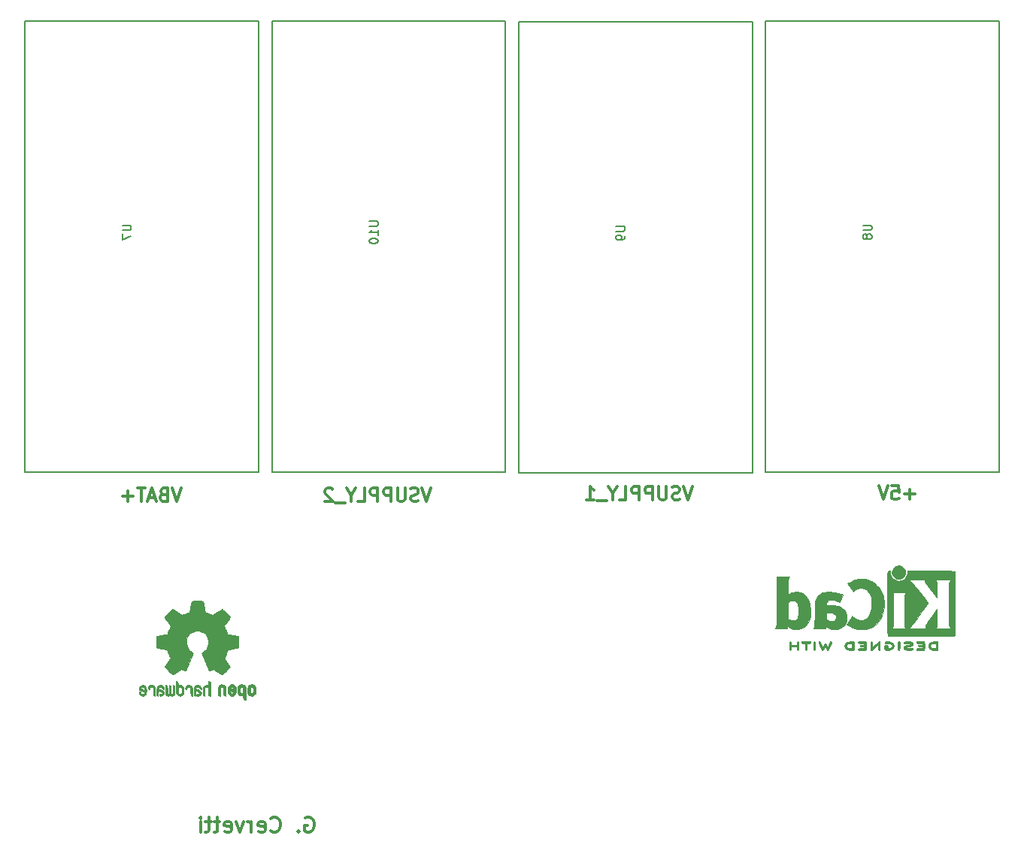
<source format=gbr>
G04 #@! TF.GenerationSoftware,KiCad,Pcbnew,(5.1.5)-3*
G04 #@! TF.CreationDate,2020-06-17T18:22:29-03:00*
G04 #@! TF.ProjectId,root,726f6f74-2e6b-4696-9361-645f70636258,rev?*
G04 #@! TF.SameCoordinates,Original*
G04 #@! TF.FileFunction,Legend,Bot*
G04 #@! TF.FilePolarity,Positive*
%FSLAX46Y46*%
G04 Gerber Fmt 4.6, Leading zero omitted, Abs format (unit mm)*
G04 Created by KiCad (PCBNEW (5.1.5)-3) date 2020-06-17 18:22:29*
%MOMM*%
%LPD*%
G04 APERTURE LIST*
%ADD10C,0.375000*%
%ADD11C,0.300000*%
%ADD12C,0.010000*%
%ADD13C,0.150000*%
G04 APERTURE END LIST*
D10*
X123064285Y-141250000D02*
X123226190Y-141169047D01*
X123469047Y-141169047D01*
X123711904Y-141250000D01*
X123873809Y-141411904D01*
X123954761Y-141573809D01*
X124035714Y-141897619D01*
X124035714Y-142140476D01*
X123954761Y-142464285D01*
X123873809Y-142626190D01*
X123711904Y-142788095D01*
X123469047Y-142869047D01*
X123307142Y-142869047D01*
X123064285Y-142788095D01*
X122983333Y-142707142D01*
X122983333Y-142140476D01*
X123307142Y-142140476D01*
X122254761Y-142707142D02*
X122173809Y-142788095D01*
X122254761Y-142869047D01*
X122335714Y-142788095D01*
X122254761Y-142707142D01*
X122254761Y-142869047D01*
X119178571Y-142707142D02*
X119259523Y-142788095D01*
X119502380Y-142869047D01*
X119664285Y-142869047D01*
X119907142Y-142788095D01*
X120069047Y-142626190D01*
X120150000Y-142464285D01*
X120230952Y-142140476D01*
X120230952Y-141897619D01*
X120150000Y-141573809D01*
X120069047Y-141411904D01*
X119907142Y-141250000D01*
X119664285Y-141169047D01*
X119502380Y-141169047D01*
X119259523Y-141250000D01*
X119178571Y-141330952D01*
X117802380Y-142788095D02*
X117964285Y-142869047D01*
X118288095Y-142869047D01*
X118450000Y-142788095D01*
X118530952Y-142626190D01*
X118530952Y-141978571D01*
X118450000Y-141816666D01*
X118288095Y-141735714D01*
X117964285Y-141735714D01*
X117802380Y-141816666D01*
X117721428Y-141978571D01*
X117721428Y-142140476D01*
X118530952Y-142302380D01*
X116992857Y-142869047D02*
X116992857Y-141735714D01*
X116992857Y-142059523D02*
X116911904Y-141897619D01*
X116830952Y-141816666D01*
X116669047Y-141735714D01*
X116507142Y-141735714D01*
X116102380Y-141735714D02*
X115697619Y-142869047D01*
X115292857Y-141735714D01*
X113997619Y-142788095D02*
X114159523Y-142869047D01*
X114483333Y-142869047D01*
X114645238Y-142788095D01*
X114726190Y-142626190D01*
X114726190Y-141978571D01*
X114645238Y-141816666D01*
X114483333Y-141735714D01*
X114159523Y-141735714D01*
X113997619Y-141816666D01*
X113916666Y-141978571D01*
X113916666Y-142140476D01*
X114726190Y-142302380D01*
X113430952Y-141735714D02*
X112783333Y-141735714D01*
X113188095Y-141169047D02*
X113188095Y-142626190D01*
X113107142Y-142788095D01*
X112945238Y-142869047D01*
X112783333Y-142869047D01*
X112459523Y-141735714D02*
X111811904Y-141735714D01*
X112216666Y-141169047D02*
X112216666Y-142626190D01*
X112135714Y-142788095D01*
X111973809Y-142869047D01*
X111811904Y-142869047D01*
X111245238Y-142869047D02*
X111245238Y-141735714D01*
X111245238Y-141169047D02*
X111326190Y-141250000D01*
X111245238Y-141330952D01*
X111164285Y-141250000D01*
X111245238Y-141169047D01*
X111245238Y-141330952D01*
D11*
X137210714Y-104153571D02*
X136710714Y-105653571D01*
X136210714Y-104153571D01*
X135782142Y-105582142D02*
X135567857Y-105653571D01*
X135210714Y-105653571D01*
X135067857Y-105582142D01*
X134996428Y-105510714D01*
X134925000Y-105367857D01*
X134925000Y-105225000D01*
X134996428Y-105082142D01*
X135067857Y-105010714D01*
X135210714Y-104939285D01*
X135496428Y-104867857D01*
X135639285Y-104796428D01*
X135710714Y-104725000D01*
X135782142Y-104582142D01*
X135782142Y-104439285D01*
X135710714Y-104296428D01*
X135639285Y-104225000D01*
X135496428Y-104153571D01*
X135139285Y-104153571D01*
X134925000Y-104225000D01*
X134282142Y-104153571D02*
X134282142Y-105367857D01*
X134210714Y-105510714D01*
X134139285Y-105582142D01*
X133996428Y-105653571D01*
X133710714Y-105653571D01*
X133567857Y-105582142D01*
X133496428Y-105510714D01*
X133425000Y-105367857D01*
X133425000Y-104153571D01*
X132710714Y-105653571D02*
X132710714Y-104153571D01*
X132139285Y-104153571D01*
X131996428Y-104225000D01*
X131925000Y-104296428D01*
X131853571Y-104439285D01*
X131853571Y-104653571D01*
X131925000Y-104796428D01*
X131996428Y-104867857D01*
X132139285Y-104939285D01*
X132710714Y-104939285D01*
X131210714Y-105653571D02*
X131210714Y-104153571D01*
X130639285Y-104153571D01*
X130496428Y-104225000D01*
X130425000Y-104296428D01*
X130353571Y-104439285D01*
X130353571Y-104653571D01*
X130425000Y-104796428D01*
X130496428Y-104867857D01*
X130639285Y-104939285D01*
X131210714Y-104939285D01*
X128996428Y-105653571D02*
X129710714Y-105653571D01*
X129710714Y-104153571D01*
X128210714Y-104939285D02*
X128210714Y-105653571D01*
X128710714Y-104153571D02*
X128210714Y-104939285D01*
X127710714Y-104153571D01*
X127567857Y-105796428D02*
X126425000Y-105796428D01*
X126139285Y-104296428D02*
X126067857Y-104225000D01*
X125925000Y-104153571D01*
X125567857Y-104153571D01*
X125425000Y-104225000D01*
X125353571Y-104296428D01*
X125282142Y-104439285D01*
X125282142Y-104582142D01*
X125353571Y-104796428D01*
X126210714Y-105653571D01*
X125282142Y-105653571D01*
X166660714Y-103953571D02*
X166160714Y-105453571D01*
X165660714Y-103953571D01*
X165232142Y-105382142D02*
X165017857Y-105453571D01*
X164660714Y-105453571D01*
X164517857Y-105382142D01*
X164446428Y-105310714D01*
X164375000Y-105167857D01*
X164375000Y-105025000D01*
X164446428Y-104882142D01*
X164517857Y-104810714D01*
X164660714Y-104739285D01*
X164946428Y-104667857D01*
X165089285Y-104596428D01*
X165160714Y-104525000D01*
X165232142Y-104382142D01*
X165232142Y-104239285D01*
X165160714Y-104096428D01*
X165089285Y-104025000D01*
X164946428Y-103953571D01*
X164589285Y-103953571D01*
X164375000Y-104025000D01*
X163732142Y-103953571D02*
X163732142Y-105167857D01*
X163660714Y-105310714D01*
X163589285Y-105382142D01*
X163446428Y-105453571D01*
X163160714Y-105453571D01*
X163017857Y-105382142D01*
X162946428Y-105310714D01*
X162875000Y-105167857D01*
X162875000Y-103953571D01*
X162160714Y-105453571D02*
X162160714Y-103953571D01*
X161589285Y-103953571D01*
X161446428Y-104025000D01*
X161375000Y-104096428D01*
X161303571Y-104239285D01*
X161303571Y-104453571D01*
X161375000Y-104596428D01*
X161446428Y-104667857D01*
X161589285Y-104739285D01*
X162160714Y-104739285D01*
X160660714Y-105453571D02*
X160660714Y-103953571D01*
X160089285Y-103953571D01*
X159946428Y-104025000D01*
X159875000Y-104096428D01*
X159803571Y-104239285D01*
X159803571Y-104453571D01*
X159875000Y-104596428D01*
X159946428Y-104667857D01*
X160089285Y-104739285D01*
X160660714Y-104739285D01*
X158446428Y-105453571D02*
X159160714Y-105453571D01*
X159160714Y-103953571D01*
X157660714Y-104739285D02*
X157660714Y-105453571D01*
X158160714Y-103953571D02*
X157660714Y-104739285D01*
X157160714Y-103953571D01*
X157017857Y-105596428D02*
X155875000Y-105596428D01*
X154732142Y-105453571D02*
X155589285Y-105453571D01*
X155160714Y-105453571D02*
X155160714Y-103953571D01*
X155303571Y-104167857D01*
X155446428Y-104310714D01*
X155589285Y-104382142D01*
X191703571Y-104832142D02*
X190560714Y-104832142D01*
X191132142Y-105403571D02*
X191132142Y-104260714D01*
X189132142Y-103903571D02*
X189846428Y-103903571D01*
X189917857Y-104617857D01*
X189846428Y-104546428D01*
X189703571Y-104475000D01*
X189346428Y-104475000D01*
X189203571Y-104546428D01*
X189132142Y-104617857D01*
X189060714Y-104760714D01*
X189060714Y-105117857D01*
X189132142Y-105260714D01*
X189203571Y-105332142D01*
X189346428Y-105403571D01*
X189703571Y-105403571D01*
X189846428Y-105332142D01*
X189917857Y-105260714D01*
X188632142Y-103903571D02*
X188132142Y-105403571D01*
X187632142Y-103903571D01*
X109067857Y-104128571D02*
X108567857Y-105628571D01*
X108067857Y-104128571D01*
X107067857Y-104842857D02*
X106853571Y-104914285D01*
X106782142Y-104985714D01*
X106710714Y-105128571D01*
X106710714Y-105342857D01*
X106782142Y-105485714D01*
X106853571Y-105557142D01*
X106996428Y-105628571D01*
X107567857Y-105628571D01*
X107567857Y-104128571D01*
X107067857Y-104128571D01*
X106925000Y-104200000D01*
X106853571Y-104271428D01*
X106782142Y-104414285D01*
X106782142Y-104557142D01*
X106853571Y-104700000D01*
X106925000Y-104771428D01*
X107067857Y-104842857D01*
X107567857Y-104842857D01*
X106139285Y-105200000D02*
X105425000Y-105200000D01*
X106282142Y-105628571D02*
X105782142Y-104128571D01*
X105282142Y-105628571D01*
X104996428Y-104128571D02*
X104139285Y-104128571D01*
X104567857Y-105628571D02*
X104567857Y-104128571D01*
X103639285Y-105057142D02*
X102496428Y-105057142D01*
X103067857Y-105628571D02*
X103067857Y-104485714D01*
D12*
G36*
X194074708Y-121406409D02*
G01*
X194022143Y-121406944D01*
X193868119Y-121410660D01*
X193739125Y-121421699D01*
X193630763Y-121441246D01*
X193538638Y-121470483D01*
X193458353Y-121510597D01*
X193385512Y-121562769D01*
X193359495Y-121585433D01*
X193316337Y-121638462D01*
X193277421Y-121710421D01*
X193247427Y-121790184D01*
X193231035Y-121866625D01*
X193229332Y-121894872D01*
X193240005Y-121973174D01*
X193268607Y-122058705D01*
X193310011Y-122139663D01*
X193359095Y-122204246D01*
X193367067Y-122212038D01*
X193434600Y-122266808D01*
X193508552Y-122309563D01*
X193593188Y-122341423D01*
X193692771Y-122363508D01*
X193811566Y-122376938D01*
X193953834Y-122382834D01*
X194019000Y-122383334D01*
X194101855Y-122382935D01*
X194160123Y-122381266D01*
X194199270Y-122377622D01*
X194224763Y-122371293D01*
X194242068Y-122361574D01*
X194251344Y-122353274D01*
X194260106Y-122343192D01*
X194266979Y-122330185D01*
X194272192Y-122310769D01*
X194275973Y-122281460D01*
X194278551Y-122238773D01*
X194280154Y-122179225D01*
X194281011Y-122099330D01*
X194281351Y-121995605D01*
X194281403Y-121894872D01*
X194281734Y-121760519D01*
X194281662Y-121653192D01*
X194280384Y-121601795D01*
X194086019Y-121601795D01*
X194086019Y-122187949D01*
X193962025Y-122187835D01*
X193887415Y-122185696D01*
X193809272Y-122180183D01*
X193744074Y-122172472D01*
X193742090Y-122172155D01*
X193636717Y-122146678D01*
X193554986Y-122107000D01*
X193492816Y-122050538D01*
X193453314Y-121989406D01*
X193428974Y-121921593D01*
X193430861Y-121857919D01*
X193459109Y-121789665D01*
X193514362Y-121719056D01*
X193590927Y-121666735D01*
X193690449Y-121631763D01*
X193756961Y-121619386D01*
X193832461Y-121610694D01*
X193912479Y-121604404D01*
X193980538Y-121601788D01*
X193984569Y-121601776D01*
X194086019Y-121601795D01*
X194280384Y-121601795D01*
X194279590Y-121569881D01*
X194273915Y-121507579D01*
X194263041Y-121463275D01*
X194245368Y-121433960D01*
X194219297Y-121416625D01*
X194183229Y-121408261D01*
X194135566Y-121405859D01*
X194074708Y-121406409D01*
G37*
X194074708Y-121406409D02*
X194022143Y-121406944D01*
X193868119Y-121410660D01*
X193739125Y-121421699D01*
X193630763Y-121441246D01*
X193538638Y-121470483D01*
X193458353Y-121510597D01*
X193385512Y-121562769D01*
X193359495Y-121585433D01*
X193316337Y-121638462D01*
X193277421Y-121710421D01*
X193247427Y-121790184D01*
X193231035Y-121866625D01*
X193229332Y-121894872D01*
X193240005Y-121973174D01*
X193268607Y-122058705D01*
X193310011Y-122139663D01*
X193359095Y-122204246D01*
X193367067Y-122212038D01*
X193434600Y-122266808D01*
X193508552Y-122309563D01*
X193593188Y-122341423D01*
X193692771Y-122363508D01*
X193811566Y-122376938D01*
X193953834Y-122382834D01*
X194019000Y-122383334D01*
X194101855Y-122382935D01*
X194160123Y-122381266D01*
X194199270Y-122377622D01*
X194224763Y-122371293D01*
X194242068Y-122361574D01*
X194251344Y-122353274D01*
X194260106Y-122343192D01*
X194266979Y-122330185D01*
X194272192Y-122310769D01*
X194275973Y-122281460D01*
X194278551Y-122238773D01*
X194280154Y-122179225D01*
X194281011Y-122099330D01*
X194281351Y-121995605D01*
X194281403Y-121894872D01*
X194281734Y-121760519D01*
X194281662Y-121653192D01*
X194280384Y-121601795D01*
X194086019Y-121601795D01*
X194086019Y-122187949D01*
X193962025Y-122187835D01*
X193887415Y-122185696D01*
X193809272Y-122180183D01*
X193744074Y-122172472D01*
X193742090Y-122172155D01*
X193636717Y-122146678D01*
X193554986Y-122107000D01*
X193492816Y-122050538D01*
X193453314Y-121989406D01*
X193428974Y-121921593D01*
X193430861Y-121857919D01*
X193459109Y-121789665D01*
X193514362Y-121719056D01*
X193590927Y-121666735D01*
X193690449Y-121631763D01*
X193756961Y-121619386D01*
X193832461Y-121610694D01*
X193912479Y-121604404D01*
X193980538Y-121601788D01*
X193984569Y-121601776D01*
X194086019Y-121601795D01*
X194280384Y-121601795D01*
X194279590Y-121569881D01*
X194273915Y-121507579D01*
X194263041Y-121463275D01*
X194245368Y-121433960D01*
X194219297Y-121416625D01*
X194183229Y-121408261D01*
X194135566Y-121405859D01*
X194074708Y-121406409D01*
G36*
X192199384Y-121406516D02*
G01*
X192106976Y-121407012D01*
X192037227Y-121408165D01*
X191986437Y-121410244D01*
X191950905Y-121413515D01*
X191926932Y-121418247D01*
X191910818Y-121424707D01*
X191898863Y-121433163D01*
X191894533Y-121437055D01*
X191868205Y-121478404D01*
X191863465Y-121525916D01*
X191880784Y-121568095D01*
X191888793Y-121576620D01*
X191901746Y-121584885D01*
X191922602Y-121591261D01*
X191955230Y-121596059D01*
X192003496Y-121599588D01*
X192071268Y-121602158D01*
X192162414Y-121604081D01*
X192245745Y-121605251D01*
X192575546Y-121609310D01*
X192584560Y-121782150D01*
X192360696Y-121782150D01*
X192263508Y-121782989D01*
X192192357Y-121786496D01*
X192143245Y-121794159D01*
X192112171Y-121807467D01*
X192095138Y-121827905D01*
X192088146Y-121856963D01*
X192087084Y-121883931D01*
X192090384Y-121917021D01*
X192102837Y-121941404D01*
X192128274Y-121958353D01*
X192170525Y-121969143D01*
X192233420Y-121975048D01*
X192320789Y-121977341D01*
X192368475Y-121977535D01*
X192583060Y-121977535D01*
X192583060Y-122187949D01*
X192252409Y-122187949D01*
X192144024Y-122188100D01*
X192061651Y-122188778D01*
X192001243Y-122190320D01*
X191958753Y-122193063D01*
X191930135Y-122197345D01*
X191911342Y-122203503D01*
X191898328Y-122211873D01*
X191891699Y-122218008D01*
X191868961Y-122253813D01*
X191861640Y-122285641D01*
X191872093Y-122324518D01*
X191891699Y-122353274D01*
X191902159Y-122362327D01*
X191915662Y-122369357D01*
X191935840Y-122374618D01*
X191966325Y-122378365D01*
X192010749Y-122380854D01*
X192072745Y-122382339D01*
X192155945Y-122383075D01*
X192263981Y-122383318D01*
X192320043Y-122383334D01*
X192440098Y-122383227D01*
X192533728Y-122382739D01*
X192604563Y-122381613D01*
X192656235Y-122379595D01*
X192692377Y-122376430D01*
X192716622Y-122371863D01*
X192732601Y-122365640D01*
X192743947Y-122357504D01*
X192748386Y-122353274D01*
X192757171Y-122343160D01*
X192764058Y-122330112D01*
X192769275Y-122310634D01*
X192773053Y-122281228D01*
X192775624Y-122238398D01*
X192777218Y-122178648D01*
X192778065Y-122098481D01*
X192778396Y-121994401D01*
X192778445Y-121897492D01*
X192778400Y-121773387D01*
X192778088Y-121675830D01*
X192777242Y-121601310D01*
X192775596Y-121546315D01*
X192772883Y-121507334D01*
X192768837Y-121480857D01*
X192763191Y-121463370D01*
X192755680Y-121451364D01*
X192746036Y-121441327D01*
X192743660Y-121439090D01*
X192732129Y-121429183D01*
X192718732Y-121421512D01*
X192699750Y-121415790D01*
X192671469Y-121411732D01*
X192630172Y-121409052D01*
X192572142Y-121407466D01*
X192493663Y-121406688D01*
X192391020Y-121406432D01*
X192318150Y-121406410D01*
X192199384Y-121406516D01*
G37*
X192199384Y-121406516D02*
X192106976Y-121407012D01*
X192037227Y-121408165D01*
X191986437Y-121410244D01*
X191950905Y-121413515D01*
X191926932Y-121418247D01*
X191910818Y-121424707D01*
X191898863Y-121433163D01*
X191894533Y-121437055D01*
X191868205Y-121478404D01*
X191863465Y-121525916D01*
X191880784Y-121568095D01*
X191888793Y-121576620D01*
X191901746Y-121584885D01*
X191922602Y-121591261D01*
X191955230Y-121596059D01*
X192003496Y-121599588D01*
X192071268Y-121602158D01*
X192162414Y-121604081D01*
X192245745Y-121605251D01*
X192575546Y-121609310D01*
X192584560Y-121782150D01*
X192360696Y-121782150D01*
X192263508Y-121782989D01*
X192192357Y-121786496D01*
X192143245Y-121794159D01*
X192112171Y-121807467D01*
X192095138Y-121827905D01*
X192088146Y-121856963D01*
X192087084Y-121883931D01*
X192090384Y-121917021D01*
X192102837Y-121941404D01*
X192128274Y-121958353D01*
X192170525Y-121969143D01*
X192233420Y-121975048D01*
X192320789Y-121977341D01*
X192368475Y-121977535D01*
X192583060Y-121977535D01*
X192583060Y-122187949D01*
X192252409Y-122187949D01*
X192144024Y-122188100D01*
X192061651Y-122188778D01*
X192001243Y-122190320D01*
X191958753Y-122193063D01*
X191930135Y-122197345D01*
X191911342Y-122203503D01*
X191898328Y-122211873D01*
X191891699Y-122218008D01*
X191868961Y-122253813D01*
X191861640Y-122285641D01*
X191872093Y-122324518D01*
X191891699Y-122353274D01*
X191902159Y-122362327D01*
X191915662Y-122369357D01*
X191935840Y-122374618D01*
X191966325Y-122378365D01*
X192010749Y-122380854D01*
X192072745Y-122382339D01*
X192155945Y-122383075D01*
X192263981Y-122383318D01*
X192320043Y-122383334D01*
X192440098Y-122383227D01*
X192533728Y-122382739D01*
X192604563Y-122381613D01*
X192656235Y-122379595D01*
X192692377Y-122376430D01*
X192716622Y-122371863D01*
X192732601Y-122365640D01*
X192743947Y-122357504D01*
X192748386Y-122353274D01*
X192757171Y-122343160D01*
X192764058Y-122330112D01*
X192769275Y-122310634D01*
X192773053Y-122281228D01*
X192775624Y-122238398D01*
X192777218Y-122178648D01*
X192778065Y-122098481D01*
X192778396Y-121994401D01*
X192778445Y-121897492D01*
X192778400Y-121773387D01*
X192778088Y-121675830D01*
X192777242Y-121601310D01*
X192775596Y-121546315D01*
X192772883Y-121507334D01*
X192768837Y-121480857D01*
X192763191Y-121463370D01*
X192755680Y-121451364D01*
X192746036Y-121441327D01*
X192743660Y-121439090D01*
X192732129Y-121429183D01*
X192718732Y-121421512D01*
X192699750Y-121415790D01*
X192671469Y-121411732D01*
X192630172Y-121409052D01*
X192572142Y-121407466D01*
X192493663Y-121406688D01*
X192391020Y-121406432D01*
X192318150Y-121406410D01*
X192199384Y-121406516D01*
G36*
X190839942Y-121408121D02*
G01*
X190740337Y-121415084D01*
X190647698Y-121425959D01*
X190567412Y-121440338D01*
X190504862Y-121457810D01*
X190465435Y-121477966D01*
X190459383Y-121483899D01*
X190438338Y-121529939D01*
X190444720Y-121577204D01*
X190477361Y-121617642D01*
X190478918Y-121618801D01*
X190498117Y-121631261D01*
X190518159Y-121637813D01*
X190546114Y-121638608D01*
X190589053Y-121633800D01*
X190654045Y-121623539D01*
X190659273Y-121622675D01*
X190756115Y-121610778D01*
X190860598Y-121604909D01*
X190965389Y-121604852D01*
X191063156Y-121610391D01*
X191146566Y-121621309D01*
X191208287Y-121637389D01*
X191212342Y-121639005D01*
X191257118Y-121664093D01*
X191272850Y-121689482D01*
X191260534Y-121714451D01*
X191221169Y-121738280D01*
X191155752Y-121760246D01*
X191065280Y-121779630D01*
X191004954Y-121788962D01*
X190879554Y-121806913D01*
X190779819Y-121823323D01*
X190701500Y-121839612D01*
X190640347Y-121857202D01*
X190592113Y-121877513D01*
X190552549Y-121901967D01*
X190517406Y-121931984D01*
X190489165Y-121961460D01*
X190455662Y-122002531D01*
X190439173Y-122037846D01*
X190434017Y-122081357D01*
X190433830Y-122097292D01*
X190437702Y-122150169D01*
X190453181Y-122189507D01*
X190479969Y-122224424D01*
X190534413Y-122277798D01*
X190595124Y-122318502D01*
X190666612Y-122347864D01*
X190753390Y-122367211D01*
X190859968Y-122377870D01*
X190990857Y-122381169D01*
X191012469Y-122381113D01*
X191099752Y-122379304D01*
X191186313Y-122375193D01*
X191262716Y-122369370D01*
X191319524Y-122362425D01*
X191324118Y-122361628D01*
X191380599Y-122348248D01*
X191428506Y-122331346D01*
X191455627Y-122315895D01*
X191480865Y-122275130D01*
X191482623Y-122227662D01*
X191460866Y-122185359D01*
X191455998Y-122180576D01*
X191435876Y-122166363D01*
X191410712Y-122160240D01*
X191371767Y-122161282D01*
X191324489Y-122166698D01*
X191271659Y-122171537D01*
X191197602Y-122175619D01*
X191111145Y-122178582D01*
X191021117Y-122180061D01*
X190997439Y-122180158D01*
X190907076Y-122179794D01*
X190840943Y-122178040D01*
X190793221Y-122174287D01*
X190758092Y-122167927D01*
X190729736Y-122158351D01*
X190712695Y-122150375D01*
X190675250Y-122128229D01*
X190651375Y-122108172D01*
X190647886Y-122102487D01*
X190655247Y-122079009D01*
X190690241Y-122056281D01*
X190750442Y-122035334D01*
X190833425Y-122017200D01*
X190857874Y-122013161D01*
X190985576Y-121993103D01*
X191087494Y-121976338D01*
X191167560Y-121961647D01*
X191229708Y-121947812D01*
X191277872Y-121933615D01*
X191315986Y-121917837D01*
X191347984Y-121899260D01*
X191377798Y-121876666D01*
X191409364Y-121848837D01*
X191419986Y-121839080D01*
X191457227Y-121802666D01*
X191476941Y-121773816D01*
X191484653Y-121740802D01*
X191485901Y-121699199D01*
X191472169Y-121617615D01*
X191431132Y-121548298D01*
X191363024Y-121491472D01*
X191268081Y-121447361D01*
X191200338Y-121427576D01*
X191126713Y-121414797D01*
X191038515Y-121407568D01*
X190941130Y-121405479D01*
X190839942Y-121408121D01*
G37*
X190839942Y-121408121D02*
X190740337Y-121415084D01*
X190647698Y-121425959D01*
X190567412Y-121440338D01*
X190504862Y-121457810D01*
X190465435Y-121477966D01*
X190459383Y-121483899D01*
X190438338Y-121529939D01*
X190444720Y-121577204D01*
X190477361Y-121617642D01*
X190478918Y-121618801D01*
X190498117Y-121631261D01*
X190518159Y-121637813D01*
X190546114Y-121638608D01*
X190589053Y-121633800D01*
X190654045Y-121623539D01*
X190659273Y-121622675D01*
X190756115Y-121610778D01*
X190860598Y-121604909D01*
X190965389Y-121604852D01*
X191063156Y-121610391D01*
X191146566Y-121621309D01*
X191208287Y-121637389D01*
X191212342Y-121639005D01*
X191257118Y-121664093D01*
X191272850Y-121689482D01*
X191260534Y-121714451D01*
X191221169Y-121738280D01*
X191155752Y-121760246D01*
X191065280Y-121779630D01*
X191004954Y-121788962D01*
X190879554Y-121806913D01*
X190779819Y-121823323D01*
X190701500Y-121839612D01*
X190640347Y-121857202D01*
X190592113Y-121877513D01*
X190552549Y-121901967D01*
X190517406Y-121931984D01*
X190489165Y-121961460D01*
X190455662Y-122002531D01*
X190439173Y-122037846D01*
X190434017Y-122081357D01*
X190433830Y-122097292D01*
X190437702Y-122150169D01*
X190453181Y-122189507D01*
X190479969Y-122224424D01*
X190534413Y-122277798D01*
X190595124Y-122318502D01*
X190666612Y-122347864D01*
X190753390Y-122367211D01*
X190859968Y-122377870D01*
X190990857Y-122381169D01*
X191012469Y-122381113D01*
X191099752Y-122379304D01*
X191186313Y-122375193D01*
X191262716Y-122369370D01*
X191319524Y-122362425D01*
X191324118Y-122361628D01*
X191380599Y-122348248D01*
X191428506Y-122331346D01*
X191455627Y-122315895D01*
X191480865Y-122275130D01*
X191482623Y-122227662D01*
X191460866Y-122185359D01*
X191455998Y-122180576D01*
X191435876Y-122166363D01*
X191410712Y-122160240D01*
X191371767Y-122161282D01*
X191324489Y-122166698D01*
X191271659Y-122171537D01*
X191197602Y-122175619D01*
X191111145Y-122178582D01*
X191021117Y-122180061D01*
X190997439Y-122180158D01*
X190907076Y-122179794D01*
X190840943Y-122178040D01*
X190793221Y-122174287D01*
X190758092Y-122167927D01*
X190729736Y-122158351D01*
X190712695Y-122150375D01*
X190675250Y-122128229D01*
X190651375Y-122108172D01*
X190647886Y-122102487D01*
X190655247Y-122079009D01*
X190690241Y-122056281D01*
X190750442Y-122035334D01*
X190833425Y-122017200D01*
X190857874Y-122013161D01*
X190985576Y-121993103D01*
X191087494Y-121976338D01*
X191167560Y-121961647D01*
X191229708Y-121947812D01*
X191277872Y-121933615D01*
X191315986Y-121917837D01*
X191347984Y-121899260D01*
X191377798Y-121876666D01*
X191409364Y-121848837D01*
X191419986Y-121839080D01*
X191457227Y-121802666D01*
X191476941Y-121773816D01*
X191484653Y-121740802D01*
X191485901Y-121699199D01*
X191472169Y-121617615D01*
X191431132Y-121548298D01*
X191363024Y-121491472D01*
X191268081Y-121447361D01*
X191200338Y-121427576D01*
X191126713Y-121414797D01*
X191038515Y-121407568D01*
X190941130Y-121405479D01*
X190839942Y-121408121D01*
G36*
X189817617Y-121436470D02*
G01*
X189808855Y-121446552D01*
X189801982Y-121459559D01*
X189796769Y-121478975D01*
X189792988Y-121508284D01*
X189790410Y-121550971D01*
X189788807Y-121610519D01*
X189787949Y-121690414D01*
X189787610Y-121794140D01*
X189787557Y-121894872D01*
X189787650Y-122019816D01*
X189788081Y-122118185D01*
X189789077Y-122193465D01*
X189790869Y-122249138D01*
X189793683Y-122288690D01*
X189797750Y-122315605D01*
X189803296Y-122333367D01*
X189810551Y-122345461D01*
X189817617Y-122353274D01*
X189861556Y-122379476D01*
X189908374Y-122377125D01*
X189950263Y-122348548D01*
X189959888Y-122337391D01*
X189967409Y-122324447D01*
X189973088Y-122306136D01*
X189977181Y-122278882D01*
X189979949Y-122239104D01*
X189981650Y-122183226D01*
X189982543Y-122107668D01*
X189982887Y-122008852D01*
X189982942Y-121896978D01*
X189982942Y-121480192D01*
X189946051Y-121443301D01*
X189900579Y-121412264D01*
X189856470Y-121411145D01*
X189817617Y-121436470D01*
G37*
X189817617Y-121436470D02*
X189808855Y-121446552D01*
X189801982Y-121459559D01*
X189796769Y-121478975D01*
X189792988Y-121508284D01*
X189790410Y-121550971D01*
X189788807Y-121610519D01*
X189787949Y-121690414D01*
X189787610Y-121794140D01*
X189787557Y-121894872D01*
X189787650Y-122019816D01*
X189788081Y-122118185D01*
X189789077Y-122193465D01*
X189790869Y-122249138D01*
X189793683Y-122288690D01*
X189797750Y-122315605D01*
X189803296Y-122333367D01*
X189810551Y-122345461D01*
X189817617Y-122353274D01*
X189861556Y-122379476D01*
X189908374Y-122377125D01*
X189950263Y-122348548D01*
X189959888Y-122337391D01*
X189967409Y-122324447D01*
X189973088Y-122306136D01*
X189977181Y-122278882D01*
X189979949Y-122239104D01*
X189981650Y-122183226D01*
X189982543Y-122107668D01*
X189982887Y-122008852D01*
X189982942Y-121896978D01*
X189982942Y-121480192D01*
X189946051Y-121443301D01*
X189900579Y-121412264D01*
X189856470Y-121411145D01*
X189817617Y-121436470D01*
G36*
X188521216Y-121413776D02*
G01*
X188429995Y-121429082D01*
X188359936Y-121452875D01*
X188314358Y-121484204D01*
X188301938Y-121502078D01*
X188289308Y-121543649D01*
X188297807Y-121581256D01*
X188324639Y-121616919D01*
X188366330Y-121633603D01*
X188426824Y-121632248D01*
X188473613Y-121623209D01*
X188577582Y-121605987D01*
X188683834Y-121604351D01*
X188802763Y-121618329D01*
X188835614Y-121624252D01*
X188946199Y-121655431D01*
X189032713Y-121701810D01*
X189094207Y-121762599D01*
X189129732Y-121837008D01*
X189137079Y-121875478D01*
X189132270Y-121953527D01*
X189101220Y-122022581D01*
X189046760Y-122081293D01*
X188971718Y-122128317D01*
X188878924Y-122162307D01*
X188771206Y-122181918D01*
X188651395Y-122185805D01*
X188522319Y-122172620D01*
X188515031Y-122171376D01*
X188463692Y-122161814D01*
X188435226Y-122152578D01*
X188422888Y-122138873D01*
X188419932Y-122115906D01*
X188419865Y-122103743D01*
X188419865Y-122052683D01*
X188511031Y-122052683D01*
X188591536Y-122047168D01*
X188646475Y-122029594D01*
X188678440Y-121998417D01*
X188690026Y-121952094D01*
X188690167Y-121946048D01*
X188683389Y-121906453D01*
X188660145Y-121878181D01*
X188616884Y-121859471D01*
X188550055Y-121848564D01*
X188485324Y-121844554D01*
X188391241Y-121842253D01*
X188322998Y-121845764D01*
X188276455Y-121858719D01*
X188247472Y-121884750D01*
X188231909Y-121927491D01*
X188225625Y-121990574D01*
X188224480Y-122073428D01*
X188226356Y-122165910D01*
X188232000Y-122228818D01*
X188241436Y-122262403D01*
X188243267Y-122265033D01*
X188295079Y-122306998D01*
X188371044Y-122340232D01*
X188466346Y-122364023D01*
X188576170Y-122377663D01*
X188695700Y-122380442D01*
X188820120Y-122371649D01*
X188893297Y-122360849D01*
X189008074Y-122328362D01*
X189114750Y-122275250D01*
X189204065Y-122206319D01*
X189217640Y-122192542D01*
X189261746Y-122134622D01*
X189301543Y-122062840D01*
X189332381Y-121987583D01*
X189349611Y-121919241D01*
X189351688Y-121892993D01*
X189342847Y-121838241D01*
X189319349Y-121770119D01*
X189285703Y-121698414D01*
X189246418Y-121632913D01*
X189211709Y-121589162D01*
X189130557Y-121524083D01*
X189025652Y-121472285D01*
X188900754Y-121434938D01*
X188759621Y-121413217D01*
X188630279Y-121407909D01*
X188521216Y-121413776D01*
G37*
X188521216Y-121413776D02*
X188429995Y-121429082D01*
X188359936Y-121452875D01*
X188314358Y-121484204D01*
X188301938Y-121502078D01*
X188289308Y-121543649D01*
X188297807Y-121581256D01*
X188324639Y-121616919D01*
X188366330Y-121633603D01*
X188426824Y-121632248D01*
X188473613Y-121623209D01*
X188577582Y-121605987D01*
X188683834Y-121604351D01*
X188802763Y-121618329D01*
X188835614Y-121624252D01*
X188946199Y-121655431D01*
X189032713Y-121701810D01*
X189094207Y-121762599D01*
X189129732Y-121837008D01*
X189137079Y-121875478D01*
X189132270Y-121953527D01*
X189101220Y-122022581D01*
X189046760Y-122081293D01*
X188971718Y-122128317D01*
X188878924Y-122162307D01*
X188771206Y-122181918D01*
X188651395Y-122185805D01*
X188522319Y-122172620D01*
X188515031Y-122171376D01*
X188463692Y-122161814D01*
X188435226Y-122152578D01*
X188422888Y-122138873D01*
X188419932Y-122115906D01*
X188419865Y-122103743D01*
X188419865Y-122052683D01*
X188511031Y-122052683D01*
X188591536Y-122047168D01*
X188646475Y-122029594D01*
X188678440Y-121998417D01*
X188690026Y-121952094D01*
X188690167Y-121946048D01*
X188683389Y-121906453D01*
X188660145Y-121878181D01*
X188616884Y-121859471D01*
X188550055Y-121848564D01*
X188485324Y-121844554D01*
X188391241Y-121842253D01*
X188322998Y-121845764D01*
X188276455Y-121858719D01*
X188247472Y-121884750D01*
X188231909Y-121927491D01*
X188225625Y-121990574D01*
X188224480Y-122073428D01*
X188226356Y-122165910D01*
X188232000Y-122228818D01*
X188241436Y-122262403D01*
X188243267Y-122265033D01*
X188295079Y-122306998D01*
X188371044Y-122340232D01*
X188466346Y-122364023D01*
X188576170Y-122377663D01*
X188695700Y-122380442D01*
X188820120Y-122371649D01*
X188893297Y-122360849D01*
X189008074Y-122328362D01*
X189114750Y-122275250D01*
X189204065Y-122206319D01*
X189217640Y-122192542D01*
X189261746Y-122134622D01*
X189301543Y-122062840D01*
X189332381Y-121987583D01*
X189349611Y-121919241D01*
X189351688Y-121892993D01*
X189342847Y-121838241D01*
X189319349Y-121770119D01*
X189285703Y-121698414D01*
X189246418Y-121632913D01*
X189211709Y-121589162D01*
X189130557Y-121524083D01*
X189025652Y-121472285D01*
X188900754Y-121434938D01*
X188759621Y-121413217D01*
X188630279Y-121407909D01*
X188521216Y-121413776D01*
G36*
X187655874Y-121412244D02*
G01*
X187624499Y-121430649D01*
X187583476Y-121460749D01*
X187530678Y-121503960D01*
X187463979Y-121561702D01*
X187381253Y-121635392D01*
X187280374Y-121726448D01*
X187164895Y-121831138D01*
X186924421Y-122049207D01*
X186916906Y-121756508D01*
X186914193Y-121655754D01*
X186911576Y-121580722D01*
X186908474Y-121527084D01*
X186904310Y-121490510D01*
X186898505Y-121466671D01*
X186890478Y-121451238D01*
X186879651Y-121439882D01*
X186873910Y-121435110D01*
X186827937Y-121409877D01*
X186784191Y-121413566D01*
X186749489Y-121435123D01*
X186714007Y-121463835D01*
X186709594Y-121883150D01*
X186708373Y-122006471D01*
X186707751Y-122103348D01*
X186707944Y-122177394D01*
X186709168Y-122232221D01*
X186711638Y-122271443D01*
X186715568Y-122298673D01*
X186721174Y-122317523D01*
X186728672Y-122331605D01*
X186736987Y-122342899D01*
X186754976Y-122363846D01*
X186772875Y-122377731D01*
X186793166Y-122383060D01*
X186818332Y-122378340D01*
X186850854Y-122362077D01*
X186893217Y-122332777D01*
X186947902Y-122288946D01*
X187017391Y-122229091D01*
X187104169Y-122151718D01*
X187202469Y-122062814D01*
X187555664Y-121742435D01*
X187563179Y-122034177D01*
X187565897Y-122134747D01*
X187568521Y-122209604D01*
X187571633Y-122263084D01*
X187575816Y-122299526D01*
X187581651Y-122323268D01*
X187589720Y-122338646D01*
X187600605Y-122350000D01*
X187606175Y-122354626D01*
X187655410Y-122380042D01*
X187701931Y-122376209D01*
X187742443Y-122343733D01*
X187751710Y-122330667D01*
X187758933Y-122315409D01*
X187764366Y-122294296D01*
X187768262Y-122263669D01*
X187770875Y-122219866D01*
X187772461Y-122159227D01*
X187773272Y-122078091D01*
X187773562Y-121972797D01*
X187773593Y-121894872D01*
X187773495Y-121772988D01*
X187773033Y-121677503D01*
X187771951Y-121604755D01*
X187769997Y-121551083D01*
X187766916Y-121512827D01*
X187762454Y-121486327D01*
X187756357Y-121467920D01*
X187748371Y-121453948D01*
X187742443Y-121446011D01*
X187727416Y-121427212D01*
X187713372Y-121413017D01*
X187698184Y-121404846D01*
X187679727Y-121404116D01*
X187655874Y-121412244D01*
G37*
X187655874Y-121412244D02*
X187624499Y-121430649D01*
X187583476Y-121460749D01*
X187530678Y-121503960D01*
X187463979Y-121561702D01*
X187381253Y-121635392D01*
X187280374Y-121726448D01*
X187164895Y-121831138D01*
X186924421Y-122049207D01*
X186916906Y-121756508D01*
X186914193Y-121655754D01*
X186911576Y-121580722D01*
X186908474Y-121527084D01*
X186904310Y-121490510D01*
X186898505Y-121466671D01*
X186890478Y-121451238D01*
X186879651Y-121439882D01*
X186873910Y-121435110D01*
X186827937Y-121409877D01*
X186784191Y-121413566D01*
X186749489Y-121435123D01*
X186714007Y-121463835D01*
X186709594Y-121883150D01*
X186708373Y-122006471D01*
X186707751Y-122103348D01*
X186707944Y-122177394D01*
X186709168Y-122232221D01*
X186711638Y-122271443D01*
X186715568Y-122298673D01*
X186721174Y-122317523D01*
X186728672Y-122331605D01*
X186736987Y-122342899D01*
X186754976Y-122363846D01*
X186772875Y-122377731D01*
X186793166Y-122383060D01*
X186818332Y-122378340D01*
X186850854Y-122362077D01*
X186893217Y-122332777D01*
X186947902Y-122288946D01*
X187017391Y-122229091D01*
X187104169Y-122151718D01*
X187202469Y-122062814D01*
X187555664Y-121742435D01*
X187563179Y-122034177D01*
X187565897Y-122134747D01*
X187568521Y-122209604D01*
X187571633Y-122263084D01*
X187575816Y-122299526D01*
X187581651Y-122323268D01*
X187589720Y-122338646D01*
X187600605Y-122350000D01*
X187606175Y-122354626D01*
X187655410Y-122380042D01*
X187701931Y-122376209D01*
X187742443Y-122343733D01*
X187751710Y-122330667D01*
X187758933Y-122315409D01*
X187764366Y-122294296D01*
X187768262Y-122263669D01*
X187770875Y-122219866D01*
X187772461Y-122159227D01*
X187773272Y-122078091D01*
X187773562Y-121972797D01*
X187773593Y-121894872D01*
X187773495Y-121772988D01*
X187773033Y-121677503D01*
X187771951Y-121604755D01*
X187769997Y-121551083D01*
X187766916Y-121512827D01*
X187762454Y-121486327D01*
X187756357Y-121467920D01*
X187748371Y-121453948D01*
X187742443Y-121446011D01*
X187727416Y-121427212D01*
X187713372Y-121413017D01*
X187698184Y-121404846D01*
X187679727Y-121404116D01*
X187655874Y-121412244D01*
G36*
X185618284Y-121406667D02*
G01*
X185516623Y-121407884D01*
X185438718Y-121410730D01*
X185381419Y-121415874D01*
X185341573Y-121423984D01*
X185316032Y-121435731D01*
X185301643Y-121451782D01*
X185295255Y-121472808D01*
X185293719Y-121499476D01*
X185293711Y-121502626D01*
X185295045Y-121532790D01*
X185301349Y-121556103D01*
X185316078Y-121573506D01*
X185342685Y-121585940D01*
X185384626Y-121594345D01*
X185445354Y-121599665D01*
X185528324Y-121602839D01*
X185636989Y-121604809D01*
X185670295Y-121605245D01*
X185992587Y-121609310D01*
X185997094Y-121695730D01*
X186001602Y-121782150D01*
X185777737Y-121782150D01*
X185690279Y-121782473D01*
X185627831Y-121783837D01*
X185585346Y-121786839D01*
X185557777Y-121792073D01*
X185540078Y-121800135D01*
X185527203Y-121811620D01*
X185527120Y-121811711D01*
X185503770Y-121856471D01*
X185504614Y-121904847D01*
X185529121Y-121946086D01*
X185533971Y-121950325D01*
X185551185Y-121961249D01*
X185574774Y-121968849D01*
X185609993Y-121973697D01*
X185662100Y-121976366D01*
X185736350Y-121977428D01*
X185783838Y-121977535D01*
X186000102Y-121977535D01*
X186000102Y-122187949D01*
X185671780Y-122187949D01*
X185563382Y-122188139D01*
X185481065Y-122188914D01*
X185420851Y-122190584D01*
X185378765Y-122193458D01*
X185350829Y-122197847D01*
X185333066Y-122204059D01*
X185321500Y-122212404D01*
X185318585Y-122215434D01*
X185297064Y-122257434D01*
X185295490Y-122305214D01*
X185313145Y-122346642D01*
X185327115Y-122359937D01*
X185341646Y-122367256D01*
X185364162Y-122372919D01*
X185398224Y-122377123D01*
X185447393Y-122380068D01*
X185515232Y-122381951D01*
X185605302Y-122382970D01*
X185721163Y-122383325D01*
X185747357Y-122383334D01*
X185865161Y-122383256D01*
X185956604Y-122382831D01*
X186025386Y-122381766D01*
X186075204Y-122379769D01*
X186109760Y-122376550D01*
X186132750Y-122371816D01*
X186147874Y-122365277D01*
X186158831Y-122356641D01*
X186164842Y-122350440D01*
X186173890Y-122339457D01*
X186180958Y-122325852D01*
X186186291Y-122306056D01*
X186190132Y-122276502D01*
X186192725Y-122233621D01*
X186194313Y-122173845D01*
X186195139Y-122093607D01*
X186195448Y-121989339D01*
X186195486Y-121901580D01*
X186195392Y-121778608D01*
X186194943Y-121682069D01*
X186193892Y-121608339D01*
X186191990Y-121553790D01*
X186188991Y-121514799D01*
X186184645Y-121487739D01*
X186178706Y-121468984D01*
X186170925Y-121454910D01*
X186164336Y-121446011D01*
X186133186Y-121406410D01*
X185746852Y-121406410D01*
X185618284Y-121406667D01*
G37*
X185618284Y-121406667D02*
X185516623Y-121407884D01*
X185438718Y-121410730D01*
X185381419Y-121415874D01*
X185341573Y-121423984D01*
X185316032Y-121435731D01*
X185301643Y-121451782D01*
X185295255Y-121472808D01*
X185293719Y-121499476D01*
X185293711Y-121502626D01*
X185295045Y-121532790D01*
X185301349Y-121556103D01*
X185316078Y-121573506D01*
X185342685Y-121585940D01*
X185384626Y-121594345D01*
X185445354Y-121599665D01*
X185528324Y-121602839D01*
X185636989Y-121604809D01*
X185670295Y-121605245D01*
X185992587Y-121609310D01*
X185997094Y-121695730D01*
X186001602Y-121782150D01*
X185777737Y-121782150D01*
X185690279Y-121782473D01*
X185627831Y-121783837D01*
X185585346Y-121786839D01*
X185557777Y-121792073D01*
X185540078Y-121800135D01*
X185527203Y-121811620D01*
X185527120Y-121811711D01*
X185503770Y-121856471D01*
X185504614Y-121904847D01*
X185529121Y-121946086D01*
X185533971Y-121950325D01*
X185551185Y-121961249D01*
X185574774Y-121968849D01*
X185609993Y-121973697D01*
X185662100Y-121976366D01*
X185736350Y-121977428D01*
X185783838Y-121977535D01*
X186000102Y-121977535D01*
X186000102Y-122187949D01*
X185671780Y-122187949D01*
X185563382Y-122188139D01*
X185481065Y-122188914D01*
X185420851Y-122190584D01*
X185378765Y-122193458D01*
X185350829Y-122197847D01*
X185333066Y-122204059D01*
X185321500Y-122212404D01*
X185318585Y-122215434D01*
X185297064Y-122257434D01*
X185295490Y-122305214D01*
X185313145Y-122346642D01*
X185327115Y-122359937D01*
X185341646Y-122367256D01*
X185364162Y-122372919D01*
X185398224Y-122377123D01*
X185447393Y-122380068D01*
X185515232Y-122381951D01*
X185605302Y-122382970D01*
X185721163Y-122383325D01*
X185747357Y-122383334D01*
X185865161Y-122383256D01*
X185956604Y-122382831D01*
X186025386Y-122381766D01*
X186075204Y-122379769D01*
X186109760Y-122376550D01*
X186132750Y-122371816D01*
X186147874Y-122365277D01*
X186158831Y-122356641D01*
X186164842Y-122350440D01*
X186173890Y-122339457D01*
X186180958Y-122325852D01*
X186186291Y-122306056D01*
X186190132Y-122276502D01*
X186192725Y-122233621D01*
X186194313Y-122173845D01*
X186195139Y-122093607D01*
X186195448Y-121989339D01*
X186195486Y-121901580D01*
X186195392Y-121778608D01*
X186194943Y-121682069D01*
X186193892Y-121608339D01*
X186191990Y-121553790D01*
X186188991Y-121514799D01*
X186184645Y-121487739D01*
X186178706Y-121468984D01*
X186170925Y-121454910D01*
X186164336Y-121446011D01*
X186133186Y-121406410D01*
X185746852Y-121406410D01*
X185618284Y-121406667D01*
G36*
X184569217Y-121406687D02*
G01*
X184397499Y-121412493D01*
X184251445Y-121430101D01*
X184128647Y-121460563D01*
X184026697Y-121504935D01*
X183943186Y-121564271D01*
X183875707Y-121639624D01*
X183821851Y-121732050D01*
X183820792Y-121734304D01*
X183788651Y-121817024D01*
X183777199Y-121890284D01*
X183786480Y-121964012D01*
X183816539Y-122048135D01*
X183822239Y-122060937D01*
X183861115Y-122135862D01*
X183904805Y-122193757D01*
X183961194Y-122242972D01*
X184038162Y-122291857D01*
X184042634Y-122294409D01*
X184109637Y-122326595D01*
X184185369Y-122350632D01*
X184274696Y-122367351D01*
X184382485Y-122377579D01*
X184513602Y-122382146D01*
X184559928Y-122382543D01*
X184780524Y-122383334D01*
X184811674Y-122343733D01*
X184820914Y-122330711D01*
X184828122Y-122315504D01*
X184833550Y-122294466D01*
X184837449Y-122263950D01*
X184840071Y-122220311D01*
X184840926Y-122187949D01*
X184632409Y-122187949D01*
X184507418Y-122187949D01*
X184434277Y-122185810D01*
X184359193Y-122180181D01*
X184297570Y-122172243D01*
X184293851Y-122171575D01*
X184184401Y-122142212D01*
X184099506Y-122098097D01*
X184036482Y-122037183D01*
X183992640Y-121957424D01*
X183985017Y-121936284D01*
X183977544Y-121903362D01*
X183980779Y-121870836D01*
X183996521Y-121827564D01*
X184006010Y-121806307D01*
X184037083Y-121749820D01*
X184074521Y-121710191D01*
X184115713Y-121682594D01*
X184198224Y-121646682D01*
X184303821Y-121620668D01*
X184426836Y-121605688D01*
X184515930Y-121602392D01*
X184632409Y-121601795D01*
X184632409Y-122187949D01*
X184840926Y-122187949D01*
X184841668Y-122159900D01*
X184842490Y-122079072D01*
X184842790Y-121974181D01*
X184842824Y-121892162D01*
X184842824Y-121480192D01*
X184805933Y-121443301D01*
X184789560Y-121428348D01*
X184771857Y-121418108D01*
X184747135Y-121411701D01*
X184709706Y-121408247D01*
X184653881Y-121406867D01*
X184573972Y-121406681D01*
X184569217Y-121406687D01*
G37*
X184569217Y-121406687D02*
X184397499Y-121412493D01*
X184251445Y-121430101D01*
X184128647Y-121460563D01*
X184026697Y-121504935D01*
X183943186Y-121564271D01*
X183875707Y-121639624D01*
X183821851Y-121732050D01*
X183820792Y-121734304D01*
X183788651Y-121817024D01*
X183777199Y-121890284D01*
X183786480Y-121964012D01*
X183816539Y-122048135D01*
X183822239Y-122060937D01*
X183861115Y-122135862D01*
X183904805Y-122193757D01*
X183961194Y-122242972D01*
X184038162Y-122291857D01*
X184042634Y-122294409D01*
X184109637Y-122326595D01*
X184185369Y-122350632D01*
X184274696Y-122367351D01*
X184382485Y-122377579D01*
X184513602Y-122382146D01*
X184559928Y-122382543D01*
X184780524Y-122383334D01*
X184811674Y-122343733D01*
X184820914Y-122330711D01*
X184828122Y-122315504D01*
X184833550Y-122294466D01*
X184837449Y-122263950D01*
X184840071Y-122220311D01*
X184840926Y-122187949D01*
X184632409Y-122187949D01*
X184507418Y-122187949D01*
X184434277Y-122185810D01*
X184359193Y-122180181D01*
X184297570Y-122172243D01*
X184293851Y-122171575D01*
X184184401Y-122142212D01*
X184099506Y-122098097D01*
X184036482Y-122037183D01*
X183992640Y-121957424D01*
X183985017Y-121936284D01*
X183977544Y-121903362D01*
X183980779Y-121870836D01*
X183996521Y-121827564D01*
X184006010Y-121806307D01*
X184037083Y-121749820D01*
X184074521Y-121710191D01*
X184115713Y-121682594D01*
X184198224Y-121646682D01*
X184303821Y-121620668D01*
X184426836Y-121605688D01*
X184515930Y-121602392D01*
X184632409Y-121601795D01*
X184632409Y-122187949D01*
X184840926Y-122187949D01*
X184841668Y-122159900D01*
X184842490Y-122079072D01*
X184842790Y-121974181D01*
X184842824Y-121892162D01*
X184842824Y-121480192D01*
X184805933Y-121443301D01*
X184789560Y-121428348D01*
X184771857Y-121418108D01*
X184747135Y-121411701D01*
X184709706Y-121408247D01*
X184653881Y-121406867D01*
X184573972Y-121406681D01*
X184569217Y-121406687D01*
G36*
X180939453Y-121409030D02*
G01*
X180913372Y-121418350D01*
X180912366Y-121418806D01*
X180876948Y-121445834D01*
X180857434Y-121473636D01*
X180853616Y-121486672D01*
X180853805Y-121503992D01*
X180859178Y-121528667D01*
X180870912Y-121563764D01*
X180890187Y-121612353D01*
X180918178Y-121677502D01*
X180956064Y-121762281D01*
X181005022Y-121869759D01*
X181031969Y-121928503D01*
X181080630Y-122033373D01*
X181126310Y-122129814D01*
X181167266Y-122214298D01*
X181201754Y-122283300D01*
X181228031Y-122333294D01*
X181244354Y-122360754D01*
X181247584Y-122364547D01*
X181288911Y-122381280D01*
X181335591Y-122379039D01*
X181373030Y-122358687D01*
X181374556Y-122357032D01*
X181389449Y-122334486D01*
X181414431Y-122290571D01*
X181446421Y-122230940D01*
X181482340Y-122161246D01*
X181495248Y-122135563D01*
X181592686Y-121940397D01*
X181698894Y-122152407D01*
X181736803Y-122225661D01*
X181771973Y-122289190D01*
X181801532Y-122338131D01*
X181822606Y-122367622D01*
X181829748Y-122373876D01*
X181885262Y-122382345D01*
X181931071Y-122364547D01*
X181944546Y-122345525D01*
X181967864Y-122303249D01*
X181999123Y-122241880D01*
X182036420Y-122165576D01*
X182077854Y-122078499D01*
X182121522Y-121984807D01*
X182165522Y-121888661D01*
X182207952Y-121794221D01*
X182246910Y-121705645D01*
X182280493Y-121627096D01*
X182306799Y-121562731D01*
X182323926Y-121516711D01*
X182329971Y-121493197D01*
X182329909Y-121492345D01*
X182315200Y-121462756D01*
X182285798Y-121432620D01*
X182284067Y-121431308D01*
X182247930Y-121410882D01*
X182214506Y-121411080D01*
X182201978Y-121414931D01*
X182186713Y-121423253D01*
X182170502Y-121439625D01*
X182151401Y-121467442D01*
X182127465Y-121510100D01*
X182096749Y-121570995D01*
X182057309Y-121653525D01*
X182021742Y-121729707D01*
X181980823Y-121818014D01*
X181944156Y-121897426D01*
X181913646Y-121963796D01*
X181891198Y-122012975D01*
X181878717Y-122040813D01*
X181876897Y-122045168D01*
X181868710Y-122038049D01*
X181849895Y-122008241D01*
X181822954Y-121960096D01*
X181790392Y-121897963D01*
X181777434Y-121872328D01*
X181733540Y-121785765D01*
X181699689Y-121722725D01*
X181673103Y-121679542D01*
X181651005Y-121652552D01*
X181630616Y-121638088D01*
X181609160Y-121632487D01*
X181595177Y-121631854D01*
X181570512Y-121634040D01*
X181548898Y-121643079D01*
X181527422Y-121662697D01*
X181503170Y-121696617D01*
X181473230Y-121748562D01*
X181434687Y-121822258D01*
X181413422Y-121864180D01*
X181378928Y-121930994D01*
X181348844Y-121986401D01*
X181325823Y-122025727D01*
X181312520Y-122044296D01*
X181310711Y-122045069D01*
X181302120Y-122030455D01*
X181282886Y-121992507D01*
X181254935Y-121935196D01*
X181220193Y-121862496D01*
X181180587Y-121778376D01*
X181161104Y-121736594D01*
X181110420Y-121628763D01*
X181069607Y-121545790D01*
X181036546Y-121484966D01*
X181009119Y-121443585D01*
X180985208Y-121418940D01*
X180962692Y-121408324D01*
X180939453Y-121409030D01*
G37*
X180939453Y-121409030D02*
X180913372Y-121418350D01*
X180912366Y-121418806D01*
X180876948Y-121445834D01*
X180857434Y-121473636D01*
X180853616Y-121486672D01*
X180853805Y-121503992D01*
X180859178Y-121528667D01*
X180870912Y-121563764D01*
X180890187Y-121612353D01*
X180918178Y-121677502D01*
X180956064Y-121762281D01*
X181005022Y-121869759D01*
X181031969Y-121928503D01*
X181080630Y-122033373D01*
X181126310Y-122129814D01*
X181167266Y-122214298D01*
X181201754Y-122283300D01*
X181228031Y-122333294D01*
X181244354Y-122360754D01*
X181247584Y-122364547D01*
X181288911Y-122381280D01*
X181335591Y-122379039D01*
X181373030Y-122358687D01*
X181374556Y-122357032D01*
X181389449Y-122334486D01*
X181414431Y-122290571D01*
X181446421Y-122230940D01*
X181482340Y-122161246D01*
X181495248Y-122135563D01*
X181592686Y-121940397D01*
X181698894Y-122152407D01*
X181736803Y-122225661D01*
X181771973Y-122289190D01*
X181801532Y-122338131D01*
X181822606Y-122367622D01*
X181829748Y-122373876D01*
X181885262Y-122382345D01*
X181931071Y-122364547D01*
X181944546Y-122345525D01*
X181967864Y-122303249D01*
X181999123Y-122241880D01*
X182036420Y-122165576D01*
X182077854Y-122078499D01*
X182121522Y-121984807D01*
X182165522Y-121888661D01*
X182207952Y-121794221D01*
X182246910Y-121705645D01*
X182280493Y-121627096D01*
X182306799Y-121562731D01*
X182323926Y-121516711D01*
X182329971Y-121493197D01*
X182329909Y-121492345D01*
X182315200Y-121462756D01*
X182285798Y-121432620D01*
X182284067Y-121431308D01*
X182247930Y-121410882D01*
X182214506Y-121411080D01*
X182201978Y-121414931D01*
X182186713Y-121423253D01*
X182170502Y-121439625D01*
X182151401Y-121467442D01*
X182127465Y-121510100D01*
X182096749Y-121570995D01*
X182057309Y-121653525D01*
X182021742Y-121729707D01*
X181980823Y-121818014D01*
X181944156Y-121897426D01*
X181913646Y-121963796D01*
X181891198Y-122012975D01*
X181878717Y-122040813D01*
X181876897Y-122045168D01*
X181868710Y-122038049D01*
X181849895Y-122008241D01*
X181822954Y-121960096D01*
X181790392Y-121897963D01*
X181777434Y-121872328D01*
X181733540Y-121785765D01*
X181699689Y-121722725D01*
X181673103Y-121679542D01*
X181651005Y-121652552D01*
X181630616Y-121638088D01*
X181609160Y-121632487D01*
X181595177Y-121631854D01*
X181570512Y-121634040D01*
X181548898Y-121643079D01*
X181527422Y-121662697D01*
X181503170Y-121696617D01*
X181473230Y-121748562D01*
X181434687Y-121822258D01*
X181413422Y-121864180D01*
X181378928Y-121930994D01*
X181348844Y-121986401D01*
X181325823Y-122025727D01*
X181312520Y-122044296D01*
X181310711Y-122045069D01*
X181302120Y-122030455D01*
X181282886Y-121992507D01*
X181254935Y-121935196D01*
X181220193Y-121862496D01*
X181180587Y-121778376D01*
X181161104Y-121736594D01*
X181110420Y-121628763D01*
X181069607Y-121545790D01*
X181036546Y-121484966D01*
X181009119Y-121443585D01*
X180985208Y-121418940D01*
X180962692Y-121408324D01*
X180939453Y-121409030D01*
G36*
X180348396Y-121415477D02*
G01*
X180316826Y-121435142D01*
X180281344Y-121463873D01*
X180281344Y-121891966D01*
X180281457Y-122017190D01*
X180281941Y-122115847D01*
X180283014Y-122191430D01*
X180284892Y-122247433D01*
X180287794Y-122287347D01*
X180291937Y-122314666D01*
X180297538Y-122332881D01*
X180304815Y-122345486D01*
X180309976Y-122351696D01*
X180351832Y-122378980D01*
X180399495Y-122377867D01*
X180441247Y-122354602D01*
X180476729Y-122325871D01*
X180476729Y-121463873D01*
X180441247Y-121435142D01*
X180407002Y-121414242D01*
X180379037Y-121406410D01*
X180348396Y-121415477D01*
G37*
X180348396Y-121415477D02*
X180316826Y-121435142D01*
X180281344Y-121463873D01*
X180281344Y-121891966D01*
X180281457Y-122017190D01*
X180281941Y-122115847D01*
X180283014Y-122191430D01*
X180284892Y-122247433D01*
X180287794Y-122287347D01*
X180291937Y-122314666D01*
X180297538Y-122332881D01*
X180304815Y-122345486D01*
X180309976Y-122351696D01*
X180351832Y-122378980D01*
X180399495Y-122377867D01*
X180441247Y-122354602D01*
X180476729Y-122325871D01*
X180476729Y-121463873D01*
X180441247Y-121435142D01*
X180407002Y-121414242D01*
X180379037Y-121406410D01*
X180348396Y-121415477D01*
G36*
X179317323Y-121406539D02*
G01*
X179212535Y-121407043D01*
X179131201Y-121408096D01*
X179070020Y-121409876D01*
X179025689Y-121412557D01*
X178994906Y-121416314D01*
X178974369Y-121421325D01*
X178960775Y-121427763D01*
X178954197Y-121432712D01*
X178920056Y-121476029D01*
X178915926Y-121521003D01*
X178937024Y-121561860D01*
X178950821Y-121578186D01*
X178965668Y-121589318D01*
X178987185Y-121596250D01*
X179020992Y-121599977D01*
X179072708Y-121601494D01*
X179147953Y-121601794D01*
X179162731Y-121601795D01*
X179357025Y-121601795D01*
X179357025Y-121962505D01*
X179357153Y-122076201D01*
X179357734Y-122163685D01*
X179359064Y-122228802D01*
X179361440Y-122275398D01*
X179365156Y-122307319D01*
X179370508Y-122328412D01*
X179377793Y-122342523D01*
X179387084Y-122353274D01*
X179430929Y-122379696D01*
X179476700Y-122377614D01*
X179518210Y-122347469D01*
X179521259Y-122343733D01*
X179531188Y-122329610D01*
X179538752Y-122313086D01*
X179544271Y-122290146D01*
X179548067Y-122256773D01*
X179550458Y-122208955D01*
X179551766Y-122142674D01*
X179552309Y-122053918D01*
X179552409Y-121952963D01*
X179552409Y-121601795D01*
X179737950Y-121601795D01*
X179817573Y-121601256D01*
X179872696Y-121599157D01*
X179908868Y-121594771D01*
X179931638Y-121587376D01*
X179946553Y-121576245D01*
X179948364Y-121574310D01*
X179970142Y-121530057D01*
X179968216Y-121480029D01*
X179943179Y-121436470D01*
X179933496Y-121428020D01*
X179921012Y-121421321D01*
X179902397Y-121416169D01*
X179874323Y-121412361D01*
X179833459Y-121409697D01*
X179776478Y-121407972D01*
X179700048Y-121406984D01*
X179600843Y-121406532D01*
X179475531Y-121406412D01*
X179448867Y-121406410D01*
X179317323Y-121406539D01*
G37*
X179317323Y-121406539D02*
X179212535Y-121407043D01*
X179131201Y-121408096D01*
X179070020Y-121409876D01*
X179025689Y-121412557D01*
X178994906Y-121416314D01*
X178974369Y-121421325D01*
X178960775Y-121427763D01*
X178954197Y-121432712D01*
X178920056Y-121476029D01*
X178915926Y-121521003D01*
X178937024Y-121561860D01*
X178950821Y-121578186D01*
X178965668Y-121589318D01*
X178987185Y-121596250D01*
X179020992Y-121599977D01*
X179072708Y-121601494D01*
X179147953Y-121601794D01*
X179162731Y-121601795D01*
X179357025Y-121601795D01*
X179357025Y-121962505D01*
X179357153Y-122076201D01*
X179357734Y-122163685D01*
X179359064Y-122228802D01*
X179361440Y-122275398D01*
X179365156Y-122307319D01*
X179370508Y-122328412D01*
X179377793Y-122342523D01*
X179387084Y-122353274D01*
X179430929Y-122379696D01*
X179476700Y-122377614D01*
X179518210Y-122347469D01*
X179521259Y-122343733D01*
X179531188Y-122329610D01*
X179538752Y-122313086D01*
X179544271Y-122290146D01*
X179548067Y-122256773D01*
X179550458Y-122208955D01*
X179551766Y-122142674D01*
X179552309Y-122053918D01*
X179552409Y-121952963D01*
X179552409Y-121601795D01*
X179737950Y-121601795D01*
X179817573Y-121601256D01*
X179872696Y-121599157D01*
X179908868Y-121594771D01*
X179931638Y-121587376D01*
X179946553Y-121576245D01*
X179948364Y-121574310D01*
X179970142Y-121530057D01*
X179968216Y-121480029D01*
X179943179Y-121436470D01*
X179933496Y-121428020D01*
X179921012Y-121421321D01*
X179902397Y-121416169D01*
X179874323Y-121412361D01*
X179833459Y-121409697D01*
X179776478Y-121407972D01*
X179700048Y-121406984D01*
X179600843Y-121406532D01*
X179475531Y-121406412D01*
X179448867Y-121406410D01*
X179317323Y-121406539D01*
G36*
X177632141Y-121413688D02*
G01*
X177590365Y-121443301D01*
X177553475Y-121480192D01*
X177553475Y-121892162D01*
X177553571Y-122014486D01*
X177554028Y-122110398D01*
X177555097Y-122183544D01*
X177557029Y-122237570D01*
X177560077Y-122276123D01*
X177564491Y-122302848D01*
X177570524Y-122321394D01*
X177578426Y-122335405D01*
X177584625Y-122343733D01*
X177625539Y-122376449D01*
X177672518Y-122380000D01*
X177715456Y-122359937D01*
X177729644Y-122348092D01*
X177739128Y-122332358D01*
X177744849Y-122307022D01*
X177747747Y-122266370D01*
X177748762Y-122204688D01*
X177748859Y-122157038D01*
X177748859Y-121977535D01*
X178410161Y-121977535D01*
X178410161Y-122140833D01*
X178410845Y-122215505D01*
X178413581Y-122266824D01*
X178419396Y-122301477D01*
X178429316Y-122326155D01*
X178441311Y-122343733D01*
X178482454Y-122376357D01*
X178528983Y-122380220D01*
X178573527Y-122357032D01*
X178585688Y-122344876D01*
X178594277Y-122328761D01*
X178599942Y-122303660D01*
X178603331Y-122264544D01*
X178605092Y-122206386D01*
X178605872Y-122124158D01*
X178605964Y-122105286D01*
X178606608Y-121950357D01*
X178606940Y-121822674D01*
X178606832Y-121719427D01*
X178606155Y-121637803D01*
X178604782Y-121574992D01*
X178602584Y-121528181D01*
X178599434Y-121494559D01*
X178595202Y-121471315D01*
X178589762Y-121455636D01*
X178582985Y-121444711D01*
X178575486Y-121436470D01*
X178533067Y-121410107D01*
X178488828Y-121413688D01*
X178447052Y-121443301D01*
X178430147Y-121462407D01*
X178419371Y-121483511D01*
X178413359Y-121513568D01*
X178410744Y-121559533D01*
X178410161Y-121628360D01*
X178410161Y-121782150D01*
X177748859Y-121782150D01*
X177748859Y-121624339D01*
X177748184Y-121551636D01*
X177745474Y-121502545D01*
X177739699Y-121470636D01*
X177729831Y-121449478D01*
X177718800Y-121436470D01*
X177676381Y-121410107D01*
X177632141Y-121413688D01*
G37*
X177632141Y-121413688D02*
X177590365Y-121443301D01*
X177553475Y-121480192D01*
X177553475Y-121892162D01*
X177553571Y-122014486D01*
X177554028Y-122110398D01*
X177555097Y-122183544D01*
X177557029Y-122237570D01*
X177560077Y-122276123D01*
X177564491Y-122302848D01*
X177570524Y-122321394D01*
X177578426Y-122335405D01*
X177584625Y-122343733D01*
X177625539Y-122376449D01*
X177672518Y-122380000D01*
X177715456Y-122359937D01*
X177729644Y-122348092D01*
X177739128Y-122332358D01*
X177744849Y-122307022D01*
X177747747Y-122266370D01*
X177748762Y-122204688D01*
X177748859Y-122157038D01*
X177748859Y-121977535D01*
X178410161Y-121977535D01*
X178410161Y-122140833D01*
X178410845Y-122215505D01*
X178413581Y-122266824D01*
X178419396Y-122301477D01*
X178429316Y-122326155D01*
X178441311Y-122343733D01*
X178482454Y-122376357D01*
X178528983Y-122380220D01*
X178573527Y-122357032D01*
X178585688Y-122344876D01*
X178594277Y-122328761D01*
X178599942Y-122303660D01*
X178603331Y-122264544D01*
X178605092Y-122206386D01*
X178605872Y-122124158D01*
X178605964Y-122105286D01*
X178606608Y-121950357D01*
X178606940Y-121822674D01*
X178606832Y-121719427D01*
X178606155Y-121637803D01*
X178604782Y-121574992D01*
X178602584Y-121528181D01*
X178599434Y-121494559D01*
X178595202Y-121471315D01*
X178589762Y-121455636D01*
X178582985Y-121444711D01*
X178575486Y-121436470D01*
X178533067Y-121410107D01*
X178488828Y-121413688D01*
X178447052Y-121443301D01*
X178430147Y-121462407D01*
X178419371Y-121483511D01*
X178413359Y-121513568D01*
X178410744Y-121559533D01*
X178410161Y-121628360D01*
X178410161Y-121782150D01*
X177748859Y-121782150D01*
X177748859Y-121624339D01*
X177748184Y-121551636D01*
X177745474Y-121502545D01*
X177739699Y-121470636D01*
X177729831Y-121449478D01*
X177718800Y-121436470D01*
X177676381Y-121410107D01*
X177632141Y-121413688D01*
G36*
X189702318Y-112883933D02*
G01*
X189566071Y-112931172D01*
X189439221Y-113005527D01*
X189325933Y-113106987D01*
X189230372Y-113235543D01*
X189187446Y-113316572D01*
X189150295Y-113429908D01*
X189132288Y-113560751D01*
X189134283Y-113695265D01*
X189156423Y-113817158D01*
X189216936Y-113966107D01*
X189304686Y-114095309D01*
X189415212Y-114202223D01*
X189544054Y-114284306D01*
X189686753Y-114339016D01*
X189838849Y-114363810D01*
X189995881Y-114356147D01*
X190073286Y-114339772D01*
X190224141Y-114281089D01*
X190358125Y-114191543D01*
X190472006Y-114073893D01*
X190562552Y-113930902D01*
X190570212Y-113915286D01*
X190596694Y-113856686D01*
X190613322Y-113807334D01*
X190622350Y-113755270D01*
X190626032Y-113688539D01*
X190626643Y-113615929D01*
X190625633Y-113528691D01*
X190621072Y-113465624D01*
X190610666Y-113414636D01*
X190592121Y-113363633D01*
X190569230Y-113313313D01*
X190483846Y-113170470D01*
X190378699Y-113054810D01*
X190257955Y-112966325D01*
X190125779Y-112905005D01*
X189986337Y-112870839D01*
X189843795Y-112863818D01*
X189702318Y-112883933D01*
G37*
X189702318Y-112883933D02*
X189566071Y-112931172D01*
X189439221Y-113005527D01*
X189325933Y-113106987D01*
X189230372Y-113235543D01*
X189187446Y-113316572D01*
X189150295Y-113429908D01*
X189132288Y-113560751D01*
X189134283Y-113695265D01*
X189156423Y-113817158D01*
X189216936Y-113966107D01*
X189304686Y-114095309D01*
X189415212Y-114202223D01*
X189544054Y-114284306D01*
X189686753Y-114339016D01*
X189838849Y-114363810D01*
X189995881Y-114356147D01*
X190073286Y-114339772D01*
X190224141Y-114281089D01*
X190358125Y-114191543D01*
X190472006Y-114073893D01*
X190562552Y-113930902D01*
X190570212Y-113915286D01*
X190596694Y-113856686D01*
X190613322Y-113807334D01*
X190622350Y-113755270D01*
X190626032Y-113688539D01*
X190626643Y-113615929D01*
X190625633Y-113528691D01*
X190621072Y-113465624D01*
X190610666Y-113414636D01*
X190592121Y-113363633D01*
X190569230Y-113313313D01*
X190483846Y-113170470D01*
X190378699Y-113054810D01*
X190257955Y-112966325D01*
X190125779Y-112905005D01*
X189986337Y-112870839D01*
X189843795Y-112863818D01*
X189702318Y-112883933D01*
G36*
X177058429Y-114100089D02*
G01*
X176904124Y-114100723D01*
X176851679Y-114101042D01*
X176130500Y-114105786D01*
X176121429Y-116872572D01*
X176120231Y-117247756D01*
X176119168Y-117588417D01*
X176118173Y-117896318D01*
X176117177Y-118173221D01*
X176116112Y-118420888D01*
X176114909Y-118641081D01*
X176113501Y-118835562D01*
X176111818Y-119006094D01*
X176109794Y-119154440D01*
X176107359Y-119282361D01*
X176104446Y-119391620D01*
X176100985Y-119483979D01*
X176096910Y-119561200D01*
X176092151Y-119625046D01*
X176086640Y-119677278D01*
X176080309Y-119719660D01*
X176073090Y-119753953D01*
X176064915Y-119781920D01*
X176055715Y-119805324D01*
X176045423Y-119825925D01*
X176033969Y-119845487D01*
X176021285Y-119865772D01*
X176007305Y-119888543D01*
X176004439Y-119893393D01*
X175956360Y-119975433D01*
X177346072Y-119965929D01*
X177355143Y-119813295D01*
X177360082Y-119740045D01*
X177365229Y-119697696D01*
X177372214Y-119680892D01*
X177382663Y-119684277D01*
X177391429Y-119693960D01*
X177429612Y-119729229D01*
X177491845Y-119774563D01*
X177569359Y-119824546D01*
X177653387Y-119873761D01*
X177735161Y-119916791D01*
X177797948Y-119945101D01*
X177945046Y-119991624D01*
X178113820Y-120024579D01*
X178291809Y-120042707D01*
X178466553Y-120044750D01*
X178625593Y-120029447D01*
X178628212Y-120029009D01*
X178845832Y-119974402D01*
X179049545Y-119887401D01*
X179237387Y-119769876D01*
X179407393Y-119623697D01*
X179557598Y-119450734D01*
X179686036Y-119252857D01*
X179790743Y-119031936D01*
X179847754Y-118868286D01*
X179885349Y-118731375D01*
X179913229Y-118598798D01*
X179932247Y-118462502D01*
X179943255Y-118314433D01*
X179947105Y-118146537D01*
X179945400Y-118009440D01*
X178606641Y-118009440D01*
X178600306Y-118239329D01*
X178580321Y-118437111D01*
X178546073Y-118604539D01*
X178496945Y-118743369D01*
X178432324Y-118855358D01*
X178351595Y-118942259D01*
X178258409Y-119003692D01*
X178209920Y-119026626D01*
X178167866Y-119040375D01*
X178120980Y-119046666D01*
X178057996Y-119047222D01*
X177990143Y-119044773D01*
X177856705Y-119033004D01*
X177751168Y-119009955D01*
X177718000Y-118998410D01*
X177642265Y-118964311D01*
X177562386Y-118921491D01*
X177527500Y-118900057D01*
X177436786Y-118840556D01*
X177436786Y-116954584D01*
X177536572Y-116894771D01*
X177675733Y-116827185D01*
X177817913Y-116787214D01*
X177957910Y-116774622D01*
X178090526Y-116789173D01*
X178210560Y-116830632D01*
X178312812Y-116898763D01*
X178345805Y-116931466D01*
X178425333Y-117038619D01*
X178489701Y-117168327D01*
X178539447Y-117322814D01*
X178575109Y-117504302D01*
X178597225Y-117715015D01*
X178606333Y-117957175D01*
X178606641Y-118009440D01*
X179945400Y-118009440D01*
X179944690Y-117952374D01*
X179929395Y-117653713D01*
X179898642Y-117384325D01*
X179851619Y-117140285D01*
X179787518Y-116917670D01*
X179705528Y-116712556D01*
X179676270Y-116651746D01*
X179558419Y-116453440D01*
X179416004Y-116277212D01*
X179252371Y-116125908D01*
X179070869Y-116002371D01*
X178874847Y-115909447D01*
X178757345Y-115871115D01*
X178641946Y-115848359D01*
X178503093Y-115834820D01*
X178352426Y-115830492D01*
X178201587Y-115835368D01*
X178062215Y-115849444D01*
X177950309Y-115871525D01*
X177817116Y-115914828D01*
X177688021Y-115970511D01*
X177575072Y-116032936D01*
X177514957Y-116075303D01*
X177473490Y-116106807D01*
X177444455Y-116125990D01*
X177437850Y-116128714D01*
X177435802Y-116111163D01*
X177433893Y-116060875D01*
X177432164Y-115981400D01*
X177430659Y-115876286D01*
X177429419Y-115749083D01*
X177428487Y-115603339D01*
X177427905Y-115442603D01*
X177427714Y-115278884D01*
X177427821Y-115069188D01*
X177428342Y-114892396D01*
X177429584Y-114745126D01*
X177431852Y-114623997D01*
X177435450Y-114525627D01*
X177440683Y-114446634D01*
X177447856Y-114383638D01*
X177457274Y-114333255D01*
X177469242Y-114292105D01*
X177484065Y-114256806D01*
X177502048Y-114223977D01*
X177523495Y-114190235D01*
X177526255Y-114186057D01*
X177553917Y-114142356D01*
X177570618Y-114112305D01*
X177572857Y-114105967D01*
X177555357Y-114103967D01*
X177505426Y-114102340D01*
X177426915Y-114101112D01*
X177323677Y-114100311D01*
X177199564Y-114099961D01*
X177058429Y-114100089D01*
G37*
X177058429Y-114100089D02*
X176904124Y-114100723D01*
X176851679Y-114101042D01*
X176130500Y-114105786D01*
X176121429Y-116872572D01*
X176120231Y-117247756D01*
X176119168Y-117588417D01*
X176118173Y-117896318D01*
X176117177Y-118173221D01*
X176116112Y-118420888D01*
X176114909Y-118641081D01*
X176113501Y-118835562D01*
X176111818Y-119006094D01*
X176109794Y-119154440D01*
X176107359Y-119282361D01*
X176104446Y-119391620D01*
X176100985Y-119483979D01*
X176096910Y-119561200D01*
X176092151Y-119625046D01*
X176086640Y-119677278D01*
X176080309Y-119719660D01*
X176073090Y-119753953D01*
X176064915Y-119781920D01*
X176055715Y-119805324D01*
X176045423Y-119825925D01*
X176033969Y-119845487D01*
X176021285Y-119865772D01*
X176007305Y-119888543D01*
X176004439Y-119893393D01*
X175956360Y-119975433D01*
X177346072Y-119965929D01*
X177355143Y-119813295D01*
X177360082Y-119740045D01*
X177365229Y-119697696D01*
X177372214Y-119680892D01*
X177382663Y-119684277D01*
X177391429Y-119693960D01*
X177429612Y-119729229D01*
X177491845Y-119774563D01*
X177569359Y-119824546D01*
X177653387Y-119873761D01*
X177735161Y-119916791D01*
X177797948Y-119945101D01*
X177945046Y-119991624D01*
X178113820Y-120024579D01*
X178291809Y-120042707D01*
X178466553Y-120044750D01*
X178625593Y-120029447D01*
X178628212Y-120029009D01*
X178845832Y-119974402D01*
X179049545Y-119887401D01*
X179237387Y-119769876D01*
X179407393Y-119623697D01*
X179557598Y-119450734D01*
X179686036Y-119252857D01*
X179790743Y-119031936D01*
X179847754Y-118868286D01*
X179885349Y-118731375D01*
X179913229Y-118598798D01*
X179932247Y-118462502D01*
X179943255Y-118314433D01*
X179947105Y-118146537D01*
X179945400Y-118009440D01*
X178606641Y-118009440D01*
X178600306Y-118239329D01*
X178580321Y-118437111D01*
X178546073Y-118604539D01*
X178496945Y-118743369D01*
X178432324Y-118855358D01*
X178351595Y-118942259D01*
X178258409Y-119003692D01*
X178209920Y-119026626D01*
X178167866Y-119040375D01*
X178120980Y-119046666D01*
X178057996Y-119047222D01*
X177990143Y-119044773D01*
X177856705Y-119033004D01*
X177751168Y-119009955D01*
X177718000Y-118998410D01*
X177642265Y-118964311D01*
X177562386Y-118921491D01*
X177527500Y-118900057D01*
X177436786Y-118840556D01*
X177436786Y-116954584D01*
X177536572Y-116894771D01*
X177675733Y-116827185D01*
X177817913Y-116787214D01*
X177957910Y-116774622D01*
X178090526Y-116789173D01*
X178210560Y-116830632D01*
X178312812Y-116898763D01*
X178345805Y-116931466D01*
X178425333Y-117038619D01*
X178489701Y-117168327D01*
X178539447Y-117322814D01*
X178575109Y-117504302D01*
X178597225Y-117715015D01*
X178606333Y-117957175D01*
X178606641Y-118009440D01*
X179945400Y-118009440D01*
X179944690Y-117952374D01*
X179929395Y-117653713D01*
X179898642Y-117384325D01*
X179851619Y-117140285D01*
X179787518Y-116917670D01*
X179705528Y-116712556D01*
X179676270Y-116651746D01*
X179558419Y-116453440D01*
X179416004Y-116277212D01*
X179252371Y-116125908D01*
X179070869Y-116002371D01*
X178874847Y-115909447D01*
X178757345Y-115871115D01*
X178641946Y-115848359D01*
X178503093Y-115834820D01*
X178352426Y-115830492D01*
X178201587Y-115835368D01*
X178062215Y-115849444D01*
X177950309Y-115871525D01*
X177817116Y-115914828D01*
X177688021Y-115970511D01*
X177575072Y-116032936D01*
X177514957Y-116075303D01*
X177473490Y-116106807D01*
X177444455Y-116125990D01*
X177437850Y-116128714D01*
X177435802Y-116111163D01*
X177433893Y-116060875D01*
X177432164Y-115981400D01*
X177430659Y-115876286D01*
X177429419Y-115749083D01*
X177428487Y-115603339D01*
X177427905Y-115442603D01*
X177427714Y-115278884D01*
X177427821Y-115069188D01*
X177428342Y-114892396D01*
X177429584Y-114745126D01*
X177431852Y-114623997D01*
X177435450Y-114525627D01*
X177440683Y-114446634D01*
X177447856Y-114383638D01*
X177457274Y-114333255D01*
X177469242Y-114292105D01*
X177484065Y-114256806D01*
X177502048Y-114223977D01*
X177523495Y-114190235D01*
X177526255Y-114186057D01*
X177553917Y-114142356D01*
X177570618Y-114112305D01*
X177572857Y-114105967D01*
X177555357Y-114103967D01*
X177505426Y-114102340D01*
X177426915Y-114101112D01*
X177323677Y-114100311D01*
X177199564Y-114099961D01*
X177058429Y-114100089D01*
G36*
X181914368Y-115827730D02*
G01*
X181824477Y-115834535D01*
X181567285Y-115868753D01*
X181339515Y-115923331D01*
X181140057Y-115999020D01*
X180967803Y-116096570D01*
X180821641Y-116216732D01*
X180700464Y-116360258D01*
X180603161Y-116527898D01*
X180532109Y-116709286D01*
X180514073Y-116767146D01*
X180498368Y-116821329D01*
X180484808Y-116874752D01*
X180473208Y-116930333D01*
X180463383Y-116990988D01*
X180455147Y-117059635D01*
X180448316Y-117139190D01*
X180442705Y-117232572D01*
X180438128Y-117342696D01*
X180434400Y-117472481D01*
X180431335Y-117624842D01*
X180428750Y-117802698D01*
X180426458Y-118008965D01*
X180424275Y-118246561D01*
X180422714Y-118432857D01*
X180412215Y-119711929D01*
X180344179Y-119835018D01*
X180311962Y-119894317D01*
X180287988Y-119940377D01*
X180276550Y-119964893D01*
X180276143Y-119966553D01*
X180293625Y-119968454D01*
X180343426Y-119970205D01*
X180421579Y-119971758D01*
X180524118Y-119973062D01*
X180647078Y-119974070D01*
X180786490Y-119974731D01*
X180938389Y-119974997D01*
X180956500Y-119975000D01*
X181636857Y-119975000D01*
X181636857Y-119820786D01*
X181638018Y-119751094D01*
X181641113Y-119697794D01*
X181645568Y-119669217D01*
X181647537Y-119666572D01*
X181665545Y-119677653D01*
X181702607Y-119706736D01*
X181750778Y-119747579D01*
X181751859Y-119748524D01*
X181839765Y-119813971D01*
X181950783Y-119879688D01*
X182072369Y-119939219D01*
X182191979Y-119986109D01*
X182244643Y-120002133D01*
X182349449Y-120022485D01*
X182478050Y-120035472D01*
X182618675Y-120040909D01*
X182759552Y-120038611D01*
X182888907Y-120028392D01*
X182979429Y-120013689D01*
X183201420Y-119948499D01*
X183401271Y-119855594D01*
X183577681Y-119736126D01*
X183729350Y-119591247D01*
X183854976Y-119422110D01*
X183953259Y-119229867D01*
X183995659Y-119113214D01*
X184022232Y-118999833D01*
X184039842Y-118863722D01*
X184047990Y-118717437D01*
X184047722Y-118696151D01*
X182820679Y-118696151D01*
X182810504Y-118804850D01*
X182776622Y-118895185D01*
X182714000Y-118978995D01*
X182689948Y-119003571D01*
X182604449Y-119070011D01*
X182505627Y-119112574D01*
X182387232Y-119133177D01*
X182262555Y-119134694D01*
X182144302Y-119124677D01*
X182053761Y-119105085D01*
X182014440Y-119090370D01*
X181943568Y-119050265D01*
X181868475Y-118993863D01*
X181799962Y-118930561D01*
X181748828Y-118869755D01*
X181735250Y-118847449D01*
X181724695Y-118816212D01*
X181717190Y-118766507D01*
X181712387Y-118693587D01*
X181709935Y-118592703D01*
X181709429Y-118496689D01*
X181709772Y-118384750D01*
X181711157Y-118303809D01*
X181714119Y-118248585D01*
X181719192Y-118213794D01*
X181726910Y-118194154D01*
X181737808Y-118184380D01*
X181741179Y-118182824D01*
X181770471Y-118178029D01*
X181828244Y-118174108D01*
X181906696Y-118171414D01*
X181998026Y-118170299D01*
X182017857Y-118170298D01*
X182139937Y-118172246D01*
X182234251Y-118178041D01*
X182309193Y-118188475D01*
X182371097Y-118203714D01*
X182524651Y-118261784D01*
X182645068Y-118333179D01*
X182733390Y-118419039D01*
X182790661Y-118520507D01*
X182817922Y-118638725D01*
X182820679Y-118696151D01*
X184047722Y-118696151D01*
X184046177Y-118573533D01*
X184033904Y-118444565D01*
X184024330Y-118392460D01*
X183963199Y-118198997D01*
X183870243Y-118020993D01*
X183747217Y-117860155D01*
X183595876Y-117718190D01*
X183417975Y-117596806D01*
X183215268Y-117497709D01*
X183042929Y-117437533D01*
X182927747Y-117405919D01*
X182817577Y-117381354D01*
X182705281Y-117363039D01*
X182583725Y-117350178D01*
X182445771Y-117341972D01*
X182284285Y-117337624D01*
X182138285Y-117336400D01*
X181705355Y-117335215D01*
X181713649Y-117205080D01*
X181737199Y-117063883D01*
X181787297Y-116942518D01*
X181861809Y-116844017D01*
X181958601Y-116771409D01*
X182043829Y-116735979D01*
X182165944Y-116713650D01*
X182311317Y-116710443D01*
X182473133Y-116725177D01*
X182644578Y-116756670D01*
X182818837Y-116803740D01*
X182989096Y-116865203D01*
X183112824Y-116921417D01*
X183172353Y-116950283D01*
X183217758Y-116970443D01*
X183240850Y-116978310D01*
X183242103Y-116978058D01*
X183250071Y-116960437D01*
X183269969Y-116913733D01*
X183299923Y-116842418D01*
X183338061Y-116750969D01*
X183382512Y-116643859D01*
X183427695Y-116534549D01*
X183608333Y-116096740D01*
X183479845Y-116075636D01*
X183424154Y-116065047D01*
X183340436Y-116047263D01*
X183235861Y-116023898D01*
X183117601Y-115996565D01*
X182992828Y-115966881D01*
X182943143Y-115954818D01*
X182728193Y-115904962D01*
X182540005Y-115867584D01*
X182371554Y-115841927D01*
X182215814Y-115827235D01*
X182065760Y-115822755D01*
X181914368Y-115827730D01*
G37*
X181914368Y-115827730D02*
X181824477Y-115834535D01*
X181567285Y-115868753D01*
X181339515Y-115923331D01*
X181140057Y-115999020D01*
X180967803Y-116096570D01*
X180821641Y-116216732D01*
X180700464Y-116360258D01*
X180603161Y-116527898D01*
X180532109Y-116709286D01*
X180514073Y-116767146D01*
X180498368Y-116821329D01*
X180484808Y-116874752D01*
X180473208Y-116930333D01*
X180463383Y-116990988D01*
X180455147Y-117059635D01*
X180448316Y-117139190D01*
X180442705Y-117232572D01*
X180438128Y-117342696D01*
X180434400Y-117472481D01*
X180431335Y-117624842D01*
X180428750Y-117802698D01*
X180426458Y-118008965D01*
X180424275Y-118246561D01*
X180422714Y-118432857D01*
X180412215Y-119711929D01*
X180344179Y-119835018D01*
X180311962Y-119894317D01*
X180287988Y-119940377D01*
X180276550Y-119964893D01*
X180276143Y-119966553D01*
X180293625Y-119968454D01*
X180343426Y-119970205D01*
X180421579Y-119971758D01*
X180524118Y-119973062D01*
X180647078Y-119974070D01*
X180786490Y-119974731D01*
X180938389Y-119974997D01*
X180956500Y-119975000D01*
X181636857Y-119975000D01*
X181636857Y-119820786D01*
X181638018Y-119751094D01*
X181641113Y-119697794D01*
X181645568Y-119669217D01*
X181647537Y-119666572D01*
X181665545Y-119677653D01*
X181702607Y-119706736D01*
X181750778Y-119747579D01*
X181751859Y-119748524D01*
X181839765Y-119813971D01*
X181950783Y-119879688D01*
X182072369Y-119939219D01*
X182191979Y-119986109D01*
X182244643Y-120002133D01*
X182349449Y-120022485D01*
X182478050Y-120035472D01*
X182618675Y-120040909D01*
X182759552Y-120038611D01*
X182888907Y-120028392D01*
X182979429Y-120013689D01*
X183201420Y-119948499D01*
X183401271Y-119855594D01*
X183577681Y-119736126D01*
X183729350Y-119591247D01*
X183854976Y-119422110D01*
X183953259Y-119229867D01*
X183995659Y-119113214D01*
X184022232Y-118999833D01*
X184039842Y-118863722D01*
X184047990Y-118717437D01*
X184047722Y-118696151D01*
X182820679Y-118696151D01*
X182810504Y-118804850D01*
X182776622Y-118895185D01*
X182714000Y-118978995D01*
X182689948Y-119003571D01*
X182604449Y-119070011D01*
X182505627Y-119112574D01*
X182387232Y-119133177D01*
X182262555Y-119134694D01*
X182144302Y-119124677D01*
X182053761Y-119105085D01*
X182014440Y-119090370D01*
X181943568Y-119050265D01*
X181868475Y-118993863D01*
X181799962Y-118930561D01*
X181748828Y-118869755D01*
X181735250Y-118847449D01*
X181724695Y-118816212D01*
X181717190Y-118766507D01*
X181712387Y-118693587D01*
X181709935Y-118592703D01*
X181709429Y-118496689D01*
X181709772Y-118384750D01*
X181711157Y-118303809D01*
X181714119Y-118248585D01*
X181719192Y-118213794D01*
X181726910Y-118194154D01*
X181737808Y-118184380D01*
X181741179Y-118182824D01*
X181770471Y-118178029D01*
X181828244Y-118174108D01*
X181906696Y-118171414D01*
X181998026Y-118170299D01*
X182017857Y-118170298D01*
X182139937Y-118172246D01*
X182234251Y-118178041D01*
X182309193Y-118188475D01*
X182371097Y-118203714D01*
X182524651Y-118261784D01*
X182645068Y-118333179D01*
X182733390Y-118419039D01*
X182790661Y-118520507D01*
X182817922Y-118638725D01*
X182820679Y-118696151D01*
X184047722Y-118696151D01*
X184046177Y-118573533D01*
X184033904Y-118444565D01*
X184024330Y-118392460D01*
X183963199Y-118198997D01*
X183870243Y-118020993D01*
X183747217Y-117860155D01*
X183595876Y-117718190D01*
X183417975Y-117596806D01*
X183215268Y-117497709D01*
X183042929Y-117437533D01*
X182927747Y-117405919D01*
X182817577Y-117381354D01*
X182705281Y-117363039D01*
X182583725Y-117350178D01*
X182445771Y-117341972D01*
X182284285Y-117337624D01*
X182138285Y-117336400D01*
X181705355Y-117335215D01*
X181713649Y-117205080D01*
X181737199Y-117063883D01*
X181787297Y-116942518D01*
X181861809Y-116844017D01*
X181958601Y-116771409D01*
X182043829Y-116735979D01*
X182165944Y-116713650D01*
X182311317Y-116710443D01*
X182473133Y-116725177D01*
X182644578Y-116756670D01*
X182818837Y-116803740D01*
X182989096Y-116865203D01*
X183112824Y-116921417D01*
X183172353Y-116950283D01*
X183217758Y-116970443D01*
X183240850Y-116978310D01*
X183242103Y-116978058D01*
X183250071Y-116960437D01*
X183269969Y-116913733D01*
X183299923Y-116842418D01*
X183338061Y-116750969D01*
X183382512Y-116643859D01*
X183427695Y-116534549D01*
X183608333Y-116096740D01*
X183479845Y-116075636D01*
X183424154Y-116065047D01*
X183340436Y-116047263D01*
X183235861Y-116023898D01*
X183117601Y-115996565D01*
X182992828Y-115966881D01*
X182943143Y-115954818D01*
X182728193Y-115904962D01*
X182540005Y-115867584D01*
X182371554Y-115841927D01*
X182215814Y-115827235D01*
X182065760Y-115822755D01*
X181914368Y-115827730D01*
G36*
X185518622Y-114369231D02*
G01*
X185322981Y-114390649D01*
X185133438Y-114428985D01*
X184942283Y-114486238D01*
X184741804Y-114564409D01*
X184524292Y-114665496D01*
X184485120Y-114685076D01*
X184395228Y-114729362D01*
X184310447Y-114769239D01*
X184239145Y-114800898D01*
X184189690Y-114820532D01*
X184182092Y-114823004D01*
X184109286Y-114844817D01*
X184435197Y-115318944D01*
X184514877Y-115434823D01*
X184587728Y-115540694D01*
X184651270Y-115632962D01*
X184703028Y-115708033D01*
X184740523Y-115762313D01*
X184761277Y-115792207D01*
X184764649Y-115796941D01*
X184778345Y-115787042D01*
X184812057Y-115757285D01*
X184859756Y-115713073D01*
X184886080Y-115688084D01*
X185035228Y-115569456D01*
X185202732Y-115479313D01*
X185347072Y-115429936D01*
X185433717Y-115414429D01*
X185542204Y-115404979D01*
X185659773Y-115401761D01*
X185773666Y-115404951D01*
X185871121Y-115414724D01*
X185910010Y-115422209D01*
X186085288Y-115482512D01*
X186243235Y-115574590D01*
X186383732Y-115698273D01*
X186506665Y-115853393D01*
X186611915Y-116039781D01*
X186699365Y-116257270D01*
X186768900Y-116505692D01*
X186810225Y-116718357D01*
X186821006Y-116812241D01*
X186828352Y-116933524D01*
X186832333Y-117073493D01*
X186833021Y-117223431D01*
X186830486Y-117374622D01*
X186824800Y-117518351D01*
X186816033Y-117645903D01*
X186804256Y-117748562D01*
X186801707Y-117764401D01*
X186745519Y-118019536D01*
X186668964Y-118245342D01*
X186571574Y-118442831D01*
X186452886Y-118613014D01*
X186368637Y-118705022D01*
X186217230Y-118829943D01*
X186051183Y-118922540D01*
X185873299Y-118982309D01*
X185686378Y-119008746D01*
X185493222Y-119001348D01*
X185296631Y-118959611D01*
X185180403Y-118918771D01*
X185019562Y-118836990D01*
X184853787Y-118719678D01*
X184760927Y-118640345D01*
X184708786Y-118594429D01*
X184667820Y-118560742D01*
X184644502Y-118544510D01*
X184641607Y-118544015D01*
X184631200Y-118560601D01*
X184604233Y-118604432D01*
X184563004Y-118671748D01*
X184509811Y-118758794D01*
X184446950Y-118861810D01*
X184376719Y-118977041D01*
X184337628Y-119041231D01*
X184039036Y-119531677D01*
X184411839Y-119715915D01*
X184546631Y-119782093D01*
X184655825Y-119834278D01*
X184746093Y-119875060D01*
X184824112Y-119907033D01*
X184896556Y-119932787D01*
X184970099Y-119954914D01*
X185051416Y-119976007D01*
X185129357Y-119994530D01*
X185198634Y-120008863D01*
X185271083Y-120019694D01*
X185353958Y-120027626D01*
X185454512Y-120033258D01*
X185579997Y-120037192D01*
X185664572Y-120038891D01*
X185785246Y-120040050D01*
X185900958Y-120039465D01*
X186004049Y-120037304D01*
X186086862Y-120033732D01*
X186141740Y-120028917D01*
X186144992Y-120028437D01*
X186429957Y-119966786D01*
X186697558Y-119873285D01*
X186947703Y-119747993D01*
X187180296Y-119590974D01*
X187395243Y-119402289D01*
X187592450Y-119182000D01*
X187735273Y-118986214D01*
X187887320Y-118729949D01*
X188010227Y-118459317D01*
X188104590Y-118172149D01*
X188171001Y-117866276D01*
X188210056Y-117539528D01*
X188222360Y-117207739D01*
X188212241Y-116886779D01*
X188180439Y-116590646D01*
X188125946Y-116314345D01*
X188047750Y-116052881D01*
X187944841Y-115801258D01*
X187932553Y-115775190D01*
X187797180Y-115531507D01*
X187630911Y-115299618D01*
X187438459Y-115084323D01*
X187224534Y-114890422D01*
X186993845Y-114722715D01*
X186778891Y-114599696D01*
X186561742Y-114503345D01*
X186344132Y-114433551D01*
X186117638Y-114388413D01*
X185873834Y-114366031D01*
X185728072Y-114362731D01*
X185518622Y-114369231D01*
G37*
X185518622Y-114369231D02*
X185322981Y-114390649D01*
X185133438Y-114428985D01*
X184942283Y-114486238D01*
X184741804Y-114564409D01*
X184524292Y-114665496D01*
X184485120Y-114685076D01*
X184395228Y-114729362D01*
X184310447Y-114769239D01*
X184239145Y-114800898D01*
X184189690Y-114820532D01*
X184182092Y-114823004D01*
X184109286Y-114844817D01*
X184435197Y-115318944D01*
X184514877Y-115434823D01*
X184587728Y-115540694D01*
X184651270Y-115632962D01*
X184703028Y-115708033D01*
X184740523Y-115762313D01*
X184761277Y-115792207D01*
X184764649Y-115796941D01*
X184778345Y-115787042D01*
X184812057Y-115757285D01*
X184859756Y-115713073D01*
X184886080Y-115688084D01*
X185035228Y-115569456D01*
X185202732Y-115479313D01*
X185347072Y-115429936D01*
X185433717Y-115414429D01*
X185542204Y-115404979D01*
X185659773Y-115401761D01*
X185773666Y-115404951D01*
X185871121Y-115414724D01*
X185910010Y-115422209D01*
X186085288Y-115482512D01*
X186243235Y-115574590D01*
X186383732Y-115698273D01*
X186506665Y-115853393D01*
X186611915Y-116039781D01*
X186699365Y-116257270D01*
X186768900Y-116505692D01*
X186810225Y-116718357D01*
X186821006Y-116812241D01*
X186828352Y-116933524D01*
X186832333Y-117073493D01*
X186833021Y-117223431D01*
X186830486Y-117374622D01*
X186824800Y-117518351D01*
X186816033Y-117645903D01*
X186804256Y-117748562D01*
X186801707Y-117764401D01*
X186745519Y-118019536D01*
X186668964Y-118245342D01*
X186571574Y-118442831D01*
X186452886Y-118613014D01*
X186368637Y-118705022D01*
X186217230Y-118829943D01*
X186051183Y-118922540D01*
X185873299Y-118982309D01*
X185686378Y-119008746D01*
X185493222Y-119001348D01*
X185296631Y-118959611D01*
X185180403Y-118918771D01*
X185019562Y-118836990D01*
X184853787Y-118719678D01*
X184760927Y-118640345D01*
X184708786Y-118594429D01*
X184667820Y-118560742D01*
X184644502Y-118544510D01*
X184641607Y-118544015D01*
X184631200Y-118560601D01*
X184604233Y-118604432D01*
X184563004Y-118671748D01*
X184509811Y-118758794D01*
X184446950Y-118861810D01*
X184376719Y-118977041D01*
X184337628Y-119041231D01*
X184039036Y-119531677D01*
X184411839Y-119715915D01*
X184546631Y-119782093D01*
X184655825Y-119834278D01*
X184746093Y-119875060D01*
X184824112Y-119907033D01*
X184896556Y-119932787D01*
X184970099Y-119954914D01*
X185051416Y-119976007D01*
X185129357Y-119994530D01*
X185198634Y-120008863D01*
X185271083Y-120019694D01*
X185353958Y-120027626D01*
X185454512Y-120033258D01*
X185579997Y-120037192D01*
X185664572Y-120038891D01*
X185785246Y-120040050D01*
X185900958Y-120039465D01*
X186004049Y-120037304D01*
X186086862Y-120033732D01*
X186141740Y-120028917D01*
X186144992Y-120028437D01*
X186429957Y-119966786D01*
X186697558Y-119873285D01*
X186947703Y-119747993D01*
X187180296Y-119590974D01*
X187395243Y-119402289D01*
X187592450Y-119182000D01*
X187735273Y-118986214D01*
X187887320Y-118729949D01*
X188010227Y-118459317D01*
X188104590Y-118172149D01*
X188171001Y-117866276D01*
X188210056Y-117539528D01*
X188222360Y-117207739D01*
X188212241Y-116886779D01*
X188180439Y-116590646D01*
X188125946Y-116314345D01*
X188047750Y-116052881D01*
X187944841Y-115801258D01*
X187932553Y-115775190D01*
X187797180Y-115531507D01*
X187630911Y-115299618D01*
X187438459Y-115084323D01*
X187224534Y-114890422D01*
X186993845Y-114722715D01*
X186778891Y-114599696D01*
X186561742Y-114503345D01*
X186344132Y-114433551D01*
X186117638Y-114388413D01*
X185873834Y-114366031D01*
X185728072Y-114362731D01*
X185518622Y-114369231D01*
G36*
X193970089Y-113461660D02*
G01*
X193620540Y-113461707D01*
X193457830Y-113461714D01*
X190853429Y-113461715D01*
X190853429Y-113615238D01*
X190837043Y-113802063D01*
X190787588Y-113974367D01*
X190704620Y-114133175D01*
X190587695Y-114279510D01*
X190548136Y-114319032D01*
X190405830Y-114431138D01*
X190248922Y-114512899D01*
X190082072Y-114564353D01*
X189909939Y-114585537D01*
X189737185Y-114576487D01*
X189568470Y-114537242D01*
X189408454Y-114467838D01*
X189261798Y-114368311D01*
X189195932Y-114308265D01*
X189073192Y-114161043D01*
X188983188Y-113999147D01*
X188926706Y-113824427D01*
X188904529Y-113638735D01*
X188904234Y-113620467D01*
X188903072Y-113461720D01*
X188833300Y-113461717D01*
X188771405Y-113470118D01*
X188714865Y-113490556D01*
X188711128Y-113492667D01*
X188698358Y-113499293D01*
X188686632Y-113504454D01*
X188675906Y-113509651D01*
X188666139Y-113516390D01*
X188657288Y-113526171D01*
X188649311Y-113540500D01*
X188642165Y-113560878D01*
X188635808Y-113588808D01*
X188630198Y-113625795D01*
X188625293Y-113673340D01*
X188621049Y-113732947D01*
X188617424Y-113806119D01*
X188614377Y-113894359D01*
X188611864Y-113999170D01*
X188609844Y-114122055D01*
X188608274Y-114264517D01*
X188607112Y-114428060D01*
X188606314Y-114614186D01*
X188605840Y-114824398D01*
X188605646Y-115060200D01*
X188605690Y-115323094D01*
X188605930Y-115614584D01*
X188606323Y-115936172D01*
X188606827Y-116289362D01*
X188607400Y-116675657D01*
X188607999Y-117096560D01*
X188608068Y-117147840D01*
X188608605Y-117571426D01*
X188609061Y-117960230D01*
X188609484Y-118315753D01*
X188609921Y-118639498D01*
X188610422Y-118932966D01*
X188611035Y-119197661D01*
X188611808Y-119435085D01*
X188612789Y-119646740D01*
X188614026Y-119834129D01*
X188615568Y-119998754D01*
X188617463Y-120142117D01*
X188619759Y-120265720D01*
X188622504Y-120371067D01*
X188625747Y-120459659D01*
X188629536Y-120533000D01*
X188633919Y-120592590D01*
X188638945Y-120639933D01*
X188644661Y-120676531D01*
X188651116Y-120703886D01*
X188658359Y-120723502D01*
X188666437Y-120736879D01*
X188675398Y-120745521D01*
X188685292Y-120750930D01*
X188696165Y-120754608D01*
X188708067Y-120758058D01*
X188721046Y-120762782D01*
X188724217Y-120764220D01*
X188734181Y-120767451D01*
X188750859Y-120770420D01*
X188775707Y-120773137D01*
X188810180Y-120775613D01*
X188855736Y-120777858D01*
X188913830Y-120779883D01*
X188985919Y-120781698D01*
X189073458Y-120783315D01*
X189177905Y-120784743D01*
X189300715Y-120785993D01*
X189443345Y-120787076D01*
X189607251Y-120788002D01*
X189793890Y-120788782D01*
X190004716Y-120789426D01*
X190241188Y-120789946D01*
X190504761Y-120790351D01*
X190796890Y-120790652D01*
X191119034Y-120790860D01*
X191472647Y-120790985D01*
X191859186Y-120791038D01*
X192280108Y-120791029D01*
X192416456Y-120791016D01*
X192846716Y-120790947D01*
X193242164Y-120790834D01*
X193604273Y-120790665D01*
X193934517Y-120790430D01*
X194234371Y-120790116D01*
X194505308Y-120789713D01*
X194748800Y-120789207D01*
X194966323Y-120788589D01*
X195159350Y-120787846D01*
X195329354Y-120786968D01*
X195477810Y-120785941D01*
X195606190Y-120784756D01*
X195715969Y-120783400D01*
X195808620Y-120781862D01*
X195885617Y-120780130D01*
X195948434Y-120778194D01*
X195998544Y-120776040D01*
X196037421Y-120773659D01*
X196066538Y-120771037D01*
X196087371Y-120768165D01*
X196101391Y-120765030D01*
X196109034Y-120762159D01*
X196122618Y-120756430D01*
X196135090Y-120752206D01*
X196146498Y-120747985D01*
X196156889Y-120742268D01*
X196166309Y-120733555D01*
X196174808Y-120720345D01*
X196182430Y-120701137D01*
X196189225Y-120674433D01*
X196195238Y-120638730D01*
X196200517Y-120592530D01*
X196205110Y-120534332D01*
X196209064Y-120462635D01*
X196212425Y-120375940D01*
X196215241Y-120272746D01*
X196217560Y-120151553D01*
X196219428Y-120010860D01*
X196219916Y-119956857D01*
X195735704Y-119956857D01*
X194024256Y-119956857D01*
X194057187Y-119906964D01*
X194089947Y-119855693D01*
X194117689Y-119806869D01*
X194140807Y-119757076D01*
X194159697Y-119702898D01*
X194174751Y-119640916D01*
X194186367Y-119567715D01*
X194194936Y-119479878D01*
X194200856Y-119373988D01*
X194204519Y-119246628D01*
X194206321Y-119094381D01*
X194206656Y-118913832D01*
X194205919Y-118701562D01*
X194205501Y-118622755D01*
X194200786Y-117777911D01*
X193665572Y-118506557D01*
X193513946Y-118713265D01*
X193382581Y-118893260D01*
X193270057Y-119048925D01*
X193174957Y-119182647D01*
X193095862Y-119296809D01*
X193031353Y-119393797D01*
X192980012Y-119475994D01*
X192940420Y-119545786D01*
X192911160Y-119605558D01*
X192890812Y-119657693D01*
X192877958Y-119704576D01*
X192871181Y-119748593D01*
X192869060Y-119792127D01*
X192870179Y-119837564D01*
X192870464Y-119843275D01*
X192876357Y-119956933D01*
X191000771Y-119956857D01*
X191140278Y-119816189D01*
X191178135Y-119777715D01*
X191214047Y-119740279D01*
X191249593Y-119701814D01*
X191286347Y-119660258D01*
X191325886Y-119613545D01*
X191369786Y-119559610D01*
X191419623Y-119496390D01*
X191476972Y-119421818D01*
X191543411Y-119333832D01*
X191620515Y-119230365D01*
X191709861Y-119109354D01*
X191813024Y-118968734D01*
X191931580Y-118806440D01*
X192067105Y-118620407D01*
X192221177Y-118408571D01*
X192347462Y-118234804D01*
X192505954Y-118016501D01*
X192644216Y-117825629D01*
X192763499Y-117660374D01*
X192865057Y-117518926D01*
X192950141Y-117399471D01*
X193020005Y-117300198D01*
X193075900Y-117219295D01*
X193119080Y-117154949D01*
X193150797Y-117105347D01*
X193172302Y-117068679D01*
X193184850Y-117043132D01*
X193189692Y-117026893D01*
X193188237Y-117018355D01*
X193170599Y-116995635D01*
X193132466Y-116947543D01*
X193076138Y-116876938D01*
X193003916Y-116786678D01*
X192918101Y-116679621D01*
X192820994Y-116558627D01*
X192714896Y-116426554D01*
X192602109Y-116286260D01*
X192484932Y-116140603D01*
X192365667Y-115992444D01*
X192300067Y-115911000D01*
X190671314Y-115911000D01*
X190603621Y-116033465D01*
X190535929Y-116155929D01*
X190535929Y-119711929D01*
X190603621Y-119834393D01*
X190671314Y-119956857D01*
X189870559Y-119956857D01*
X189679398Y-119956802D01*
X189521501Y-119956551D01*
X189393848Y-119955979D01*
X189293419Y-119954959D01*
X189217193Y-119953365D01*
X189162148Y-119951070D01*
X189125264Y-119947950D01*
X189103521Y-119943877D01*
X189093898Y-119938725D01*
X189093373Y-119932367D01*
X189098926Y-119924679D01*
X189098984Y-119924615D01*
X189121860Y-119891524D01*
X189152151Y-119837719D01*
X189178903Y-119784008D01*
X189229643Y-119675643D01*
X189234818Y-117793322D01*
X189239993Y-115911000D01*
X190671314Y-115911000D01*
X192300067Y-115911000D01*
X192246615Y-115844639D01*
X192130077Y-115700047D01*
X192018354Y-115561528D01*
X191913746Y-115431939D01*
X191818556Y-115314140D01*
X191735083Y-115210988D01*
X191665629Y-115125343D01*
X191612494Y-115060062D01*
X191581285Y-115022000D01*
X191460097Y-114879670D01*
X191343507Y-114751230D01*
X191235603Y-114640886D01*
X191140470Y-114552841D01*
X191072957Y-114498862D01*
X190993127Y-114441429D01*
X192829108Y-114441429D01*
X192828592Y-114549165D01*
X192833724Y-114628372D01*
X192853015Y-114701805D01*
X192882877Y-114771415D01*
X192902288Y-114810741D01*
X192923159Y-114849707D01*
X192947396Y-114890901D01*
X192976906Y-114936908D01*
X193013594Y-114990317D01*
X193059368Y-115053714D01*
X193116135Y-115129685D01*
X193185800Y-115220817D01*
X193270270Y-115329698D01*
X193371453Y-115458914D01*
X193491253Y-115611052D01*
X193631579Y-115788698D01*
X193647429Y-115808742D01*
X194200786Y-116508508D01*
X194206143Y-115733504D01*
X194207221Y-115501368D01*
X194206992Y-115304846D01*
X194205443Y-115143292D01*
X194202563Y-115016056D01*
X194198341Y-114922492D01*
X194192766Y-114861952D01*
X194190893Y-114850468D01*
X194161495Y-114729499D01*
X194122978Y-114620446D01*
X194079026Y-114532763D01*
X194052621Y-114495574D01*
X194007060Y-114441429D01*
X194871530Y-114441429D01*
X195077745Y-114441605D01*
X195250188Y-114442179D01*
X195391373Y-114443217D01*
X195503812Y-114444787D01*
X195590017Y-114446954D01*
X195652502Y-114449788D01*
X195693779Y-114453353D01*
X195716360Y-114457718D01*
X195722759Y-114462949D01*
X195722317Y-114464107D01*
X195703991Y-114491769D01*
X195673396Y-114535615D01*
X195657567Y-114557791D01*
X195641202Y-114579920D01*
X195626492Y-114599709D01*
X195613344Y-114619106D01*
X195601667Y-114640058D01*
X195591368Y-114664512D01*
X195582354Y-114694416D01*
X195574532Y-114731717D01*
X195567809Y-114778363D01*
X195562094Y-114836301D01*
X195557293Y-114907479D01*
X195553315Y-114993844D01*
X195550065Y-115097344D01*
X195547452Y-115219925D01*
X195545383Y-115363537D01*
X195543766Y-115530125D01*
X195542507Y-115721637D01*
X195541515Y-115940022D01*
X195540696Y-116187226D01*
X195539958Y-116465196D01*
X195539209Y-116775881D01*
X195538508Y-117061300D01*
X195537847Y-117379492D01*
X195537503Y-117683077D01*
X195537468Y-117970115D01*
X195537732Y-118238669D01*
X195538285Y-118486798D01*
X195539120Y-118712563D01*
X195540227Y-118914026D01*
X195541596Y-119089246D01*
X195543219Y-119236286D01*
X195545087Y-119353206D01*
X195547189Y-119438067D01*
X195549518Y-119488929D01*
X195549959Y-119494304D01*
X195566008Y-119617613D01*
X195591064Y-119716644D01*
X195629221Y-119803070D01*
X195684572Y-119888565D01*
X195691496Y-119897893D01*
X195735704Y-119956857D01*
X196219916Y-119956857D01*
X196220892Y-119849168D01*
X196222001Y-119664976D01*
X196222801Y-119456784D01*
X196223339Y-119223091D01*
X196223662Y-118962398D01*
X196223817Y-118673204D01*
X196223854Y-118354009D01*
X196223817Y-118003313D01*
X196223755Y-117619614D01*
X196223715Y-117201414D01*
X196223714Y-117118393D01*
X196223691Y-116695789D01*
X196223612Y-116307981D01*
X196223467Y-115953480D01*
X196223244Y-115630797D01*
X196222931Y-115338442D01*
X196222517Y-115074927D01*
X196221991Y-114838762D01*
X196221340Y-114628458D01*
X196220553Y-114442526D01*
X196219619Y-114279475D01*
X196218526Y-114137818D01*
X196217263Y-114016064D01*
X196215817Y-113912725D01*
X196214179Y-113826311D01*
X196212334Y-113755333D01*
X196210274Y-113698301D01*
X196207985Y-113653727D01*
X196205456Y-113620121D01*
X196202676Y-113595993D01*
X196199633Y-113579856D01*
X196196316Y-113570218D01*
X196196193Y-113569978D01*
X196189360Y-113555255D01*
X196183670Y-113541926D01*
X196177374Y-113529922D01*
X196168728Y-113519173D01*
X196155986Y-113509611D01*
X196137400Y-113501167D01*
X196111226Y-113493771D01*
X196075716Y-113487354D01*
X196029125Y-113481848D01*
X195969707Y-113477183D01*
X195895715Y-113473291D01*
X195805403Y-113470102D01*
X195697025Y-113467547D01*
X195568835Y-113465558D01*
X195419087Y-113464065D01*
X195246034Y-113462998D01*
X195047931Y-113462291D01*
X194823031Y-113461872D01*
X194569588Y-113461673D01*
X194285856Y-113461626D01*
X193970089Y-113461660D01*
G37*
X193970089Y-113461660D02*
X193620540Y-113461707D01*
X193457830Y-113461714D01*
X190853429Y-113461715D01*
X190853429Y-113615238D01*
X190837043Y-113802063D01*
X190787588Y-113974367D01*
X190704620Y-114133175D01*
X190587695Y-114279510D01*
X190548136Y-114319032D01*
X190405830Y-114431138D01*
X190248922Y-114512899D01*
X190082072Y-114564353D01*
X189909939Y-114585537D01*
X189737185Y-114576487D01*
X189568470Y-114537242D01*
X189408454Y-114467838D01*
X189261798Y-114368311D01*
X189195932Y-114308265D01*
X189073192Y-114161043D01*
X188983188Y-113999147D01*
X188926706Y-113824427D01*
X188904529Y-113638735D01*
X188904234Y-113620467D01*
X188903072Y-113461720D01*
X188833300Y-113461717D01*
X188771405Y-113470118D01*
X188714865Y-113490556D01*
X188711128Y-113492667D01*
X188698358Y-113499293D01*
X188686632Y-113504454D01*
X188675906Y-113509651D01*
X188666139Y-113516390D01*
X188657288Y-113526171D01*
X188649311Y-113540500D01*
X188642165Y-113560878D01*
X188635808Y-113588808D01*
X188630198Y-113625795D01*
X188625293Y-113673340D01*
X188621049Y-113732947D01*
X188617424Y-113806119D01*
X188614377Y-113894359D01*
X188611864Y-113999170D01*
X188609844Y-114122055D01*
X188608274Y-114264517D01*
X188607112Y-114428060D01*
X188606314Y-114614186D01*
X188605840Y-114824398D01*
X188605646Y-115060200D01*
X188605690Y-115323094D01*
X188605930Y-115614584D01*
X188606323Y-115936172D01*
X188606827Y-116289362D01*
X188607400Y-116675657D01*
X188607999Y-117096560D01*
X188608068Y-117147840D01*
X188608605Y-117571426D01*
X188609061Y-117960230D01*
X188609484Y-118315753D01*
X188609921Y-118639498D01*
X188610422Y-118932966D01*
X188611035Y-119197661D01*
X188611808Y-119435085D01*
X188612789Y-119646740D01*
X188614026Y-119834129D01*
X188615568Y-119998754D01*
X188617463Y-120142117D01*
X188619759Y-120265720D01*
X188622504Y-120371067D01*
X188625747Y-120459659D01*
X188629536Y-120533000D01*
X188633919Y-120592590D01*
X188638945Y-120639933D01*
X188644661Y-120676531D01*
X188651116Y-120703886D01*
X188658359Y-120723502D01*
X188666437Y-120736879D01*
X188675398Y-120745521D01*
X188685292Y-120750930D01*
X188696165Y-120754608D01*
X188708067Y-120758058D01*
X188721046Y-120762782D01*
X188724217Y-120764220D01*
X188734181Y-120767451D01*
X188750859Y-120770420D01*
X188775707Y-120773137D01*
X188810180Y-120775613D01*
X188855736Y-120777858D01*
X188913830Y-120779883D01*
X188985919Y-120781698D01*
X189073458Y-120783315D01*
X189177905Y-120784743D01*
X189300715Y-120785993D01*
X189443345Y-120787076D01*
X189607251Y-120788002D01*
X189793890Y-120788782D01*
X190004716Y-120789426D01*
X190241188Y-120789946D01*
X190504761Y-120790351D01*
X190796890Y-120790652D01*
X191119034Y-120790860D01*
X191472647Y-120790985D01*
X191859186Y-120791038D01*
X192280108Y-120791029D01*
X192416456Y-120791016D01*
X192846716Y-120790947D01*
X193242164Y-120790834D01*
X193604273Y-120790665D01*
X193934517Y-120790430D01*
X194234371Y-120790116D01*
X194505308Y-120789713D01*
X194748800Y-120789207D01*
X194966323Y-120788589D01*
X195159350Y-120787846D01*
X195329354Y-120786968D01*
X195477810Y-120785941D01*
X195606190Y-120784756D01*
X195715969Y-120783400D01*
X195808620Y-120781862D01*
X195885617Y-120780130D01*
X195948434Y-120778194D01*
X195998544Y-120776040D01*
X196037421Y-120773659D01*
X196066538Y-120771037D01*
X196087371Y-120768165D01*
X196101391Y-120765030D01*
X196109034Y-120762159D01*
X196122618Y-120756430D01*
X196135090Y-120752206D01*
X196146498Y-120747985D01*
X196156889Y-120742268D01*
X196166309Y-120733555D01*
X196174808Y-120720345D01*
X196182430Y-120701137D01*
X196189225Y-120674433D01*
X196195238Y-120638730D01*
X196200517Y-120592530D01*
X196205110Y-120534332D01*
X196209064Y-120462635D01*
X196212425Y-120375940D01*
X196215241Y-120272746D01*
X196217560Y-120151553D01*
X196219428Y-120010860D01*
X196219916Y-119956857D01*
X195735704Y-119956857D01*
X194024256Y-119956857D01*
X194057187Y-119906964D01*
X194089947Y-119855693D01*
X194117689Y-119806869D01*
X194140807Y-119757076D01*
X194159697Y-119702898D01*
X194174751Y-119640916D01*
X194186367Y-119567715D01*
X194194936Y-119479878D01*
X194200856Y-119373988D01*
X194204519Y-119246628D01*
X194206321Y-119094381D01*
X194206656Y-118913832D01*
X194205919Y-118701562D01*
X194205501Y-118622755D01*
X194200786Y-117777911D01*
X193665572Y-118506557D01*
X193513946Y-118713265D01*
X193382581Y-118893260D01*
X193270057Y-119048925D01*
X193174957Y-119182647D01*
X193095862Y-119296809D01*
X193031353Y-119393797D01*
X192980012Y-119475994D01*
X192940420Y-119545786D01*
X192911160Y-119605558D01*
X192890812Y-119657693D01*
X192877958Y-119704576D01*
X192871181Y-119748593D01*
X192869060Y-119792127D01*
X192870179Y-119837564D01*
X192870464Y-119843275D01*
X192876357Y-119956933D01*
X191000771Y-119956857D01*
X191140278Y-119816189D01*
X191178135Y-119777715D01*
X191214047Y-119740279D01*
X191249593Y-119701814D01*
X191286347Y-119660258D01*
X191325886Y-119613545D01*
X191369786Y-119559610D01*
X191419623Y-119496390D01*
X191476972Y-119421818D01*
X191543411Y-119333832D01*
X191620515Y-119230365D01*
X191709861Y-119109354D01*
X191813024Y-118968734D01*
X191931580Y-118806440D01*
X192067105Y-118620407D01*
X192221177Y-118408571D01*
X192347462Y-118234804D01*
X192505954Y-118016501D01*
X192644216Y-117825629D01*
X192763499Y-117660374D01*
X192865057Y-117518926D01*
X192950141Y-117399471D01*
X193020005Y-117300198D01*
X193075900Y-117219295D01*
X193119080Y-117154949D01*
X193150797Y-117105347D01*
X193172302Y-117068679D01*
X193184850Y-117043132D01*
X193189692Y-117026893D01*
X193188237Y-117018355D01*
X193170599Y-116995635D01*
X193132466Y-116947543D01*
X193076138Y-116876938D01*
X193003916Y-116786678D01*
X192918101Y-116679621D01*
X192820994Y-116558627D01*
X192714896Y-116426554D01*
X192602109Y-116286260D01*
X192484932Y-116140603D01*
X192365667Y-115992444D01*
X192300067Y-115911000D01*
X190671314Y-115911000D01*
X190603621Y-116033465D01*
X190535929Y-116155929D01*
X190535929Y-119711929D01*
X190603621Y-119834393D01*
X190671314Y-119956857D01*
X189870559Y-119956857D01*
X189679398Y-119956802D01*
X189521501Y-119956551D01*
X189393848Y-119955979D01*
X189293419Y-119954959D01*
X189217193Y-119953365D01*
X189162148Y-119951070D01*
X189125264Y-119947950D01*
X189103521Y-119943877D01*
X189093898Y-119938725D01*
X189093373Y-119932367D01*
X189098926Y-119924679D01*
X189098984Y-119924615D01*
X189121860Y-119891524D01*
X189152151Y-119837719D01*
X189178903Y-119784008D01*
X189229643Y-119675643D01*
X189234818Y-117793322D01*
X189239993Y-115911000D01*
X190671314Y-115911000D01*
X192300067Y-115911000D01*
X192246615Y-115844639D01*
X192130077Y-115700047D01*
X192018354Y-115561528D01*
X191913746Y-115431939D01*
X191818556Y-115314140D01*
X191735083Y-115210988D01*
X191665629Y-115125343D01*
X191612494Y-115060062D01*
X191581285Y-115022000D01*
X191460097Y-114879670D01*
X191343507Y-114751230D01*
X191235603Y-114640886D01*
X191140470Y-114552841D01*
X191072957Y-114498862D01*
X190993127Y-114441429D01*
X192829108Y-114441429D01*
X192828592Y-114549165D01*
X192833724Y-114628372D01*
X192853015Y-114701805D01*
X192882877Y-114771415D01*
X192902288Y-114810741D01*
X192923159Y-114849707D01*
X192947396Y-114890901D01*
X192976906Y-114936908D01*
X193013594Y-114990317D01*
X193059368Y-115053714D01*
X193116135Y-115129685D01*
X193185800Y-115220817D01*
X193270270Y-115329698D01*
X193371453Y-115458914D01*
X193491253Y-115611052D01*
X193631579Y-115788698D01*
X193647429Y-115808742D01*
X194200786Y-116508508D01*
X194206143Y-115733504D01*
X194207221Y-115501368D01*
X194206992Y-115304846D01*
X194205443Y-115143292D01*
X194202563Y-115016056D01*
X194198341Y-114922492D01*
X194192766Y-114861952D01*
X194190893Y-114850468D01*
X194161495Y-114729499D01*
X194122978Y-114620446D01*
X194079026Y-114532763D01*
X194052621Y-114495574D01*
X194007060Y-114441429D01*
X194871530Y-114441429D01*
X195077745Y-114441605D01*
X195250188Y-114442179D01*
X195391373Y-114443217D01*
X195503812Y-114444787D01*
X195590017Y-114446954D01*
X195652502Y-114449788D01*
X195693779Y-114453353D01*
X195716360Y-114457718D01*
X195722759Y-114462949D01*
X195722317Y-114464107D01*
X195703991Y-114491769D01*
X195673396Y-114535615D01*
X195657567Y-114557791D01*
X195641202Y-114579920D01*
X195626492Y-114599709D01*
X195613344Y-114619106D01*
X195601667Y-114640058D01*
X195591368Y-114664512D01*
X195582354Y-114694416D01*
X195574532Y-114731717D01*
X195567809Y-114778363D01*
X195562094Y-114836301D01*
X195557293Y-114907479D01*
X195553315Y-114993844D01*
X195550065Y-115097344D01*
X195547452Y-115219925D01*
X195545383Y-115363537D01*
X195543766Y-115530125D01*
X195542507Y-115721637D01*
X195541515Y-115940022D01*
X195540696Y-116187226D01*
X195539958Y-116465196D01*
X195539209Y-116775881D01*
X195538508Y-117061300D01*
X195537847Y-117379492D01*
X195537503Y-117683077D01*
X195537468Y-117970115D01*
X195537732Y-118238669D01*
X195538285Y-118486798D01*
X195539120Y-118712563D01*
X195540227Y-118914026D01*
X195541596Y-119089246D01*
X195543219Y-119236286D01*
X195545087Y-119353206D01*
X195547189Y-119438067D01*
X195549518Y-119488929D01*
X195549959Y-119494304D01*
X195566008Y-119617613D01*
X195591064Y-119716644D01*
X195629221Y-119803070D01*
X195684572Y-119888565D01*
X195691496Y-119897893D01*
X195735704Y-119956857D01*
X196219916Y-119956857D01*
X196220892Y-119849168D01*
X196222001Y-119664976D01*
X196222801Y-119456784D01*
X196223339Y-119223091D01*
X196223662Y-118962398D01*
X196223817Y-118673204D01*
X196223854Y-118354009D01*
X196223817Y-118003313D01*
X196223755Y-117619614D01*
X196223715Y-117201414D01*
X196223714Y-117118393D01*
X196223691Y-116695789D01*
X196223612Y-116307981D01*
X196223467Y-115953480D01*
X196223244Y-115630797D01*
X196222931Y-115338442D01*
X196222517Y-115074927D01*
X196221991Y-114838762D01*
X196221340Y-114628458D01*
X196220553Y-114442526D01*
X196219619Y-114279475D01*
X196218526Y-114137818D01*
X196217263Y-114016064D01*
X196215817Y-113912725D01*
X196214179Y-113826311D01*
X196212334Y-113755333D01*
X196210274Y-113698301D01*
X196207985Y-113653727D01*
X196205456Y-113620121D01*
X196202676Y-113595993D01*
X196199633Y-113579856D01*
X196196316Y-113570218D01*
X196196193Y-113569978D01*
X196189360Y-113555255D01*
X196183670Y-113541926D01*
X196177374Y-113529922D01*
X196168728Y-113519173D01*
X196155986Y-113509611D01*
X196137400Y-113501167D01*
X196111226Y-113493771D01*
X196075716Y-113487354D01*
X196029125Y-113481848D01*
X195969707Y-113477183D01*
X195895715Y-113473291D01*
X195805403Y-113470102D01*
X195697025Y-113467547D01*
X195568835Y-113465558D01*
X195419087Y-113464065D01*
X195246034Y-113462998D01*
X195047931Y-113462291D01*
X194823031Y-113461872D01*
X194569588Y-113461673D01*
X194285856Y-113461626D01*
X193970089Y-113461660D01*
G36*
X110690986Y-116852998D02*
G01*
X110532994Y-116853863D01*
X110418653Y-116856205D01*
X110340593Y-116860762D01*
X110291446Y-116868270D01*
X110263841Y-116879466D01*
X110250408Y-116895088D01*
X110243779Y-116915873D01*
X110243135Y-116918563D01*
X110233065Y-116967113D01*
X110214425Y-117062905D01*
X110189155Y-117195743D01*
X110159193Y-117355431D01*
X110126478Y-117531774D01*
X110125336Y-117537967D01*
X110092567Y-117710782D01*
X110061907Y-117863469D01*
X110035336Y-117986871D01*
X110014833Y-118071831D01*
X110002374Y-118109190D01*
X110001780Y-118109852D01*
X109965081Y-118128095D01*
X109889414Y-118158497D01*
X109791122Y-118194493D01*
X109790575Y-118194685D01*
X109666767Y-118241222D01*
X109520804Y-118300504D01*
X109383219Y-118360109D01*
X109376707Y-118363056D01*
X109152610Y-118464765D01*
X108656381Y-118125897D01*
X108504154Y-118022592D01*
X108366259Y-117930237D01*
X108250685Y-117854084D01*
X108165421Y-117799385D01*
X108118456Y-117771393D01*
X108113996Y-117769317D01*
X108079866Y-117778560D01*
X108016119Y-117823156D01*
X107920269Y-117905209D01*
X107789831Y-118026821D01*
X107656672Y-118156205D01*
X107528306Y-118283702D01*
X107413419Y-118400046D01*
X107318927Y-118498052D01*
X107251747Y-118570536D01*
X107218794Y-118610313D01*
X107217568Y-118612361D01*
X107213926Y-118639656D01*
X107227650Y-118684234D01*
X107262131Y-118752112D01*
X107320761Y-118849311D01*
X107406930Y-118981851D01*
X107521800Y-119152476D01*
X107623746Y-119302655D01*
X107714877Y-119437350D01*
X107789927Y-119548740D01*
X107843631Y-119629005D01*
X107870720Y-119670325D01*
X107872426Y-119673130D01*
X107869118Y-119712721D01*
X107844047Y-119789669D01*
X107802202Y-119889432D01*
X107787288Y-119921291D01*
X107722214Y-120063226D01*
X107652788Y-120224273D01*
X107596391Y-120363621D01*
X107555753Y-120467044D01*
X107523474Y-120545642D01*
X107504822Y-120586720D01*
X107502503Y-120589885D01*
X107468197Y-120595128D01*
X107387331Y-120609494D01*
X107270657Y-120630937D01*
X107128925Y-120657413D01*
X106972890Y-120686877D01*
X106813302Y-120717283D01*
X106660915Y-120746588D01*
X106526479Y-120772745D01*
X106420748Y-120793710D01*
X106354474Y-120807439D01*
X106338218Y-120811320D01*
X106321427Y-120820900D01*
X106308751Y-120842536D01*
X106299622Y-120883531D01*
X106293469Y-120951189D01*
X106289720Y-121052812D01*
X106287808Y-121195703D01*
X106287160Y-121387165D01*
X106287126Y-121465645D01*
X106287126Y-122103906D01*
X106440402Y-122134160D01*
X106525678Y-122150564D01*
X106652930Y-122174509D01*
X106806685Y-122203107D01*
X106971466Y-122233467D01*
X107017011Y-122241806D01*
X107169068Y-122271370D01*
X107301532Y-122300442D01*
X107403286Y-122326329D01*
X107463212Y-122346337D01*
X107473195Y-122352301D01*
X107497707Y-122394534D01*
X107532852Y-122476370D01*
X107571827Y-122581683D01*
X107579558Y-122604368D01*
X107630640Y-122745018D01*
X107694046Y-122903714D01*
X107756096Y-123046225D01*
X107756402Y-123046886D01*
X107859733Y-123270440D01*
X107180039Y-124270232D01*
X107616379Y-124707300D01*
X107748351Y-124837381D01*
X107868721Y-124952048D01*
X107970727Y-125045181D01*
X108047609Y-125110658D01*
X108092607Y-125142357D01*
X108099062Y-125144368D01*
X108136960Y-125128529D01*
X108214292Y-125084496D01*
X108322611Y-125017490D01*
X108453468Y-124932734D01*
X108594948Y-124837816D01*
X108738539Y-124740998D01*
X108866565Y-124656751D01*
X108970895Y-124590258D01*
X109043400Y-124546702D01*
X109075842Y-124531264D01*
X109115424Y-124544328D01*
X109190481Y-124578750D01*
X109285532Y-124627380D01*
X109295608Y-124632785D01*
X109423609Y-124696980D01*
X109511382Y-124728463D01*
X109565972Y-124728798D01*
X109594425Y-124699548D01*
X109594590Y-124699138D01*
X109608812Y-124664498D01*
X109642731Y-124582269D01*
X109693716Y-124458814D01*
X109759138Y-124300498D01*
X109836366Y-124113686D01*
X109922771Y-123904742D01*
X110006449Y-123702446D01*
X110098412Y-123479200D01*
X110182850Y-123272392D01*
X110257231Y-123088362D01*
X110319026Y-122933451D01*
X110365703Y-122813996D01*
X110394732Y-122736339D01*
X110403678Y-122707356D01*
X110381244Y-122674110D01*
X110322561Y-122621123D01*
X110244311Y-122562704D01*
X110021466Y-122377952D01*
X109847282Y-122166182D01*
X109723846Y-121931856D01*
X109653246Y-121679434D01*
X109637569Y-121413377D01*
X109648964Y-121290575D01*
X109711050Y-121035793D01*
X109817977Y-120810801D01*
X109963111Y-120617817D01*
X110139822Y-120459061D01*
X110341478Y-120336750D01*
X110561446Y-120253105D01*
X110793094Y-120210344D01*
X111029791Y-120210687D01*
X111264905Y-120256352D01*
X111491804Y-120349559D01*
X111703856Y-120492527D01*
X111792364Y-120573383D01*
X111962111Y-120781007D01*
X112080301Y-121007895D01*
X112147722Y-121247433D01*
X112165160Y-121493007D01*
X112133402Y-121738003D01*
X112053235Y-121975808D01*
X111925445Y-122199807D01*
X111750820Y-122403387D01*
X111555688Y-122562704D01*
X111474409Y-122623602D01*
X111416991Y-122676015D01*
X111396322Y-122707406D01*
X111407144Y-122741639D01*
X111437923Y-122823419D01*
X111486126Y-122946407D01*
X111549222Y-123104263D01*
X111624678Y-123290649D01*
X111709962Y-123499226D01*
X111793781Y-123702496D01*
X111886255Y-123925933D01*
X111971911Y-124132984D01*
X112048118Y-124317286D01*
X112112247Y-124472475D01*
X112161668Y-124592188D01*
X112193752Y-124670061D01*
X112205641Y-124699138D01*
X112233726Y-124728677D01*
X112288051Y-124728591D01*
X112375605Y-124697326D01*
X112503381Y-124633329D01*
X112504392Y-124632785D01*
X112600598Y-124583121D01*
X112678369Y-124546945D01*
X112722223Y-124531408D01*
X112724158Y-124531264D01*
X112757171Y-124547024D01*
X112830054Y-124590850D01*
X112934678Y-124657557D01*
X113062910Y-124741964D01*
X113205052Y-124837816D01*
X113349767Y-124934867D01*
X113480196Y-125019270D01*
X113587890Y-125085801D01*
X113664402Y-125129238D01*
X113700938Y-125144368D01*
X113734582Y-125124482D01*
X113802224Y-125068903D01*
X113897107Y-124983754D01*
X114012470Y-124875153D01*
X114141555Y-124749221D01*
X114183771Y-124707149D01*
X114620261Y-124269931D01*
X114288023Y-123782340D01*
X114187054Y-123632605D01*
X114098438Y-123498220D01*
X114027146Y-123386969D01*
X113978150Y-123306639D01*
X113956422Y-123265014D01*
X113955785Y-123262053D01*
X113967240Y-123222818D01*
X113998051Y-123143895D01*
X114042884Y-123038509D01*
X114074353Y-122967954D01*
X114133192Y-122832876D01*
X114188604Y-122696409D01*
X114231564Y-122581103D01*
X114243234Y-122545977D01*
X114276389Y-122452174D01*
X114308799Y-122379694D01*
X114326601Y-122352301D01*
X114365886Y-122335536D01*
X114451626Y-122311770D01*
X114572697Y-122283697D01*
X114717973Y-122254009D01*
X114782988Y-122241806D01*
X114948087Y-122211468D01*
X115106448Y-122182093D01*
X115242596Y-122156569D01*
X115341057Y-122137785D01*
X115359598Y-122134160D01*
X115512873Y-122103906D01*
X115512873Y-121465645D01*
X115512529Y-121255770D01*
X115511116Y-121096980D01*
X115508064Y-120981973D01*
X115502803Y-120903446D01*
X115494763Y-120854096D01*
X115483373Y-120826619D01*
X115468063Y-120813713D01*
X115461782Y-120811320D01*
X115423896Y-120802833D01*
X115340195Y-120785900D01*
X115221433Y-120762566D01*
X115078361Y-120734875D01*
X114921732Y-120704873D01*
X114762297Y-120674604D01*
X114610809Y-120646115D01*
X114478019Y-120621449D01*
X114374681Y-120602651D01*
X114311545Y-120591767D01*
X114297497Y-120589885D01*
X114284770Y-120564704D01*
X114256600Y-120497622D01*
X114218252Y-120401333D01*
X114203609Y-120363621D01*
X114144548Y-120217921D01*
X114075000Y-120056951D01*
X114012712Y-119921291D01*
X113966879Y-119817561D01*
X113936387Y-119732326D01*
X113926208Y-119680126D01*
X113927831Y-119673130D01*
X113949343Y-119640102D01*
X113998465Y-119566643D01*
X114069923Y-119460577D01*
X114158445Y-119329726D01*
X114258759Y-119181912D01*
X114278594Y-119152734D01*
X114394988Y-118979863D01*
X114480548Y-118848226D01*
X114538684Y-118751761D01*
X114572808Y-118684408D01*
X114586331Y-118640106D01*
X114582664Y-118612794D01*
X114582570Y-118612620D01*
X114553707Y-118576746D01*
X114489867Y-118507391D01*
X114397969Y-118411745D01*
X114284933Y-118296999D01*
X114157679Y-118170341D01*
X114143328Y-118156205D01*
X113982957Y-118000903D01*
X113859195Y-117886870D01*
X113769555Y-117812002D01*
X113711552Y-117774196D01*
X113686004Y-117769317D01*
X113648718Y-117790603D01*
X113571343Y-117839773D01*
X113461867Y-117911575D01*
X113328280Y-118000755D01*
X113178570Y-118102063D01*
X113143618Y-118125897D01*
X112647390Y-118464765D01*
X112423293Y-118363056D01*
X112287011Y-118303783D01*
X112140724Y-118244170D01*
X112014965Y-118196640D01*
X112009425Y-118194685D01*
X111911057Y-118158677D01*
X111835229Y-118128229D01*
X111798282Y-118109905D01*
X111798220Y-118109852D01*
X111786496Y-118076729D01*
X111766568Y-117995267D01*
X111740413Y-117874625D01*
X111710010Y-117723959D01*
X111677337Y-117552428D01*
X111674664Y-117537967D01*
X111641890Y-117361235D01*
X111611802Y-117200810D01*
X111586339Y-117066888D01*
X111567441Y-116969663D01*
X111557047Y-116919332D01*
X111556865Y-116918563D01*
X111550539Y-116897153D01*
X111538239Y-116880988D01*
X111512594Y-116869331D01*
X111466235Y-116861445D01*
X111391792Y-116856593D01*
X111281895Y-116854039D01*
X111129175Y-116853045D01*
X110926262Y-116852874D01*
X110900000Y-116852874D01*
X110690986Y-116852998D01*
G37*
X110690986Y-116852998D02*
X110532994Y-116853863D01*
X110418653Y-116856205D01*
X110340593Y-116860762D01*
X110291446Y-116868270D01*
X110263841Y-116879466D01*
X110250408Y-116895088D01*
X110243779Y-116915873D01*
X110243135Y-116918563D01*
X110233065Y-116967113D01*
X110214425Y-117062905D01*
X110189155Y-117195743D01*
X110159193Y-117355431D01*
X110126478Y-117531774D01*
X110125336Y-117537967D01*
X110092567Y-117710782D01*
X110061907Y-117863469D01*
X110035336Y-117986871D01*
X110014833Y-118071831D01*
X110002374Y-118109190D01*
X110001780Y-118109852D01*
X109965081Y-118128095D01*
X109889414Y-118158497D01*
X109791122Y-118194493D01*
X109790575Y-118194685D01*
X109666767Y-118241222D01*
X109520804Y-118300504D01*
X109383219Y-118360109D01*
X109376707Y-118363056D01*
X109152610Y-118464765D01*
X108656381Y-118125897D01*
X108504154Y-118022592D01*
X108366259Y-117930237D01*
X108250685Y-117854084D01*
X108165421Y-117799385D01*
X108118456Y-117771393D01*
X108113996Y-117769317D01*
X108079866Y-117778560D01*
X108016119Y-117823156D01*
X107920269Y-117905209D01*
X107789831Y-118026821D01*
X107656672Y-118156205D01*
X107528306Y-118283702D01*
X107413419Y-118400046D01*
X107318927Y-118498052D01*
X107251747Y-118570536D01*
X107218794Y-118610313D01*
X107217568Y-118612361D01*
X107213926Y-118639656D01*
X107227650Y-118684234D01*
X107262131Y-118752112D01*
X107320761Y-118849311D01*
X107406930Y-118981851D01*
X107521800Y-119152476D01*
X107623746Y-119302655D01*
X107714877Y-119437350D01*
X107789927Y-119548740D01*
X107843631Y-119629005D01*
X107870720Y-119670325D01*
X107872426Y-119673130D01*
X107869118Y-119712721D01*
X107844047Y-119789669D01*
X107802202Y-119889432D01*
X107787288Y-119921291D01*
X107722214Y-120063226D01*
X107652788Y-120224273D01*
X107596391Y-120363621D01*
X107555753Y-120467044D01*
X107523474Y-120545642D01*
X107504822Y-120586720D01*
X107502503Y-120589885D01*
X107468197Y-120595128D01*
X107387331Y-120609494D01*
X107270657Y-120630937D01*
X107128925Y-120657413D01*
X106972890Y-120686877D01*
X106813302Y-120717283D01*
X106660915Y-120746588D01*
X106526479Y-120772745D01*
X106420748Y-120793710D01*
X106354474Y-120807439D01*
X106338218Y-120811320D01*
X106321427Y-120820900D01*
X106308751Y-120842536D01*
X106299622Y-120883531D01*
X106293469Y-120951189D01*
X106289720Y-121052812D01*
X106287808Y-121195703D01*
X106287160Y-121387165D01*
X106287126Y-121465645D01*
X106287126Y-122103906D01*
X106440402Y-122134160D01*
X106525678Y-122150564D01*
X106652930Y-122174509D01*
X106806685Y-122203107D01*
X106971466Y-122233467D01*
X107017011Y-122241806D01*
X107169068Y-122271370D01*
X107301532Y-122300442D01*
X107403286Y-122326329D01*
X107463212Y-122346337D01*
X107473195Y-122352301D01*
X107497707Y-122394534D01*
X107532852Y-122476370D01*
X107571827Y-122581683D01*
X107579558Y-122604368D01*
X107630640Y-122745018D01*
X107694046Y-122903714D01*
X107756096Y-123046225D01*
X107756402Y-123046886D01*
X107859733Y-123270440D01*
X107180039Y-124270232D01*
X107616379Y-124707300D01*
X107748351Y-124837381D01*
X107868721Y-124952048D01*
X107970727Y-125045181D01*
X108047609Y-125110658D01*
X108092607Y-125142357D01*
X108099062Y-125144368D01*
X108136960Y-125128529D01*
X108214292Y-125084496D01*
X108322611Y-125017490D01*
X108453468Y-124932734D01*
X108594948Y-124837816D01*
X108738539Y-124740998D01*
X108866565Y-124656751D01*
X108970895Y-124590258D01*
X109043400Y-124546702D01*
X109075842Y-124531264D01*
X109115424Y-124544328D01*
X109190481Y-124578750D01*
X109285532Y-124627380D01*
X109295608Y-124632785D01*
X109423609Y-124696980D01*
X109511382Y-124728463D01*
X109565972Y-124728798D01*
X109594425Y-124699548D01*
X109594590Y-124699138D01*
X109608812Y-124664498D01*
X109642731Y-124582269D01*
X109693716Y-124458814D01*
X109759138Y-124300498D01*
X109836366Y-124113686D01*
X109922771Y-123904742D01*
X110006449Y-123702446D01*
X110098412Y-123479200D01*
X110182850Y-123272392D01*
X110257231Y-123088362D01*
X110319026Y-122933451D01*
X110365703Y-122813996D01*
X110394732Y-122736339D01*
X110403678Y-122707356D01*
X110381244Y-122674110D01*
X110322561Y-122621123D01*
X110244311Y-122562704D01*
X110021466Y-122377952D01*
X109847282Y-122166182D01*
X109723846Y-121931856D01*
X109653246Y-121679434D01*
X109637569Y-121413377D01*
X109648964Y-121290575D01*
X109711050Y-121035793D01*
X109817977Y-120810801D01*
X109963111Y-120617817D01*
X110139822Y-120459061D01*
X110341478Y-120336750D01*
X110561446Y-120253105D01*
X110793094Y-120210344D01*
X111029791Y-120210687D01*
X111264905Y-120256352D01*
X111491804Y-120349559D01*
X111703856Y-120492527D01*
X111792364Y-120573383D01*
X111962111Y-120781007D01*
X112080301Y-121007895D01*
X112147722Y-121247433D01*
X112165160Y-121493007D01*
X112133402Y-121738003D01*
X112053235Y-121975808D01*
X111925445Y-122199807D01*
X111750820Y-122403387D01*
X111555688Y-122562704D01*
X111474409Y-122623602D01*
X111416991Y-122676015D01*
X111396322Y-122707406D01*
X111407144Y-122741639D01*
X111437923Y-122823419D01*
X111486126Y-122946407D01*
X111549222Y-123104263D01*
X111624678Y-123290649D01*
X111709962Y-123499226D01*
X111793781Y-123702496D01*
X111886255Y-123925933D01*
X111971911Y-124132984D01*
X112048118Y-124317286D01*
X112112247Y-124472475D01*
X112161668Y-124592188D01*
X112193752Y-124670061D01*
X112205641Y-124699138D01*
X112233726Y-124728677D01*
X112288051Y-124728591D01*
X112375605Y-124697326D01*
X112503381Y-124633329D01*
X112504392Y-124632785D01*
X112600598Y-124583121D01*
X112678369Y-124546945D01*
X112722223Y-124531408D01*
X112724158Y-124531264D01*
X112757171Y-124547024D01*
X112830054Y-124590850D01*
X112934678Y-124657557D01*
X113062910Y-124741964D01*
X113205052Y-124837816D01*
X113349767Y-124934867D01*
X113480196Y-125019270D01*
X113587890Y-125085801D01*
X113664402Y-125129238D01*
X113700938Y-125144368D01*
X113734582Y-125124482D01*
X113802224Y-125068903D01*
X113897107Y-124983754D01*
X114012470Y-124875153D01*
X114141555Y-124749221D01*
X114183771Y-124707149D01*
X114620261Y-124269931D01*
X114288023Y-123782340D01*
X114187054Y-123632605D01*
X114098438Y-123498220D01*
X114027146Y-123386969D01*
X113978150Y-123306639D01*
X113956422Y-123265014D01*
X113955785Y-123262053D01*
X113967240Y-123222818D01*
X113998051Y-123143895D01*
X114042884Y-123038509D01*
X114074353Y-122967954D01*
X114133192Y-122832876D01*
X114188604Y-122696409D01*
X114231564Y-122581103D01*
X114243234Y-122545977D01*
X114276389Y-122452174D01*
X114308799Y-122379694D01*
X114326601Y-122352301D01*
X114365886Y-122335536D01*
X114451626Y-122311770D01*
X114572697Y-122283697D01*
X114717973Y-122254009D01*
X114782988Y-122241806D01*
X114948087Y-122211468D01*
X115106448Y-122182093D01*
X115242596Y-122156569D01*
X115341057Y-122137785D01*
X115359598Y-122134160D01*
X115512873Y-122103906D01*
X115512873Y-121465645D01*
X115512529Y-121255770D01*
X115511116Y-121096980D01*
X115508064Y-120981973D01*
X115502803Y-120903446D01*
X115494763Y-120854096D01*
X115483373Y-120826619D01*
X115468063Y-120813713D01*
X115461782Y-120811320D01*
X115423896Y-120802833D01*
X115340195Y-120785900D01*
X115221433Y-120762566D01*
X115078361Y-120734875D01*
X114921732Y-120704873D01*
X114762297Y-120674604D01*
X114610809Y-120646115D01*
X114478019Y-120621449D01*
X114374681Y-120602651D01*
X114311545Y-120591767D01*
X114297497Y-120589885D01*
X114284770Y-120564704D01*
X114256600Y-120497622D01*
X114218252Y-120401333D01*
X114203609Y-120363621D01*
X114144548Y-120217921D01*
X114075000Y-120056951D01*
X114012712Y-119921291D01*
X113966879Y-119817561D01*
X113936387Y-119732326D01*
X113926208Y-119680126D01*
X113927831Y-119673130D01*
X113949343Y-119640102D01*
X113998465Y-119566643D01*
X114069923Y-119460577D01*
X114158445Y-119329726D01*
X114258759Y-119181912D01*
X114278594Y-119152734D01*
X114394988Y-118979863D01*
X114480548Y-118848226D01*
X114538684Y-118751761D01*
X114572808Y-118684408D01*
X114586331Y-118640106D01*
X114582664Y-118612794D01*
X114582570Y-118612620D01*
X114553707Y-118576746D01*
X114489867Y-118507391D01*
X114397969Y-118411745D01*
X114284933Y-118296999D01*
X114157679Y-118170341D01*
X114143328Y-118156205D01*
X113982957Y-118000903D01*
X113859195Y-117886870D01*
X113769555Y-117812002D01*
X113711552Y-117774196D01*
X113686004Y-117769317D01*
X113648718Y-117790603D01*
X113571343Y-117839773D01*
X113461867Y-117911575D01*
X113328280Y-118000755D01*
X113178570Y-118102063D01*
X113143618Y-118125897D01*
X112647390Y-118464765D01*
X112423293Y-118363056D01*
X112287011Y-118303783D01*
X112140724Y-118244170D01*
X112014965Y-118196640D01*
X112009425Y-118194685D01*
X111911057Y-118158677D01*
X111835229Y-118128229D01*
X111798282Y-118109905D01*
X111798220Y-118109852D01*
X111786496Y-118076729D01*
X111766568Y-117995267D01*
X111740413Y-117874625D01*
X111710010Y-117723959D01*
X111677337Y-117552428D01*
X111674664Y-117537967D01*
X111641890Y-117361235D01*
X111611802Y-117200810D01*
X111586339Y-117066888D01*
X111567441Y-116969663D01*
X111557047Y-116919332D01*
X111556865Y-116918563D01*
X111550539Y-116897153D01*
X111538239Y-116880988D01*
X111512594Y-116869331D01*
X111466235Y-116861445D01*
X111391792Y-116856593D01*
X111281895Y-116854039D01*
X111129175Y-116853045D01*
X110926262Y-116852874D01*
X110900000Y-116852874D01*
X110690986Y-116852998D01*
G36*
X104556561Y-126356540D02*
G01*
X104441050Y-126432034D01*
X104385336Y-126499617D01*
X104341196Y-126622255D01*
X104337691Y-126719298D01*
X104345632Y-126849056D01*
X104644885Y-126980039D01*
X104790389Y-127046958D01*
X104885463Y-127100790D01*
X104934899Y-127147416D01*
X104943489Y-127192720D01*
X104916028Y-127242582D01*
X104885747Y-127275632D01*
X104797637Y-127328633D01*
X104701804Y-127332347D01*
X104613788Y-127291041D01*
X104549131Y-127208983D01*
X104537567Y-127180008D01*
X104482175Y-127089509D01*
X104418447Y-127050940D01*
X104331034Y-127017946D01*
X104331034Y-127143034D01*
X104338762Y-127228156D01*
X104369034Y-127299938D01*
X104432482Y-127382356D01*
X104441912Y-127393066D01*
X104512487Y-127466391D01*
X104573153Y-127505742D01*
X104649050Y-127523845D01*
X104711970Y-127529774D01*
X104824513Y-127531251D01*
X104904630Y-127512535D01*
X104954610Y-127484747D01*
X105033162Y-127423641D01*
X105087537Y-127357554D01*
X105121948Y-127274441D01*
X105140612Y-127162254D01*
X105147744Y-127008946D01*
X105148313Y-126931136D01*
X105146378Y-126837853D01*
X104970101Y-126837853D01*
X104968056Y-126887896D01*
X104962961Y-126896092D01*
X104929334Y-126884958D01*
X104856970Y-126855493D01*
X104760253Y-126813601D01*
X104740027Y-126804597D01*
X104617797Y-126742442D01*
X104550453Y-126687815D01*
X104535652Y-126636649D01*
X104571053Y-126584876D01*
X104600289Y-126562000D01*
X104705784Y-126516250D01*
X104804524Y-126523808D01*
X104887188Y-126579651D01*
X104944452Y-126678753D01*
X104962812Y-126757414D01*
X104970101Y-126837853D01*
X105146378Y-126837853D01*
X105144541Y-126749351D01*
X105130641Y-126614853D01*
X105103106Y-126516916D01*
X105058428Y-126444811D01*
X104993099Y-126387813D01*
X104964617Y-126369393D01*
X104835237Y-126321422D01*
X104693588Y-126318403D01*
X104556561Y-126356540D01*
G37*
X104556561Y-126356540D02*
X104441050Y-126432034D01*
X104385336Y-126499617D01*
X104341196Y-126622255D01*
X104337691Y-126719298D01*
X104345632Y-126849056D01*
X104644885Y-126980039D01*
X104790389Y-127046958D01*
X104885463Y-127100790D01*
X104934899Y-127147416D01*
X104943489Y-127192720D01*
X104916028Y-127242582D01*
X104885747Y-127275632D01*
X104797637Y-127328633D01*
X104701804Y-127332347D01*
X104613788Y-127291041D01*
X104549131Y-127208983D01*
X104537567Y-127180008D01*
X104482175Y-127089509D01*
X104418447Y-127050940D01*
X104331034Y-127017946D01*
X104331034Y-127143034D01*
X104338762Y-127228156D01*
X104369034Y-127299938D01*
X104432482Y-127382356D01*
X104441912Y-127393066D01*
X104512487Y-127466391D01*
X104573153Y-127505742D01*
X104649050Y-127523845D01*
X104711970Y-127529774D01*
X104824513Y-127531251D01*
X104904630Y-127512535D01*
X104954610Y-127484747D01*
X105033162Y-127423641D01*
X105087537Y-127357554D01*
X105121948Y-127274441D01*
X105140612Y-127162254D01*
X105147744Y-127008946D01*
X105148313Y-126931136D01*
X105146378Y-126837853D01*
X104970101Y-126837853D01*
X104968056Y-126887896D01*
X104962961Y-126896092D01*
X104929334Y-126884958D01*
X104856970Y-126855493D01*
X104760253Y-126813601D01*
X104740027Y-126804597D01*
X104617797Y-126742442D01*
X104550453Y-126687815D01*
X104535652Y-126636649D01*
X104571053Y-126584876D01*
X104600289Y-126562000D01*
X104705784Y-126516250D01*
X104804524Y-126523808D01*
X104887188Y-126579651D01*
X104944452Y-126678753D01*
X104962812Y-126757414D01*
X104970101Y-126837853D01*
X105146378Y-126837853D01*
X105144541Y-126749351D01*
X105130641Y-126614853D01*
X105103106Y-126516916D01*
X105058428Y-126444811D01*
X104993099Y-126387813D01*
X104964617Y-126369393D01*
X104835237Y-126321422D01*
X104693588Y-126318403D01*
X104556561Y-126356540D01*
G36*
X105564310Y-126340018D02*
G01*
X105529415Y-126355269D01*
X105446123Y-126421235D01*
X105374897Y-126516618D01*
X105330847Y-126618406D01*
X105323678Y-126668587D01*
X105347715Y-126738647D01*
X105400439Y-126775717D01*
X105456969Y-126798164D01*
X105482854Y-126802300D01*
X105495458Y-126772283D01*
X105520346Y-126706961D01*
X105531265Y-126677445D01*
X105592492Y-126575348D01*
X105681139Y-126524423D01*
X105794807Y-126525989D01*
X105803226Y-126527994D01*
X105863912Y-126556767D01*
X105908526Y-126612859D01*
X105938998Y-126703163D01*
X105957256Y-126834571D01*
X105965229Y-127013974D01*
X105965977Y-127109433D01*
X105966348Y-127259913D01*
X105968777Y-127362495D01*
X105975240Y-127427672D01*
X105987712Y-127465938D01*
X106008167Y-127487785D01*
X106038581Y-127503707D01*
X106040339Y-127504509D01*
X106098909Y-127529272D01*
X106127925Y-127538391D01*
X106132384Y-127510822D01*
X106136201Y-127434620D01*
X106139101Y-127319541D01*
X106140809Y-127175341D01*
X106141149Y-127069814D01*
X106139412Y-126865613D01*
X106132618Y-126710697D01*
X106118393Y-126596024D01*
X106094362Y-126512551D01*
X106058152Y-126451236D01*
X106007388Y-126403034D01*
X105957261Y-126369393D01*
X105836725Y-126324619D01*
X105696443Y-126314521D01*
X105564310Y-126340018D01*
G37*
X105564310Y-126340018D02*
X105529415Y-126355269D01*
X105446123Y-126421235D01*
X105374897Y-126516618D01*
X105330847Y-126618406D01*
X105323678Y-126668587D01*
X105347715Y-126738647D01*
X105400439Y-126775717D01*
X105456969Y-126798164D01*
X105482854Y-126802300D01*
X105495458Y-126772283D01*
X105520346Y-126706961D01*
X105531265Y-126677445D01*
X105592492Y-126575348D01*
X105681139Y-126524423D01*
X105794807Y-126525989D01*
X105803226Y-126527994D01*
X105863912Y-126556767D01*
X105908526Y-126612859D01*
X105938998Y-126703163D01*
X105957256Y-126834571D01*
X105965229Y-127013974D01*
X105965977Y-127109433D01*
X105966348Y-127259913D01*
X105968777Y-127362495D01*
X105975240Y-127427672D01*
X105987712Y-127465938D01*
X106008167Y-127487785D01*
X106038581Y-127503707D01*
X106040339Y-127504509D01*
X106098909Y-127529272D01*
X106127925Y-127538391D01*
X106132384Y-127510822D01*
X106136201Y-127434620D01*
X106139101Y-127319541D01*
X106140809Y-127175341D01*
X106141149Y-127069814D01*
X106139412Y-126865613D01*
X106132618Y-126710697D01*
X106118393Y-126596024D01*
X106094362Y-126512551D01*
X106058152Y-126451236D01*
X106007388Y-126403034D01*
X105957261Y-126369393D01*
X105836725Y-126324619D01*
X105696443Y-126314521D01*
X105564310Y-126340018D01*
G36*
X106585594Y-126335156D02*
G01*
X106501531Y-126373393D01*
X106435550Y-126419726D01*
X106387206Y-126471532D01*
X106353828Y-126538363D01*
X106332747Y-126629769D01*
X106321293Y-126755301D01*
X106316797Y-126924508D01*
X106316322Y-127035933D01*
X106316322Y-127470627D01*
X106390684Y-127504509D01*
X106449254Y-127529272D01*
X106478270Y-127538391D01*
X106483821Y-127511257D01*
X106488225Y-127438094D01*
X106490922Y-127331263D01*
X106491494Y-127246437D01*
X106493954Y-127123887D01*
X106500588Y-127026668D01*
X106510274Y-126967134D01*
X106517968Y-126954483D01*
X106569689Y-126967402D01*
X106650883Y-127000539D01*
X106744898Y-127045461D01*
X106835083Y-127093735D01*
X106904785Y-127136928D01*
X106937352Y-127166608D01*
X106937481Y-127166929D01*
X106934680Y-127221857D01*
X106909561Y-127274292D01*
X106865459Y-127316881D01*
X106801091Y-127331126D01*
X106746079Y-127329466D01*
X106668165Y-127328245D01*
X106627268Y-127346498D01*
X106602705Y-127394726D01*
X106599608Y-127403820D01*
X106588960Y-127472598D01*
X106617435Y-127514360D01*
X106691656Y-127534263D01*
X106771832Y-127537944D01*
X106916110Y-127510658D01*
X106990797Y-127471690D01*
X107083037Y-127380148D01*
X107131957Y-127267782D01*
X107136346Y-127149051D01*
X107094999Y-127038411D01*
X107032803Y-126969080D01*
X106970706Y-126930265D01*
X106873105Y-126881125D01*
X106759368Y-126831292D01*
X106740410Y-126823677D01*
X106615479Y-126768545D01*
X106543461Y-126719954D01*
X106520300Y-126671647D01*
X106541936Y-126617370D01*
X106579080Y-126574943D01*
X106666873Y-126522702D01*
X106763470Y-126518784D01*
X106852056Y-126559041D01*
X106915814Y-126639326D01*
X106924183Y-126660040D01*
X106972904Y-126736225D01*
X107044035Y-126792785D01*
X107133793Y-126839201D01*
X107133793Y-126707584D01*
X107128510Y-126627168D01*
X107105858Y-126563786D01*
X107055633Y-126496163D01*
X107007418Y-126444076D01*
X106932446Y-126370322D01*
X106874194Y-126330702D01*
X106811628Y-126314810D01*
X106740807Y-126312184D01*
X106585594Y-126335156D01*
G37*
X106585594Y-126335156D02*
X106501531Y-126373393D01*
X106435550Y-126419726D01*
X106387206Y-126471532D01*
X106353828Y-126538363D01*
X106332747Y-126629769D01*
X106321293Y-126755301D01*
X106316797Y-126924508D01*
X106316322Y-127035933D01*
X106316322Y-127470627D01*
X106390684Y-127504509D01*
X106449254Y-127529272D01*
X106478270Y-127538391D01*
X106483821Y-127511257D01*
X106488225Y-127438094D01*
X106490922Y-127331263D01*
X106491494Y-127246437D01*
X106493954Y-127123887D01*
X106500588Y-127026668D01*
X106510274Y-126967134D01*
X106517968Y-126954483D01*
X106569689Y-126967402D01*
X106650883Y-127000539D01*
X106744898Y-127045461D01*
X106835083Y-127093735D01*
X106904785Y-127136928D01*
X106937352Y-127166608D01*
X106937481Y-127166929D01*
X106934680Y-127221857D01*
X106909561Y-127274292D01*
X106865459Y-127316881D01*
X106801091Y-127331126D01*
X106746079Y-127329466D01*
X106668165Y-127328245D01*
X106627268Y-127346498D01*
X106602705Y-127394726D01*
X106599608Y-127403820D01*
X106588960Y-127472598D01*
X106617435Y-127514360D01*
X106691656Y-127534263D01*
X106771832Y-127537944D01*
X106916110Y-127510658D01*
X106990797Y-127471690D01*
X107083037Y-127380148D01*
X107131957Y-127267782D01*
X107136346Y-127149051D01*
X107094999Y-127038411D01*
X107032803Y-126969080D01*
X106970706Y-126930265D01*
X106873105Y-126881125D01*
X106759368Y-126831292D01*
X106740410Y-126823677D01*
X106615479Y-126768545D01*
X106543461Y-126719954D01*
X106520300Y-126671647D01*
X106541936Y-126617370D01*
X106579080Y-126574943D01*
X106666873Y-126522702D01*
X106763470Y-126518784D01*
X106852056Y-126559041D01*
X106915814Y-126639326D01*
X106924183Y-126660040D01*
X106972904Y-126736225D01*
X107044035Y-126792785D01*
X107133793Y-126839201D01*
X107133793Y-126707584D01*
X107128510Y-126627168D01*
X107105858Y-126563786D01*
X107055633Y-126496163D01*
X107007418Y-126444076D01*
X106932446Y-126370322D01*
X106874194Y-126330702D01*
X106811628Y-126314810D01*
X106740807Y-126312184D01*
X106585594Y-126335156D01*
G36*
X107319876Y-126339840D02*
G01*
X107315421Y-126416653D01*
X107311929Y-126533391D01*
X107309685Y-126680821D01*
X107308965Y-126835455D01*
X107308965Y-127358727D01*
X107401355Y-127451117D01*
X107465022Y-127508047D01*
X107520911Y-127531107D01*
X107597298Y-127529647D01*
X107627620Y-127525934D01*
X107722390Y-127515126D01*
X107800778Y-127508933D01*
X107819885Y-127508361D01*
X107884301Y-127512102D01*
X107976429Y-127521494D01*
X108012150Y-127525934D01*
X108099886Y-127532801D01*
X108158847Y-127517885D01*
X108217310Y-127471835D01*
X108238415Y-127451117D01*
X108330805Y-127358727D01*
X108330805Y-126379947D01*
X108256442Y-126346066D01*
X108192410Y-126320970D01*
X108154948Y-126312184D01*
X108145343Y-126339950D01*
X108136365Y-126417530D01*
X108128614Y-126536348D01*
X108122686Y-126687828D01*
X108119827Y-126815805D01*
X108111839Y-127319425D01*
X108042152Y-127329278D01*
X107978771Y-127322389D01*
X107947714Y-127300083D01*
X107939033Y-127258379D01*
X107931622Y-127169544D01*
X107926069Y-127044834D01*
X107922964Y-126895507D01*
X107922516Y-126818661D01*
X107922069Y-126376287D01*
X107830126Y-126344235D01*
X107765051Y-126322443D01*
X107729653Y-126312281D01*
X107728632Y-126312184D01*
X107725080Y-126339809D01*
X107721177Y-126416411D01*
X107717249Y-126532579D01*
X107713624Y-126678904D01*
X107711092Y-126815805D01*
X107703103Y-127319425D01*
X107527931Y-127319425D01*
X107519893Y-126859965D01*
X107511854Y-126400505D01*
X107426457Y-126356344D01*
X107363407Y-126326019D01*
X107326090Y-126312258D01*
X107325013Y-126312184D01*
X107319876Y-126339840D01*
G37*
X107319876Y-126339840D02*
X107315421Y-126416653D01*
X107311929Y-126533391D01*
X107309685Y-126680821D01*
X107308965Y-126835455D01*
X107308965Y-127358727D01*
X107401355Y-127451117D01*
X107465022Y-127508047D01*
X107520911Y-127531107D01*
X107597298Y-127529647D01*
X107627620Y-127525934D01*
X107722390Y-127515126D01*
X107800778Y-127508933D01*
X107819885Y-127508361D01*
X107884301Y-127512102D01*
X107976429Y-127521494D01*
X108012150Y-127525934D01*
X108099886Y-127532801D01*
X108158847Y-127517885D01*
X108217310Y-127471835D01*
X108238415Y-127451117D01*
X108330805Y-127358727D01*
X108330805Y-126379947D01*
X108256442Y-126346066D01*
X108192410Y-126320970D01*
X108154948Y-126312184D01*
X108145343Y-126339950D01*
X108136365Y-126417530D01*
X108128614Y-126536348D01*
X108122686Y-126687828D01*
X108119827Y-126815805D01*
X108111839Y-127319425D01*
X108042152Y-127329278D01*
X107978771Y-127322389D01*
X107947714Y-127300083D01*
X107939033Y-127258379D01*
X107931622Y-127169544D01*
X107926069Y-127044834D01*
X107922964Y-126895507D01*
X107922516Y-126818661D01*
X107922069Y-126376287D01*
X107830126Y-126344235D01*
X107765051Y-126322443D01*
X107729653Y-126312281D01*
X107728632Y-126312184D01*
X107725080Y-126339809D01*
X107721177Y-126416411D01*
X107717249Y-126532579D01*
X107713624Y-126678904D01*
X107711092Y-126815805D01*
X107703103Y-127319425D01*
X107527931Y-127319425D01*
X107519893Y-126859965D01*
X107511854Y-126400505D01*
X107426457Y-126356344D01*
X107363407Y-126326019D01*
X107326090Y-126312258D01*
X107325013Y-126312184D01*
X107319876Y-126339840D01*
G36*
X108506086Y-126554455D02*
G01*
X108506457Y-126772661D01*
X108507892Y-126940519D01*
X108510998Y-127066070D01*
X108516378Y-127157355D01*
X108524638Y-127222415D01*
X108536384Y-127269291D01*
X108552219Y-127306024D01*
X108564210Y-127326991D01*
X108663510Y-127440694D01*
X108789412Y-127511965D01*
X108928709Y-127537538D01*
X109068195Y-127514150D01*
X109151257Y-127472119D01*
X109238455Y-127399411D01*
X109297883Y-127310612D01*
X109333739Y-127194320D01*
X109350219Y-127039135D01*
X109352553Y-126925287D01*
X109352239Y-126917106D01*
X109148276Y-126917106D01*
X109147030Y-127047657D01*
X109141322Y-127134080D01*
X109128196Y-127190618D01*
X109104694Y-127231514D01*
X109076614Y-127262362D01*
X108982312Y-127321905D01*
X108881060Y-127326992D01*
X108785364Y-127277279D01*
X108777916Y-127270543D01*
X108746126Y-127235502D01*
X108726192Y-127193811D01*
X108715400Y-127131762D01*
X108711035Y-127035644D01*
X108710345Y-126929379D01*
X108711841Y-126795880D01*
X108718036Y-126706822D01*
X108731486Y-126648293D01*
X108754749Y-126606382D01*
X108773825Y-126584123D01*
X108862437Y-126527985D01*
X108964492Y-126521235D01*
X109061905Y-126564114D01*
X109080704Y-126580032D01*
X109112707Y-126615382D01*
X109132682Y-126657502D01*
X109143407Y-126720251D01*
X109147661Y-126817487D01*
X109148276Y-126917106D01*
X109352239Y-126917106D01*
X109345496Y-126741947D01*
X109321528Y-126604195D01*
X109276452Y-126500632D01*
X109206072Y-126419856D01*
X109151257Y-126378455D01*
X109051624Y-126333728D01*
X108936145Y-126312967D01*
X108828801Y-126318525D01*
X108768736Y-126340943D01*
X108745165Y-126347323D01*
X108729523Y-126323535D01*
X108718605Y-126259788D01*
X108710345Y-126162687D01*
X108701301Y-126054541D01*
X108688739Y-125989475D01*
X108665881Y-125952268D01*
X108625949Y-125927699D01*
X108600862Y-125916819D01*
X108505977Y-125877072D01*
X108506086Y-126554455D01*
G37*
X108506086Y-126554455D02*
X108506457Y-126772661D01*
X108507892Y-126940519D01*
X108510998Y-127066070D01*
X108516378Y-127157355D01*
X108524638Y-127222415D01*
X108536384Y-127269291D01*
X108552219Y-127306024D01*
X108564210Y-127326991D01*
X108663510Y-127440694D01*
X108789412Y-127511965D01*
X108928709Y-127537538D01*
X109068195Y-127514150D01*
X109151257Y-127472119D01*
X109238455Y-127399411D01*
X109297883Y-127310612D01*
X109333739Y-127194320D01*
X109350219Y-127039135D01*
X109352553Y-126925287D01*
X109352239Y-126917106D01*
X109148276Y-126917106D01*
X109147030Y-127047657D01*
X109141322Y-127134080D01*
X109128196Y-127190618D01*
X109104694Y-127231514D01*
X109076614Y-127262362D01*
X108982312Y-127321905D01*
X108881060Y-127326992D01*
X108785364Y-127277279D01*
X108777916Y-127270543D01*
X108746126Y-127235502D01*
X108726192Y-127193811D01*
X108715400Y-127131762D01*
X108711035Y-127035644D01*
X108710345Y-126929379D01*
X108711841Y-126795880D01*
X108718036Y-126706822D01*
X108731486Y-126648293D01*
X108754749Y-126606382D01*
X108773825Y-126584123D01*
X108862437Y-126527985D01*
X108964492Y-126521235D01*
X109061905Y-126564114D01*
X109080704Y-126580032D01*
X109112707Y-126615382D01*
X109132682Y-126657502D01*
X109143407Y-126720251D01*
X109147661Y-126817487D01*
X109148276Y-126917106D01*
X109352239Y-126917106D01*
X109345496Y-126741947D01*
X109321528Y-126604195D01*
X109276452Y-126500632D01*
X109206072Y-126419856D01*
X109151257Y-126378455D01*
X109051624Y-126333728D01*
X108936145Y-126312967D01*
X108828801Y-126318525D01*
X108768736Y-126340943D01*
X108745165Y-126347323D01*
X108729523Y-126323535D01*
X108718605Y-126259788D01*
X108710345Y-126162687D01*
X108701301Y-126054541D01*
X108688739Y-125989475D01*
X108665881Y-125952268D01*
X108625949Y-125927699D01*
X108600862Y-125916819D01*
X108505977Y-125877072D01*
X108506086Y-126554455D01*
G36*
X109834057Y-126321920D02*
G01*
X109701435Y-126370859D01*
X109593990Y-126457419D01*
X109551968Y-126518352D01*
X109506157Y-126630161D01*
X109507109Y-126711006D01*
X109555192Y-126765378D01*
X109572983Y-126774624D01*
X109649796Y-126803450D01*
X109689024Y-126796065D01*
X109702311Y-126747658D01*
X109702988Y-126720920D01*
X109727314Y-126622548D01*
X109790719Y-126553734D01*
X109878846Y-126520498D01*
X109977337Y-126528861D01*
X110057398Y-126572296D01*
X110084439Y-126597072D01*
X110103606Y-126627129D01*
X110116554Y-126672565D01*
X110124936Y-126743476D01*
X110130407Y-126849960D01*
X110134622Y-127002112D01*
X110135713Y-127050287D01*
X110139693Y-127215095D01*
X110144219Y-127331088D01*
X110151005Y-127407833D01*
X110161769Y-127454893D01*
X110178227Y-127481835D01*
X110202094Y-127498223D01*
X110217374Y-127505463D01*
X110282267Y-127530220D01*
X110320466Y-127538391D01*
X110333088Y-127511103D01*
X110340792Y-127428603D01*
X110343620Y-127289941D01*
X110341614Y-127094162D01*
X110340989Y-127063965D01*
X110336579Y-126885349D01*
X110331365Y-126754923D01*
X110323945Y-126662492D01*
X110312918Y-126597858D01*
X110296883Y-126550825D01*
X110274439Y-126511196D01*
X110262698Y-126494215D01*
X110195381Y-126419080D01*
X110120090Y-126360638D01*
X110110872Y-126355536D01*
X109975867Y-126315260D01*
X109834057Y-126321920D01*
G37*
X109834057Y-126321920D02*
X109701435Y-126370859D01*
X109593990Y-126457419D01*
X109551968Y-126518352D01*
X109506157Y-126630161D01*
X109507109Y-126711006D01*
X109555192Y-126765378D01*
X109572983Y-126774624D01*
X109649796Y-126803450D01*
X109689024Y-126796065D01*
X109702311Y-126747658D01*
X109702988Y-126720920D01*
X109727314Y-126622548D01*
X109790719Y-126553734D01*
X109878846Y-126520498D01*
X109977337Y-126528861D01*
X110057398Y-126572296D01*
X110084439Y-126597072D01*
X110103606Y-126627129D01*
X110116554Y-126672565D01*
X110124936Y-126743476D01*
X110130407Y-126849960D01*
X110134622Y-127002112D01*
X110135713Y-127050287D01*
X110139693Y-127215095D01*
X110144219Y-127331088D01*
X110151005Y-127407833D01*
X110161769Y-127454893D01*
X110178227Y-127481835D01*
X110202094Y-127498223D01*
X110217374Y-127505463D01*
X110282267Y-127530220D01*
X110320466Y-127538391D01*
X110333088Y-127511103D01*
X110340792Y-127428603D01*
X110343620Y-127289941D01*
X110341614Y-127094162D01*
X110340989Y-127063965D01*
X110336579Y-126885349D01*
X110331365Y-126754923D01*
X110323945Y-126662492D01*
X110312918Y-126597858D01*
X110296883Y-126550825D01*
X110274439Y-126511196D01*
X110262698Y-126494215D01*
X110195381Y-126419080D01*
X110120090Y-126360638D01*
X110110872Y-126355536D01*
X109975867Y-126315260D01*
X109834057Y-126321920D01*
G36*
X110820056Y-126324360D02*
G01*
X110705657Y-126366842D01*
X110704348Y-126367658D01*
X110633597Y-126419730D01*
X110581364Y-126480584D01*
X110544629Y-126559887D01*
X110520366Y-126667309D01*
X110505555Y-126812517D01*
X110497171Y-127005179D01*
X110496436Y-127032628D01*
X110485880Y-127446521D01*
X110574709Y-127492456D01*
X110638982Y-127523498D01*
X110677790Y-127538206D01*
X110679585Y-127538391D01*
X110686300Y-127511250D01*
X110691635Y-127438041D01*
X110694917Y-127331081D01*
X110695632Y-127244469D01*
X110695649Y-127104162D01*
X110702063Y-127016051D01*
X110724420Y-126974025D01*
X110772268Y-126971975D01*
X110855151Y-127003790D01*
X110980287Y-127062272D01*
X111072303Y-127110845D01*
X111119629Y-127152986D01*
X111133542Y-127198916D01*
X111133563Y-127201189D01*
X111110605Y-127280311D01*
X111042630Y-127323055D01*
X110938602Y-127329246D01*
X110863670Y-127328172D01*
X110824161Y-127349753D01*
X110799522Y-127401591D01*
X110785341Y-127467632D01*
X110805777Y-127505104D01*
X110813472Y-127510467D01*
X110885917Y-127532006D01*
X110987367Y-127535055D01*
X111091843Y-127520778D01*
X111165875Y-127494688D01*
X111268228Y-127407785D01*
X111326409Y-127286816D01*
X111337931Y-127192308D01*
X111329138Y-127107062D01*
X111297320Y-127037476D01*
X111234316Y-126975672D01*
X111131969Y-126913772D01*
X110982118Y-126843897D01*
X110972988Y-126839948D01*
X110838003Y-126777588D01*
X110754706Y-126726446D01*
X110719003Y-126680488D01*
X110726797Y-126633683D01*
X110773993Y-126579998D01*
X110788106Y-126567644D01*
X110882641Y-126519741D01*
X110980594Y-126521758D01*
X111065903Y-126568724D01*
X111122504Y-126655669D01*
X111127763Y-126672734D01*
X111178977Y-126755504D01*
X111243963Y-126795372D01*
X111337931Y-126834882D01*
X111337931Y-126732658D01*
X111309347Y-126584072D01*
X111224505Y-126447784D01*
X111180355Y-126402191D01*
X111079995Y-126343674D01*
X110952365Y-126317184D01*
X110820056Y-126324360D01*
G37*
X110820056Y-126324360D02*
X110705657Y-126366842D01*
X110704348Y-126367658D01*
X110633597Y-126419730D01*
X110581364Y-126480584D01*
X110544629Y-126559887D01*
X110520366Y-126667309D01*
X110505555Y-126812517D01*
X110497171Y-127005179D01*
X110496436Y-127032628D01*
X110485880Y-127446521D01*
X110574709Y-127492456D01*
X110638982Y-127523498D01*
X110677790Y-127538206D01*
X110679585Y-127538391D01*
X110686300Y-127511250D01*
X110691635Y-127438041D01*
X110694917Y-127331081D01*
X110695632Y-127244469D01*
X110695649Y-127104162D01*
X110702063Y-127016051D01*
X110724420Y-126974025D01*
X110772268Y-126971975D01*
X110855151Y-127003790D01*
X110980287Y-127062272D01*
X111072303Y-127110845D01*
X111119629Y-127152986D01*
X111133542Y-127198916D01*
X111133563Y-127201189D01*
X111110605Y-127280311D01*
X111042630Y-127323055D01*
X110938602Y-127329246D01*
X110863670Y-127328172D01*
X110824161Y-127349753D01*
X110799522Y-127401591D01*
X110785341Y-127467632D01*
X110805777Y-127505104D01*
X110813472Y-127510467D01*
X110885917Y-127532006D01*
X110987367Y-127535055D01*
X111091843Y-127520778D01*
X111165875Y-127494688D01*
X111268228Y-127407785D01*
X111326409Y-127286816D01*
X111337931Y-127192308D01*
X111329138Y-127107062D01*
X111297320Y-127037476D01*
X111234316Y-126975672D01*
X111131969Y-126913772D01*
X110982118Y-126843897D01*
X110972988Y-126839948D01*
X110838003Y-126777588D01*
X110754706Y-126726446D01*
X110719003Y-126680488D01*
X110726797Y-126633683D01*
X110773993Y-126579998D01*
X110788106Y-126567644D01*
X110882641Y-126519741D01*
X110980594Y-126521758D01*
X111065903Y-126568724D01*
X111122504Y-126655669D01*
X111127763Y-126672734D01*
X111178977Y-126755504D01*
X111243963Y-126795372D01*
X111337931Y-126834882D01*
X111337931Y-126732658D01*
X111309347Y-126584072D01*
X111224505Y-126447784D01*
X111180355Y-126402191D01*
X111079995Y-126343674D01*
X110952365Y-126317184D01*
X110820056Y-126324360D01*
G36*
X112155402Y-126123857D02*
G01*
X112146846Y-126243188D01*
X112137019Y-126313506D01*
X112123401Y-126344179D01*
X112103473Y-126344571D01*
X112097011Y-126340910D01*
X112011060Y-126314398D01*
X111899255Y-126315946D01*
X111785586Y-126343199D01*
X111714490Y-126378455D01*
X111641595Y-126434778D01*
X111588307Y-126498519D01*
X111551725Y-126579510D01*
X111528950Y-126687586D01*
X111517081Y-126832580D01*
X111513218Y-127024326D01*
X111513149Y-127061109D01*
X111513103Y-127474288D01*
X111605046Y-127506339D01*
X111670348Y-127528144D01*
X111706176Y-127538297D01*
X111707230Y-127538391D01*
X111710758Y-127510860D01*
X111713761Y-127434923D01*
X111716010Y-127320565D01*
X111717276Y-127177769D01*
X111717471Y-127090951D01*
X111717877Y-126919773D01*
X111719968Y-126797088D01*
X111725053Y-126713000D01*
X111734440Y-126657614D01*
X111749439Y-126621032D01*
X111771358Y-126593359D01*
X111785043Y-126580032D01*
X111879051Y-126526328D01*
X111981636Y-126522307D01*
X112074710Y-126567725D01*
X112091922Y-126584123D01*
X112117168Y-126614957D01*
X112134680Y-126651531D01*
X112145858Y-126704415D01*
X112152104Y-126784177D01*
X112154818Y-126901385D01*
X112155402Y-127062991D01*
X112155402Y-127474288D01*
X112247345Y-127506339D01*
X112312647Y-127528144D01*
X112348475Y-127538297D01*
X112349529Y-127538391D01*
X112352225Y-127510448D01*
X112354655Y-127431630D01*
X112356722Y-127309453D01*
X112358329Y-127151432D01*
X112359377Y-126965083D01*
X112359769Y-126757920D01*
X112359770Y-126748706D01*
X112359770Y-125959020D01*
X112264885Y-125918997D01*
X112170000Y-125878973D01*
X112155402Y-126123857D01*
G37*
X112155402Y-126123857D02*
X112146846Y-126243188D01*
X112137019Y-126313506D01*
X112123401Y-126344179D01*
X112103473Y-126344571D01*
X112097011Y-126340910D01*
X112011060Y-126314398D01*
X111899255Y-126315946D01*
X111785586Y-126343199D01*
X111714490Y-126378455D01*
X111641595Y-126434778D01*
X111588307Y-126498519D01*
X111551725Y-126579510D01*
X111528950Y-126687586D01*
X111517081Y-126832580D01*
X111513218Y-127024326D01*
X111513149Y-127061109D01*
X111513103Y-127474288D01*
X111605046Y-127506339D01*
X111670348Y-127528144D01*
X111706176Y-127538297D01*
X111707230Y-127538391D01*
X111710758Y-127510860D01*
X111713761Y-127434923D01*
X111716010Y-127320565D01*
X111717276Y-127177769D01*
X111717471Y-127090951D01*
X111717877Y-126919773D01*
X111719968Y-126797088D01*
X111725053Y-126713000D01*
X111734440Y-126657614D01*
X111749439Y-126621032D01*
X111771358Y-126593359D01*
X111785043Y-126580032D01*
X111879051Y-126526328D01*
X111981636Y-126522307D01*
X112074710Y-126567725D01*
X112091922Y-126584123D01*
X112117168Y-126614957D01*
X112134680Y-126651531D01*
X112145858Y-126704415D01*
X112152104Y-126784177D01*
X112154818Y-126901385D01*
X112155402Y-127062991D01*
X112155402Y-127474288D01*
X112247345Y-127506339D01*
X112312647Y-127528144D01*
X112348475Y-127538297D01*
X112349529Y-127538391D01*
X112352225Y-127510448D01*
X112354655Y-127431630D01*
X112356722Y-127309453D01*
X112358329Y-127151432D01*
X112359377Y-126965083D01*
X112359769Y-126757920D01*
X112359770Y-126748706D01*
X112359770Y-125959020D01*
X112264885Y-125918997D01*
X112170000Y-125878973D01*
X112155402Y-126123857D01*
G36*
X114584448Y-126284676D02*
G01*
X114469342Y-126362111D01*
X114380389Y-126473949D01*
X114327251Y-126616265D01*
X114316503Y-126721015D01*
X114317724Y-126764726D01*
X114327944Y-126798194D01*
X114356039Y-126828179D01*
X114410884Y-126861440D01*
X114501355Y-126904738D01*
X114636328Y-126964833D01*
X114637011Y-126965134D01*
X114761249Y-127022037D01*
X114863127Y-127072565D01*
X114932233Y-127111280D01*
X114958154Y-127132740D01*
X114958161Y-127132913D01*
X114935315Y-127179644D01*
X114881891Y-127231154D01*
X114820558Y-127268261D01*
X114789485Y-127275632D01*
X114704711Y-127250138D01*
X114631707Y-127186291D01*
X114596087Y-127116094D01*
X114561820Y-127064343D01*
X114494697Y-127005409D01*
X114415792Y-126954496D01*
X114346179Y-126926809D01*
X114331623Y-126925287D01*
X114315237Y-126950321D01*
X114314250Y-127014311D01*
X114326292Y-127100593D01*
X114348993Y-127192501D01*
X114379986Y-127273369D01*
X114381552Y-127276509D01*
X114474819Y-127406734D01*
X114595696Y-127495311D01*
X114732973Y-127538786D01*
X114875440Y-127533706D01*
X115011888Y-127476616D01*
X115017955Y-127472602D01*
X115125290Y-127375326D01*
X115195868Y-127248409D01*
X115234926Y-127081526D01*
X115240168Y-127034639D01*
X115249452Y-126813329D01*
X115238322Y-126710124D01*
X114958161Y-126710124D01*
X114954521Y-126774503D01*
X114934611Y-126793291D01*
X114884974Y-126779235D01*
X114806733Y-126746009D01*
X114719274Y-126704359D01*
X114717101Y-126703256D01*
X114642970Y-126664265D01*
X114613219Y-126638244D01*
X114620555Y-126610965D01*
X114651447Y-126575121D01*
X114730040Y-126523251D01*
X114814677Y-126519439D01*
X114890597Y-126557189D01*
X114943035Y-126630001D01*
X114958161Y-126710124D01*
X115238322Y-126710124D01*
X115230356Y-126636261D01*
X115181366Y-126495829D01*
X115113164Y-126397447D01*
X114990065Y-126298030D01*
X114854472Y-126248711D01*
X114716045Y-126245568D01*
X114584448Y-126284676D01*
G37*
X114584448Y-126284676D02*
X114469342Y-126362111D01*
X114380389Y-126473949D01*
X114327251Y-126616265D01*
X114316503Y-126721015D01*
X114317724Y-126764726D01*
X114327944Y-126798194D01*
X114356039Y-126828179D01*
X114410884Y-126861440D01*
X114501355Y-126904738D01*
X114636328Y-126964833D01*
X114637011Y-126965134D01*
X114761249Y-127022037D01*
X114863127Y-127072565D01*
X114932233Y-127111280D01*
X114958154Y-127132740D01*
X114958161Y-127132913D01*
X114935315Y-127179644D01*
X114881891Y-127231154D01*
X114820558Y-127268261D01*
X114789485Y-127275632D01*
X114704711Y-127250138D01*
X114631707Y-127186291D01*
X114596087Y-127116094D01*
X114561820Y-127064343D01*
X114494697Y-127005409D01*
X114415792Y-126954496D01*
X114346179Y-126926809D01*
X114331623Y-126925287D01*
X114315237Y-126950321D01*
X114314250Y-127014311D01*
X114326292Y-127100593D01*
X114348993Y-127192501D01*
X114379986Y-127273369D01*
X114381552Y-127276509D01*
X114474819Y-127406734D01*
X114595696Y-127495311D01*
X114732973Y-127538786D01*
X114875440Y-127533706D01*
X115011888Y-127476616D01*
X115017955Y-127472602D01*
X115125290Y-127375326D01*
X115195868Y-127248409D01*
X115234926Y-127081526D01*
X115240168Y-127034639D01*
X115249452Y-126813329D01*
X115238322Y-126710124D01*
X114958161Y-126710124D01*
X114954521Y-126774503D01*
X114934611Y-126793291D01*
X114884974Y-126779235D01*
X114806733Y-126746009D01*
X114719274Y-126704359D01*
X114717101Y-126703256D01*
X114642970Y-126664265D01*
X114613219Y-126638244D01*
X114620555Y-126610965D01*
X114651447Y-126575121D01*
X114730040Y-126523251D01*
X114814677Y-126519439D01*
X114890597Y-126557189D01*
X114943035Y-126630001D01*
X114958161Y-126710124D01*
X115238322Y-126710124D01*
X115230356Y-126636261D01*
X115181366Y-126495829D01*
X115113164Y-126397447D01*
X114990065Y-126298030D01*
X114854472Y-126248711D01*
X114716045Y-126245568D01*
X114584448Y-126284676D01*
G36*
X116851779Y-126266015D02*
G01*
X116714939Y-126337968D01*
X116613949Y-126453766D01*
X116578075Y-126528213D01*
X116550161Y-126639992D01*
X116535871Y-126781227D01*
X116534516Y-126935371D01*
X116545405Y-127085879D01*
X116567847Y-127216205D01*
X116601150Y-127309803D01*
X116611385Y-127325922D01*
X116732618Y-127446249D01*
X116876613Y-127518317D01*
X117032861Y-127539408D01*
X117190852Y-127506802D01*
X117234820Y-127487253D01*
X117320444Y-127427012D01*
X117395592Y-127347135D01*
X117402694Y-127337004D01*
X117431561Y-127288181D01*
X117450643Y-127235990D01*
X117461916Y-127167285D01*
X117467355Y-127068918D01*
X117468938Y-126927744D01*
X117468965Y-126896092D01*
X117468893Y-126886019D01*
X117177011Y-126886019D01*
X117175313Y-127019256D01*
X117168628Y-127107674D01*
X117154575Y-127164785D01*
X117130771Y-127204102D01*
X117118621Y-127217241D01*
X117048764Y-127267172D01*
X116980941Y-127264895D01*
X116912365Y-127221584D01*
X116871465Y-127175346D01*
X116847242Y-127107857D01*
X116833639Y-127001433D01*
X116832706Y-126989020D01*
X116830384Y-126796147D01*
X116854650Y-126652900D01*
X116905176Y-126560160D01*
X116981632Y-126518807D01*
X117008924Y-126516552D01*
X117080589Y-126527893D01*
X117129610Y-126567184D01*
X117159582Y-126642326D01*
X117174101Y-126761222D01*
X117177011Y-126886019D01*
X117468893Y-126886019D01*
X117467878Y-126745659D01*
X117463312Y-126640549D01*
X117453312Y-126567714D01*
X117435921Y-126514108D01*
X117409184Y-126466681D01*
X117403276Y-126457864D01*
X117303968Y-126339007D01*
X117195758Y-126270008D01*
X117064019Y-126242619D01*
X117019283Y-126241281D01*
X116851779Y-126266015D01*
G37*
X116851779Y-126266015D02*
X116714939Y-126337968D01*
X116613949Y-126453766D01*
X116578075Y-126528213D01*
X116550161Y-126639992D01*
X116535871Y-126781227D01*
X116534516Y-126935371D01*
X116545405Y-127085879D01*
X116567847Y-127216205D01*
X116601150Y-127309803D01*
X116611385Y-127325922D01*
X116732618Y-127446249D01*
X116876613Y-127518317D01*
X117032861Y-127539408D01*
X117190852Y-127506802D01*
X117234820Y-127487253D01*
X117320444Y-127427012D01*
X117395592Y-127347135D01*
X117402694Y-127337004D01*
X117431561Y-127288181D01*
X117450643Y-127235990D01*
X117461916Y-127167285D01*
X117467355Y-127068918D01*
X117468938Y-126927744D01*
X117468965Y-126896092D01*
X117468893Y-126886019D01*
X117177011Y-126886019D01*
X117175313Y-127019256D01*
X117168628Y-127107674D01*
X117154575Y-127164785D01*
X117130771Y-127204102D01*
X117118621Y-127217241D01*
X117048764Y-127267172D01*
X116980941Y-127264895D01*
X116912365Y-127221584D01*
X116871465Y-127175346D01*
X116847242Y-127107857D01*
X116833639Y-127001433D01*
X116832706Y-126989020D01*
X116830384Y-126796147D01*
X116854650Y-126652900D01*
X116905176Y-126560160D01*
X116981632Y-126518807D01*
X117008924Y-126516552D01*
X117080589Y-126527893D01*
X117129610Y-126567184D01*
X117159582Y-126642326D01*
X117174101Y-126761222D01*
X117177011Y-126886019D01*
X117468893Y-126886019D01*
X117467878Y-126745659D01*
X117463312Y-126640549D01*
X117453312Y-126567714D01*
X117435921Y-126514108D01*
X117409184Y-126466681D01*
X117403276Y-126457864D01*
X117303968Y-126339007D01*
X117195758Y-126270008D01*
X117064019Y-126242619D01*
X117019283Y-126241281D01*
X116851779Y-126266015D01*
G36*
X113482571Y-126277719D02*
G01*
X113388877Y-126331914D01*
X113323736Y-126385707D01*
X113276093Y-126442066D01*
X113243272Y-126510987D01*
X113222594Y-126602468D01*
X113211380Y-126726506D01*
X113206951Y-126893098D01*
X113206437Y-127012851D01*
X113206437Y-127453659D01*
X113330517Y-127509283D01*
X113454598Y-127564907D01*
X113469195Y-127082095D01*
X113475227Y-126901779D01*
X113481555Y-126770901D01*
X113489394Y-126680511D01*
X113499963Y-126621664D01*
X113514477Y-126585413D01*
X113534152Y-126562810D01*
X113540465Y-126557917D01*
X113636112Y-126519706D01*
X113732793Y-126534827D01*
X113790345Y-126574943D01*
X113813755Y-126603370D01*
X113829961Y-126640672D01*
X113840259Y-126697223D01*
X113845951Y-126783394D01*
X113848336Y-126909558D01*
X113848736Y-127041042D01*
X113848814Y-127205999D01*
X113851639Y-127322761D01*
X113861093Y-127401510D01*
X113881060Y-127452431D01*
X113915424Y-127485706D01*
X113968068Y-127511520D01*
X114038383Y-127538344D01*
X114115180Y-127567542D01*
X114106038Y-127049346D01*
X114102357Y-126862539D01*
X114098050Y-126724490D01*
X114091877Y-126625568D01*
X114082598Y-126556145D01*
X114068973Y-126506590D01*
X114049761Y-126467273D01*
X114026598Y-126432584D01*
X113914848Y-126321770D01*
X113778487Y-126257689D01*
X113630175Y-126242339D01*
X113482571Y-126277719D01*
G37*
X113482571Y-126277719D02*
X113388877Y-126331914D01*
X113323736Y-126385707D01*
X113276093Y-126442066D01*
X113243272Y-126510987D01*
X113222594Y-126602468D01*
X113211380Y-126726506D01*
X113206951Y-126893098D01*
X113206437Y-127012851D01*
X113206437Y-127453659D01*
X113330517Y-127509283D01*
X113454598Y-127564907D01*
X113469195Y-127082095D01*
X113475227Y-126901779D01*
X113481555Y-126770901D01*
X113489394Y-126680511D01*
X113499963Y-126621664D01*
X113514477Y-126585413D01*
X113534152Y-126562810D01*
X113540465Y-126557917D01*
X113636112Y-126519706D01*
X113732793Y-126534827D01*
X113790345Y-126574943D01*
X113813755Y-126603370D01*
X113829961Y-126640672D01*
X113840259Y-126697223D01*
X113845951Y-126783394D01*
X113848336Y-126909558D01*
X113848736Y-127041042D01*
X113848814Y-127205999D01*
X113851639Y-127322761D01*
X113861093Y-127401510D01*
X113881060Y-127452431D01*
X113915424Y-127485706D01*
X113968068Y-127511520D01*
X114038383Y-127538344D01*
X114115180Y-127567542D01*
X114106038Y-127049346D01*
X114102357Y-126862539D01*
X114098050Y-126724490D01*
X114091877Y-126625568D01*
X114082598Y-126556145D01*
X114068973Y-126506590D01*
X114049761Y-126467273D01*
X114026598Y-126432584D01*
X113914848Y-126321770D01*
X113778487Y-126257689D01*
X113630175Y-126242339D01*
X113482571Y-126277719D01*
G36*
X115728100Y-126261903D02*
G01*
X115616550Y-126317522D01*
X115518092Y-126419931D01*
X115490977Y-126457864D01*
X115461438Y-126507500D01*
X115442272Y-126561412D01*
X115431307Y-126633364D01*
X115426371Y-126737122D01*
X115425287Y-126874101D01*
X115430182Y-127061815D01*
X115447196Y-127202758D01*
X115479823Y-127307908D01*
X115531558Y-127388243D01*
X115605896Y-127454741D01*
X115611358Y-127458678D01*
X115684620Y-127498953D01*
X115772840Y-127518880D01*
X115885038Y-127523793D01*
X116067433Y-127523793D01*
X116067509Y-127700857D01*
X116069207Y-127799470D01*
X116079550Y-127857314D01*
X116106578Y-127892006D01*
X116158332Y-127921164D01*
X116170761Y-127927121D01*
X116228923Y-127955039D01*
X116273956Y-127972672D01*
X116307441Y-127974194D01*
X116330962Y-127953781D01*
X116346100Y-127905607D01*
X116354437Y-127823846D01*
X116357556Y-127702672D01*
X116357040Y-127536260D01*
X116354471Y-127318785D01*
X116353668Y-127253736D01*
X116350778Y-127029502D01*
X116348188Y-126882821D01*
X116067586Y-126882821D01*
X116066009Y-127007326D01*
X116059000Y-127088787D01*
X116043142Y-127142515D01*
X116015019Y-127183823D01*
X115995925Y-127203971D01*
X115917865Y-127262921D01*
X115848753Y-127267720D01*
X115777440Y-127219038D01*
X115775632Y-127217241D01*
X115746617Y-127179618D01*
X115728967Y-127128484D01*
X115720064Y-127049738D01*
X115717291Y-126929276D01*
X115717241Y-126902588D01*
X115723942Y-126736583D01*
X115745752Y-126621505D01*
X115785235Y-126551254D01*
X115844956Y-126519729D01*
X115879472Y-126516552D01*
X115961389Y-126531460D01*
X116017579Y-126580548D01*
X116051402Y-126670362D01*
X116066220Y-126807445D01*
X116067586Y-126882821D01*
X116348188Y-126882821D01*
X116347713Y-126855952D01*
X116343753Y-126725382D01*
X116338174Y-126630087D01*
X116330254Y-126562364D01*
X116319269Y-126514507D01*
X116304499Y-126478813D01*
X116285218Y-126447578D01*
X116276951Y-126435824D01*
X116167288Y-126324797D01*
X116028635Y-126261847D01*
X115868246Y-126244297D01*
X115728100Y-126261903D01*
G37*
X115728100Y-126261903D02*
X115616550Y-126317522D01*
X115518092Y-126419931D01*
X115490977Y-126457864D01*
X115461438Y-126507500D01*
X115442272Y-126561412D01*
X115431307Y-126633364D01*
X115426371Y-126737122D01*
X115425287Y-126874101D01*
X115430182Y-127061815D01*
X115447196Y-127202758D01*
X115479823Y-127307908D01*
X115531558Y-127388243D01*
X115605896Y-127454741D01*
X115611358Y-127458678D01*
X115684620Y-127498953D01*
X115772840Y-127518880D01*
X115885038Y-127523793D01*
X116067433Y-127523793D01*
X116067509Y-127700857D01*
X116069207Y-127799470D01*
X116079550Y-127857314D01*
X116106578Y-127892006D01*
X116158332Y-127921164D01*
X116170761Y-127927121D01*
X116228923Y-127955039D01*
X116273956Y-127972672D01*
X116307441Y-127974194D01*
X116330962Y-127953781D01*
X116346100Y-127905607D01*
X116354437Y-127823846D01*
X116357556Y-127702672D01*
X116357040Y-127536260D01*
X116354471Y-127318785D01*
X116353668Y-127253736D01*
X116350778Y-127029502D01*
X116348188Y-126882821D01*
X116067586Y-126882821D01*
X116066009Y-127007326D01*
X116059000Y-127088787D01*
X116043142Y-127142515D01*
X116015019Y-127183823D01*
X115995925Y-127203971D01*
X115917865Y-127262921D01*
X115848753Y-127267720D01*
X115777440Y-127219038D01*
X115775632Y-127217241D01*
X115746617Y-127179618D01*
X115728967Y-127128484D01*
X115720064Y-127049738D01*
X115717291Y-126929276D01*
X115717241Y-126902588D01*
X115723942Y-126736583D01*
X115745752Y-126621505D01*
X115785235Y-126551254D01*
X115844956Y-126519729D01*
X115879472Y-126516552D01*
X115961389Y-126531460D01*
X116017579Y-126580548D01*
X116051402Y-126670362D01*
X116066220Y-126807445D01*
X116067586Y-126882821D01*
X116348188Y-126882821D01*
X116347713Y-126855952D01*
X116343753Y-126725382D01*
X116338174Y-126630087D01*
X116330254Y-126562364D01*
X116319269Y-126514507D01*
X116304499Y-126478813D01*
X116285218Y-126447578D01*
X116276951Y-126435824D01*
X116167288Y-126324797D01*
X116028635Y-126261847D01*
X115868246Y-126244297D01*
X115728100Y-126261903D01*
D13*
X131300000Y-51500000D02*
X145600000Y-51500000D01*
X145600000Y-51500000D02*
X145600000Y-102300000D01*
X145600000Y-102300000D02*
X119300000Y-102300000D01*
X119300000Y-102300000D02*
X119300000Y-51500000D01*
X119300000Y-51500000D02*
X131300000Y-51500000D01*
X159100000Y-51600000D02*
X173400000Y-51600000D01*
X173400000Y-51600000D02*
X173400000Y-102400000D01*
X173400000Y-102400000D02*
X147100000Y-102400000D01*
X147100000Y-102400000D02*
X147100000Y-51600000D01*
X147100000Y-51600000D02*
X159100000Y-51600000D01*
X186900000Y-51500000D02*
X201200000Y-51500000D01*
X201200000Y-51500000D02*
X201200000Y-102300000D01*
X201200000Y-102300000D02*
X174900000Y-102300000D01*
X174900000Y-102300000D02*
X174900000Y-51500000D01*
X174900000Y-51500000D02*
X186900000Y-51500000D01*
X103500000Y-51500000D02*
X117800000Y-51500000D01*
X117800000Y-51500000D02*
X117800000Y-102300000D01*
X117800000Y-102300000D02*
X91500000Y-102300000D01*
X91500000Y-102300000D02*
X91500000Y-51500000D01*
X91500000Y-51500000D02*
X103500000Y-51500000D01*
X130252380Y-74061904D02*
X131061904Y-74061904D01*
X131157142Y-74109523D01*
X131204761Y-74157142D01*
X131252380Y-74252380D01*
X131252380Y-74442857D01*
X131204761Y-74538095D01*
X131157142Y-74585714D01*
X131061904Y-74633333D01*
X130252380Y-74633333D01*
X131252380Y-75633333D02*
X131252380Y-75061904D01*
X131252380Y-75347619D02*
X130252380Y-75347619D01*
X130395238Y-75252380D01*
X130490476Y-75157142D01*
X130538095Y-75061904D01*
X130252380Y-76252380D02*
X130252380Y-76347619D01*
X130300000Y-76442857D01*
X130347619Y-76490476D01*
X130442857Y-76538095D01*
X130633333Y-76585714D01*
X130871428Y-76585714D01*
X131061904Y-76538095D01*
X131157142Y-76490476D01*
X131204761Y-76442857D01*
X131252380Y-76347619D01*
X131252380Y-76252380D01*
X131204761Y-76157142D01*
X131157142Y-76109523D01*
X131061904Y-76061904D01*
X130871428Y-76014285D01*
X130633333Y-76014285D01*
X130442857Y-76061904D01*
X130347619Y-76109523D01*
X130300000Y-76157142D01*
X130252380Y-76252380D01*
X158052380Y-74638095D02*
X158861904Y-74638095D01*
X158957142Y-74685714D01*
X159004761Y-74733333D01*
X159052380Y-74828571D01*
X159052380Y-75019047D01*
X159004761Y-75114285D01*
X158957142Y-75161904D01*
X158861904Y-75209523D01*
X158052380Y-75209523D01*
X159052380Y-75733333D02*
X159052380Y-75923809D01*
X159004761Y-76019047D01*
X158957142Y-76066666D01*
X158814285Y-76161904D01*
X158623809Y-76209523D01*
X158242857Y-76209523D01*
X158147619Y-76161904D01*
X158100000Y-76114285D01*
X158052380Y-76019047D01*
X158052380Y-75828571D01*
X158100000Y-75733333D01*
X158147619Y-75685714D01*
X158242857Y-75638095D01*
X158480952Y-75638095D01*
X158576190Y-75685714D01*
X158623809Y-75733333D01*
X158671428Y-75828571D01*
X158671428Y-76019047D01*
X158623809Y-76114285D01*
X158576190Y-76161904D01*
X158480952Y-76209523D01*
X185852380Y-74538095D02*
X186661904Y-74538095D01*
X186757142Y-74585714D01*
X186804761Y-74633333D01*
X186852380Y-74728571D01*
X186852380Y-74919047D01*
X186804761Y-75014285D01*
X186757142Y-75061904D01*
X186661904Y-75109523D01*
X185852380Y-75109523D01*
X186280952Y-75728571D02*
X186233333Y-75633333D01*
X186185714Y-75585714D01*
X186090476Y-75538095D01*
X186042857Y-75538095D01*
X185947619Y-75585714D01*
X185900000Y-75633333D01*
X185852380Y-75728571D01*
X185852380Y-75919047D01*
X185900000Y-76014285D01*
X185947619Y-76061904D01*
X186042857Y-76109523D01*
X186090476Y-76109523D01*
X186185714Y-76061904D01*
X186233333Y-76014285D01*
X186280952Y-75919047D01*
X186280952Y-75728571D01*
X186328571Y-75633333D01*
X186376190Y-75585714D01*
X186471428Y-75538095D01*
X186661904Y-75538095D01*
X186757142Y-75585714D01*
X186804761Y-75633333D01*
X186852380Y-75728571D01*
X186852380Y-75919047D01*
X186804761Y-76014285D01*
X186757142Y-76061904D01*
X186661904Y-76109523D01*
X186471428Y-76109523D01*
X186376190Y-76061904D01*
X186328571Y-76014285D01*
X186280952Y-75919047D01*
X102452380Y-74538095D02*
X103261904Y-74538095D01*
X103357142Y-74585714D01*
X103404761Y-74633333D01*
X103452380Y-74728571D01*
X103452380Y-74919047D01*
X103404761Y-75014285D01*
X103357142Y-75061904D01*
X103261904Y-75109523D01*
X102452380Y-75109523D01*
X102452380Y-75490476D02*
X102452380Y-76157142D01*
X103452380Y-75728571D01*
M02*

</source>
